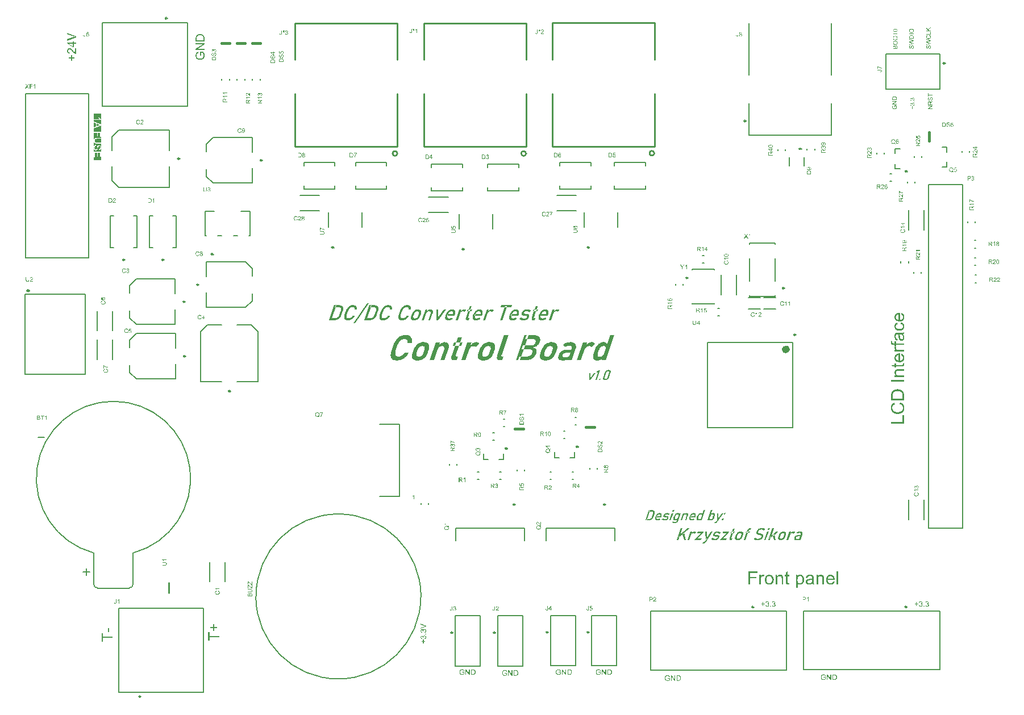
<source format=gto>
%FSLAX23Y23*%
%MOIN*%
%SFA1B1*%

%IPPOS*%
%ADD10C,0.005910*%
%ADD11C,0.009840*%
%ADD12C,0.005000*%
%ADD13C,0.010000*%
%ADD14C,0.011810*%
%ADD15C,0.023620*%
%ADD16C,0.007870*%
%ADD17C,0.015750*%
%LNpcb-1*%
%LPD*%
G36*
X2570Y2285D02*
X2573Y2285D01*
X2577Y2284*
X2580Y2283*
X2584Y2281*
X2587Y2280*
X2588Y2279*
X2589Y2278*
X2590Y2277*
X2592Y2275*
X2594Y2273*
X2596Y2270*
X2598Y2267*
X2600Y2263*
X2600Y2263*
X2600Y2261*
X2601Y2259*
X2601Y2256*
X2602Y2253*
Y2248*
Y2243*
X2601Y2238*
X2576*
Y2238*
Y2239*
Y2240*
Y2242*
Y2244*
X2576Y2246*
X2575Y2248*
X2574Y2250*
Y2251*
X2574Y2251*
X2574Y2252*
X2573Y2253*
X2571Y2256*
X2569Y2257*
X2568Y2259*
X2568Y2259*
X2567Y2259*
X2566Y2259*
X2565Y2260*
X2563Y2260*
X2562Y2261*
X2559Y2261*
X2556*
X2555Y2261*
X2552Y2261*
X2549Y2260*
X2546Y2259*
X2542Y2258*
X2538Y2256*
X2534Y2253*
X2534Y2253*
X2533Y2251*
X2531Y2250*
X2528Y2247*
X2526Y2244*
X2524Y2240*
X2521Y2235*
X2519Y2230*
X2505Y2190*
Y2189*
X2505Y2189*
X2505Y2188*
X2505Y2187*
X2504Y2185*
X2503Y2181*
X2503Y2178*
Y2174*
X2504Y2170*
X2505Y2167*
X2505Y2166*
X2506Y2166*
X2507Y2164*
X2509Y2163*
X2511Y2161*
X2514Y2160*
X2518Y2159*
X2522Y2159*
X2524*
X2526Y2159*
X2528Y2159*
X2531Y2160*
X2534Y2161*
X2538Y2163*
X2541Y2165*
X2542Y2165*
X2543Y2166*
X2544Y2167*
X2547Y2169*
X2549Y2172*
X2552Y2175*
X2555Y2178*
X2557Y2182*
X2582*
Y2182*
X2582Y2181*
X2581Y2181*
X2581Y2179*
X2580Y2178*
X2579Y2177*
X2577Y2173*
X2574Y2169*
X2571Y2165*
X2568Y2161*
X2564Y2157*
X2563*
X2563Y2156*
X2562Y2155*
X2559Y2153*
X2557Y2151*
X2553Y2148*
X2549Y2145*
X2545Y2143*
X2540Y2140*
X2540*
X2540Y2140*
X2539Y2140*
X2538Y2139*
X2535Y2138*
X2532Y2138*
X2528Y2137*
X2524Y2136*
X2519Y2135*
X2514Y2135*
X2511*
X2510Y2135*
X2509Y2135*
X2505Y2136*
X2501Y2136*
X2496Y2138*
X2492Y2139*
X2488Y2141*
X2488Y2141*
X2487Y2142*
X2485Y2144*
X2483Y2146*
X2481Y2149*
X2479Y2152*
X2478Y2156*
X2477Y2160*
Y2160*
Y2161*
X2476Y2161*
Y2163*
Y2164*
Y2165*
Y2169*
X2477Y2173*
X2477Y2178*
X2478Y2184*
X2480Y2190*
X2494Y2230*
Y2230*
X2494Y2231*
X2495Y2232*
X2495Y2233*
X2496Y2234*
X2496Y2236*
X2498Y2240*
X2501Y2245*
X2503Y2250*
X2507Y2255*
X2510Y2260*
X2511Y2260*
X2511Y2260*
X2512Y2261*
X2512Y2262*
X2515Y2264*
X2518Y2267*
X2521Y2270*
X2525Y2273*
X2530Y2276*
X2535Y2279*
X2535*
X2536Y2279*
X2536Y2279*
X2537Y2280*
X2539Y2280*
X2540Y2281*
X2544Y2282*
X2549Y2283*
X2554Y2284*
X2559Y2285*
X2565Y2285*
X2568*
X2570Y2285*
G37*
G36*
X2892Y2220D02*
X2877D01*
X2885Y2242*
X2899*
X2892Y2220*
G37*
G36*
X3739Y2136D02*
X3714D01*
X3719Y2149*
X3719Y2150*
X3721Y2151*
X3721Y2152*
X3722Y2153*
X3728Y2176*
X3727Y2174*
X3719Y2149*
X3718Y2148*
X3716Y2146*
X3713Y2144*
X3710Y2142*
X3707Y2140*
X3707Y2139*
X3706Y2139*
X3704Y2138*
X3702Y2137*
X3699Y2136*
X3696Y2135*
X3692Y2135*
X3688Y2135*
X3687*
X3685Y2135*
X3684Y2135*
X3682Y2135*
X3679Y2136*
X3675Y2137*
X3671Y2139*
X3670Y2141*
X3668Y2142*
X3667Y2144*
X3666Y2146*
Y2146*
X3665Y2146*
X3665Y2147*
X3665Y2148*
X3665Y2149*
X3664Y2151*
X3664Y2152*
X3664Y2154*
Y2156*
Y2159*
Y2162*
X3664Y2165*
X3665Y2168*
X3665Y2171*
X3666Y2175*
X3667Y2179*
X3674Y2199*
Y2199*
X3675Y2200*
X3675Y2201*
X3675Y2202*
X3676Y2204*
X3677Y2206*
X3679Y2211*
X3682Y2216*
X3686Y2222*
X3690Y2227*
X3695Y2231*
X3695Y2232*
X3695Y2232*
X3696Y2233*
X3697Y2233*
X3698Y2234*
X3700Y2235*
X3703Y2237*
X3708Y2240*
X3713Y2241*
X3719Y2243*
X3722Y2243*
X3725Y2243*
X3726*
X3728Y2243*
X3730Y2243*
X3732Y2242*
X3735Y2241*
X3737Y2240*
X3739Y2238*
X3740Y2238*
X3740Y2237*
X3741Y2236*
X3742Y2235*
X3744Y2233*
X3745Y2230*
X3746Y2228*
X3738Y2204*
X3738Y2205*
X3738Y2209*
X3738Y2210*
X3738Y2212*
Y2212*
X3738Y2213*
X3738Y2214*
X3737Y2215*
X3736Y2217*
X3735Y2218*
X3734Y2219*
X3734*
X3734Y2219*
X3733Y2219*
X3732Y2220*
X3731Y2220*
X3729Y2220*
X3727Y2221*
X3723*
X3722Y2221*
X3720Y2220*
X3717Y2219*
X3714Y2218*
X3712Y2217*
X3709Y2215*
X3709Y2215*
X3708Y2214*
X3707Y2212*
X3705Y2211*
X3703Y2208*
X3702Y2206*
X3700Y2202*
X3698Y2199*
X3692Y2179*
X3691Y2178*
X3691Y2177*
X3691Y2175*
X3690Y2173*
X3690Y2170*
Y2167*
X3690Y2165*
X3691Y2162*
X3691Y2162*
X3692Y2161*
X3692Y2160*
X3694Y2159*
X3695Y2159*
X3697Y2158*
X3700Y2157*
X3703Y2157*
X3704*
X3705Y2157*
X3707*
X3710Y2158*
X3714Y2159*
X3714*
X3715Y2159*
X3716Y2160*
X3717Y2160*
X3719Y2163*
X3722Y2165*
X3722Y2166*
X3723Y2166*
X3724Y2167*
X3724Y2168*
X3725Y2170*
X3726Y2172*
X3727Y2174*
X3738Y2204*
X3737Y2204*
X3737Y2203*
X3737Y2202*
Y2202*
X3747Y2224*
X3746Y2228*
X3746Y2228*
X3765Y2284*
X3789*
X3739Y2136*
G37*
G36*
X2796Y2243D02*
X2799Y2242D01*
X2802Y2242*
X2806Y2240*
X2810Y2238*
X2811Y2237*
X2813Y2235*
X2814Y2234*
X2815Y2232*
Y2231*
X2816Y2231*
X2816Y2231*
X2816Y2230*
X2817Y2228*
X2817Y2227*
X2817Y2225*
X2817Y2224*
X2817Y2222*
Y2219*
Y2216*
X2817Y2214*
X2817Y2211*
X2816Y2207*
X2815Y2204*
X2814Y2200*
X2792Y2136*
X2768*
X2790Y2200*
X2790Y2200*
X2790Y2202*
X2791Y2203*
X2791Y2205*
X2791Y2208*
Y2210*
X2790Y2212*
X2789Y2215*
X2789Y2215*
X2789Y2215*
X2788Y2216*
X2787Y2217*
X2785Y2218*
X2783Y2219*
X2780Y2220*
X2777Y2220*
X2775*
X2773Y2220*
X2771Y2219*
X2769Y2219*
X2766Y2218*
X2764Y2217*
X2761Y2215*
X2761Y2215*
X2760Y2214*
X2759Y2213*
X2758Y2212*
X2756Y2209*
X2754Y2207*
X2753Y2204*
X2752Y2201*
X2752Y2202*
X2730Y2136*
X2705*
X2741Y2242*
X2765*
X2760Y2227*
X2760Y2226*
X2758Y2225*
X2758Y2224*
X2757Y2223*
X2752Y2202*
X2760Y2227*
X2762Y2228*
X2765Y2231*
X2768Y2233*
X2771Y2236*
X2774Y2238*
X2775Y2238*
X2776Y2239*
X2778Y2239*
X2780Y2240*
X2783Y2241*
X2786Y2242*
X2789Y2243*
X2793Y2243*
X2795*
X2796Y2243*
G37*
G36*
X3324Y2284D02*
X3325D01*
X3327Y2283*
X3332Y2282*
X3337Y2281*
X3342Y2279*
X3346Y2277*
X3348Y2275*
X3349Y2273*
Y2273*
X3349Y2273*
X3350Y2272*
X3350Y2271*
X3351Y2270*
X3351Y2269*
X3352Y2265*
X3353Y2261*
Y2256*
Y2253*
X3352Y2250*
X3352Y2247*
X3351Y2244*
Y2243*
X3350Y2243*
X3350Y2243*
X3350Y2242*
X3349Y2240*
X3347Y2237*
X3345Y2233*
X3343Y2230*
X3340Y2226*
X3336Y2223*
X3336Y2222*
X3335Y2222*
X3333Y2220*
X3330Y2218*
X3326Y2216*
X3322Y2215*
X3317Y2213*
X3312Y2212*
X3312*
X3313Y2212*
X3314Y2211*
X3316Y2211*
X3319Y2209*
X3322Y2208*
X3325Y2206*
X3328Y2203*
X3330Y2200*
X3330Y2200*
X3330Y2198*
X3331Y2196*
X3332Y2194*
X3332Y2190*
X3332Y2186*
X3331Y2182*
X3330Y2177*
X3330Y2176*
Y2176*
X3329Y2175*
X3329Y2175*
X3328Y2173*
X3328Y2172*
X3327Y2170*
X3324Y2166*
X3321Y2161*
X3318Y2156*
X3313Y2151*
X3308Y2147*
X3308*
X3307Y2146*
X3306Y2146*
X3305Y2145*
X3304Y2144*
X3302Y2143*
X3300Y2142*
X3297Y2141*
X3295Y2141*
X3292Y2140*
X3286Y2138*
X3279Y2137*
X3275Y2136*
X3271Y2136*
X3235*
X3242Y2159*
X3230*
X3223Y2136*
X3210*
X3261Y2284*
X3273*
X3265Y2261*
X3277*
X3264Y2223*
X3252*
X3245Y2200*
X3257*
X3264Y2223*
X3300*
X3302Y2224*
X3304Y2224*
X3307Y2225*
X3310Y2225*
X3313Y2227*
X3315Y2228*
X3316Y2228*
X3317Y2229*
X3318Y2230*
X3319Y2232*
X3321Y2234*
X3323Y2236*
X3324Y2239*
X3326Y2242*
X3326Y2243*
X3326Y2244*
X3326Y2245*
X3327Y2247*
X3327Y2250*
X3327Y2252*
X3326Y2254*
X3325Y2256*
X3324Y2256*
X3324Y2257*
X3323Y2258*
X3321Y2259*
X3319Y2259*
X3317Y2260*
X3314Y2261*
X3310Y2261*
X3277*
X3285Y2284*
X3322*
X3324Y2284*
G37*
G36*
X3659Y2243D02*
X3663Y2242D01*
X3666Y2241*
X3667*
X3667Y2240*
X3668Y2240*
X3669Y2239*
X3672Y2237*
X3674Y2235*
X3653Y2214*
Y2215*
X3652Y2215*
X3651Y2216*
X3650Y2217*
X3648Y2219*
X3647*
X3647Y2219*
X3647Y2219*
X3646Y2219*
X3643Y2220*
X3640Y2220*
X3638*
X3637Y2220*
X3635Y2219*
X3632Y2219*
X3629Y2218*
X3627Y2216*
X3624Y2214*
X3624Y2214*
X3623Y2213*
X3622Y2212*
X3620Y2210*
X3619Y2208*
X3617Y2206*
X3615Y2203*
X3614Y2199*
X3614Y2200*
X3592Y2136*
X3567*
X3603Y2242*
X3628*
X3623Y2227*
X3623Y2226*
X3621Y2225*
X3620Y2224*
X3620Y2223*
X3614Y2200*
X3623Y2227*
X3625Y2228*
X3627Y2231*
X3630Y2233*
X3633Y2236*
X3637Y2238*
X3637Y2238*
X3638Y2239*
X3640Y2239*
X3642Y2240*
X3645Y2241*
X3648Y2242*
X3651Y2243*
X3655Y2243*
X3657*
X3659Y2243*
G37*
G36*
X2982D02*
X2985Y2242D01*
X2989Y2241*
X2989*
X2990Y2240*
X2991Y2240*
X2992Y2239*
X2994Y2237*
X2997Y2235*
X2975Y2214*
Y2215*
X2975Y2215*
X2974Y2216*
X2972Y2217*
X2970Y2219*
X2970*
X2970Y2219*
X2969Y2219*
X2968Y2219*
X2966Y2220*
X2963Y2220*
X2961*
X2960Y2220*
X2957Y2219*
X2955Y2219*
X2952Y2218*
X2949Y2216*
X2947Y2214*
X2946Y2214*
X2945Y2213*
X2944Y2212*
X2943Y2210*
X2941Y2208*
X2940Y2206*
X2938Y2203*
X2937Y2199*
X2937Y2200*
X2915Y2136*
X2890*
X2926Y2242*
X2951*
X2946Y2227*
X2946Y2226*
X2944Y2225*
X2943Y2224*
X2943Y2223*
X2937Y2200*
X2946Y2227*
X2947Y2228*
X2950Y2231*
X2953Y2233*
X2956Y2236*
X2959Y2238*
X2960Y2238*
X2961Y2239*
X2963Y2239*
X2965Y2240*
X2968Y2241*
X2971Y2242*
X2974Y2243*
X2978Y2243*
X2980*
X2982Y2243*
G37*
G36*
X3535D02*
X3536D01*
X3538Y2243*
X3542Y2242*
X3547Y2240*
X3552Y2239*
X3556Y2236*
X3558Y2234*
X3559Y2233*
X3560Y2232*
X3560Y2231*
X3560Y2231*
X3561Y2228*
X3562Y2225*
X3563Y2221*
Y2216*
Y2213*
X3563Y2210*
X3562Y2207*
X3561Y2204*
X3538Y2136*
X3515*
X3518Y2145*
X3520Y2147*
X3520Y2148*
X3521Y2149*
X3522Y2149*
X3522Y2150*
X3525Y2165*
X3525Y2164*
X3530Y2180*
X3532*
X3537Y2198*
X3536*
X3530Y2180*
X3501*
X3500Y2179*
X3498Y2179*
X3495Y2178*
X3493Y2178*
X3491Y2176*
X3491Y2176*
X3490Y2176*
X3489Y2175*
X3488Y2174*
X3487Y2173*
X3486Y2171*
X3485Y2169*
X3484Y2167*
Y2167*
X3484Y2166*
X3484Y2165*
X3483Y2163*
Y2162*
X3484Y2160*
X3484Y2159*
X3485Y2157*
X3485Y2157*
X3486Y2157*
X3487Y2156*
X3488Y2156*
X3490Y2155*
X3492Y2155*
X3495Y2154*
X3498Y2154*
X3500*
X3502Y2154*
X3505*
X3508Y2155*
X3511Y2155*
X3514Y2156*
X3516Y2157*
X3516Y2157*
X3517Y2157*
X3519Y2158*
X3520Y2159*
X3521Y2160*
X3523Y2161*
X3524Y2163*
X3525Y2164*
X3518Y2145*
X3518Y2145*
X3516Y2144*
X3513Y2141*
X3513Y2141*
X3512Y2141*
X3511Y2140*
X3509Y2139*
X3507Y2138*
X3505Y2138*
X3501Y2136*
X3500*
X3499Y2136*
X3498Y2136*
X3496Y2135*
X3494Y2135*
X3492Y2135*
X3487Y2135*
X3485*
X3484Y2135*
X3482*
X3481Y2135*
X3477Y2136*
X3473Y2137*
X3469Y2138*
X3465Y2140*
X3464Y2141*
X3462Y2143*
X3462Y2143*
X3461Y2144*
X3461Y2146*
X3460Y2149*
X3459Y2152*
Y2156*
X3460Y2161*
X3461Y2164*
X3462Y2167*
Y2167*
X3462Y2168*
X3462Y2169*
X3463Y2170*
X3464Y2172*
X3466Y2176*
X3468Y2180*
X3471Y2184*
X3475Y2187*
X3479Y2191*
X3479*
X3479Y2191*
X3480Y2191*
X3481Y2192*
X3482Y2192*
X3483Y2193*
X3487Y2194*
X3491Y2196*
X3496Y2197*
X3502Y2198*
X3509Y2198*
X3536*
X3538Y2203*
X3538Y2203*
X3538Y2204*
X3538Y2206*
X3539Y2208*
Y2210*
Y2212*
X3538Y2215*
X3537Y2217*
X3537Y2217*
X3537Y2217*
X3536Y2218*
X3534Y2219*
X3533Y2220*
X3530Y2221*
X3528Y2221*
X3524Y2222*
X3522*
X3520Y2221*
X3518Y2221*
X3516Y2221*
X3511Y2220*
X3511*
X3510Y2219*
X3509Y2219*
X3507Y2218*
X3506Y2218*
X3504Y2217*
X3499Y2214*
X3488Y2228*
X3488Y2228*
X3489Y2229*
X3491Y2230*
X3493Y2232*
X3496Y2234*
X3500Y2236*
X3503Y2237*
X3507Y2239*
X3508*
X3508Y2239*
X3509Y2240*
X3510Y2240*
X3512Y2240*
X3515Y2241*
X3518Y2242*
X3523Y2242*
X3527Y2243*
X3531Y2243*
X3533*
X3535Y2243*
G37*
G36*
X3127Y2167D02*
Y2167D01*
X3127Y2166*
X3126Y2166*
Y2165*
X3126Y2163*
X3126Y2162*
X3127Y2161*
X3127Y2161*
X3128Y2160*
X3129Y2159*
X3131Y2159*
X3139*
X3131Y2136*
X3117*
X3116Y2136*
X3114Y2137*
X3111Y2137*
X3108Y2138*
X3106Y2139*
X3103Y2141*
X3101Y2143*
X3101Y2143*
X3100Y2144*
X3100Y2146*
X3100Y2148*
X3099Y2151*
Y2155*
X3100Y2159*
X3101Y2164*
X3142Y2284*
X3167*
X3127Y2167*
G37*
G36*
X2885Y2242D02*
X2860D01*
X2853Y2220*
X2877*
X2859Y2167*
Y2167*
X2859Y2166*
X2859Y2166*
X2859Y2165*
X2858Y2163*
X2859Y2161*
X2859Y2161*
X2860Y2160*
X2861Y2159*
X2863Y2159*
X2871*
X2863Y2136*
X2849*
X2848Y2136*
X2846Y2136*
X2843Y2137*
X2840Y2138*
X2837Y2139*
X2835Y2141*
X2834Y2142*
X2833Y2143*
X2832Y2143*
X2832Y2144*
X2832Y2146*
X2832Y2148*
Y2151*
X2832Y2155*
X2832Y2159*
X2834Y2163*
X2853Y2220*
X2842*
X2849Y2242*
X2860*
X2871Y2272*
X2895*
X2885Y2242*
G37*
G36*
X3424Y2243D02*
X3426Y2243D01*
X3428Y2242*
X3432Y2242*
X3437Y2240*
X3442Y2238*
X3444Y2237*
X3446Y2235*
X3448Y2233*
X3449Y2231*
Y2231*
X3450Y2231*
X3450Y2230*
X3451Y2229*
X3451Y2228*
X3451Y2226*
X3452Y2224*
X3452Y2222*
X3453Y2220*
Y2218*
X3453Y2215*
X3453Y2212*
X3453Y2209*
X3452Y2205*
X3451Y2202*
X3450Y2198*
X3444Y2180*
Y2180*
X3444Y2179*
X3443Y2178*
X3442Y2177*
X3442Y2175*
X3441Y2173*
X3438Y2168*
X3435Y2162*
X3431Y2157*
X3426Y2151*
X3423Y2149*
X3421Y2147*
X3420Y2146*
X3420Y2146*
X3419Y2145*
X3418Y2145*
X3416Y2144*
X3415Y2143*
X3413Y2142*
X3410Y2141*
X3408Y2140*
X3405Y2138*
X3398Y2137*
X3391Y2135*
X3388Y2135*
X3384Y2135*
X3382*
X3380Y2135*
X3379Y2135*
X3377Y2135*
X3372Y2136*
X3367Y2138*
X3363Y2140*
X3361Y2141*
X3358Y2143*
X3357Y2144*
X3355Y2147*
Y2147*
X3355Y2147*
X3354Y2148*
X3354Y2149*
X3353Y2150*
X3353Y2151*
X3352Y2153*
X3352Y2155*
X3352Y2158*
Y2160*
X3352Y2163*
X3352Y2166*
X3352Y2169*
X3353Y2173*
X3354Y2177*
X3355Y2181*
X3361Y2198*
Y2198*
X3361Y2199*
X3361Y2200*
X3362Y2201*
X3363Y2203*
X3364Y2205*
X3367Y2210*
X3370Y2215*
X3374Y2221*
X3378Y2226*
X3384Y2231*
X3384Y2231*
X3385Y2231*
X3386Y2232*
X3387Y2233*
X3388Y2234*
X3390Y2235*
X3392Y2236*
X3394Y2237*
X3397Y2238*
X3400Y2239*
X3406Y2241*
X3413Y2243*
X3417Y2243*
X3421Y2243*
X3423*
X3424Y2243*
G37*
G36*
X3060D02*
X3062Y2243D01*
X3064Y2242*
X3068Y2242*
X3073Y2240*
X3078Y2238*
X3080Y2237*
X3082Y2235*
X3084Y2233*
X3085Y2231*
Y2231*
X3085Y2231*
X3086Y2230*
X3086Y2229*
X3087Y2228*
X3087Y2226*
X3088Y2224*
X3088Y2222*
X3089Y2220*
Y2218*
X3089Y2215*
X3089Y2212*
X3088Y2209*
X3088Y2205*
X3087Y2202*
X3086Y2198*
X3080Y2180*
Y2180*
X3079Y2179*
X3079Y2178*
X3078Y2177*
X3078Y2175*
X3076Y2173*
X3074Y2168*
X3071Y2162*
X3067Y2157*
X3062Y2151*
X3059Y2149*
X3056Y2147*
X3056Y2146*
X3056Y2146*
X3055Y2145*
X3054Y2145*
X3052Y2144*
X3050Y2143*
X3048Y2142*
X3046Y2141*
X3043Y2140*
X3041Y2138*
X3034Y2137*
X3027Y2135*
X3023Y2135*
X3019Y2135*
X3017*
X3016Y2135*
X3014Y2135*
X3012Y2135*
X3008Y2136*
X3003Y2138*
X2998Y2140*
X2996Y2141*
X2994Y2143*
X2992Y2144*
X2991Y2147*
Y2147*
X2991Y2147*
X2990Y2148*
X2990Y2149*
X2989Y2150*
X2989Y2151*
X2988Y2153*
X2988Y2155*
X2988Y2158*
Y2160*
X2987Y2163*
X2988Y2166*
X2988Y2169*
X2989Y2173*
X2990Y2177*
X2991Y2181*
X2997Y2198*
Y2198*
X2997Y2199*
X2997Y2200*
X2998Y2201*
X2999Y2203*
X3000Y2205*
X3002Y2210*
X3006Y2215*
X3010Y2221*
X3014Y2226*
X3020Y2231*
X3020Y2231*
X3020Y2231*
X3021Y2232*
X3022Y2233*
X3024Y2234*
X3026Y2235*
X3028Y2236*
X3030Y2237*
X3033Y2238*
X3036Y2239*
X3042Y2241*
X3049Y2243*
X3053Y2243*
X3056Y2243*
X3059*
X3060Y2243*
G37*
G36*
X2673D02*
X2675Y2243D01*
X2677Y2242*
X2681Y2242*
X2686Y2240*
X2691Y2238*
X2693Y2237*
X2695Y2235*
X2697Y2233*
X2699Y2231*
Y2231*
X2699Y2231*
X2699Y2230*
X2700Y2229*
X2700Y2228*
X2701Y2226*
X2701Y2224*
X2702Y2222*
X2702Y2220*
Y2218*
X2702Y2215*
X2702Y2212*
X2702Y2209*
X2701Y2205*
X2700Y2202*
X2699Y2198*
X2693Y2180*
Y2180*
X2693Y2179*
X2692Y2178*
X2692Y2177*
X2691Y2175*
X2690Y2173*
X2687Y2168*
X2684Y2162*
X2680Y2157*
X2675Y2151*
X2673Y2149*
X2670Y2147*
X2670Y2146*
X2669Y2146*
X2668Y2145*
X2667Y2145*
X2665Y2144*
X2664Y2143*
X2662Y2142*
X2659Y2141*
X2657Y2140*
X2654Y2138*
X2648Y2137*
X2640Y2135*
X2637Y2135*
X2633Y2135*
X2631*
X2629Y2135*
X2628Y2135*
X2626Y2135*
X2621Y2136*
X2617Y2138*
X2612Y2140*
X2610Y2141*
X2608Y2143*
X2606Y2144*
X2604Y2147*
Y2147*
X2604Y2147*
X2603Y2148*
X2603Y2149*
X2602Y2150*
X2602Y2151*
X2602Y2153*
X2601Y2155*
X2601Y2158*
Y2160*
X2601Y2163*
X2601Y2166*
X2601Y2169*
X2602Y2173*
X2603Y2177*
X2604Y2181*
X2610Y2198*
Y2198*
X2610Y2199*
X2611Y2200*
X2611Y2201*
X2612Y2203*
X2613Y2205*
X2616Y2210*
X2619Y2215*
X2623Y2221*
X2627Y2226*
X2633Y2231*
X2633Y2231*
X2634Y2231*
X2635Y2232*
X2636Y2233*
X2637Y2234*
X2639Y2235*
X2641Y2236*
X2643Y2237*
X2646Y2238*
X2649Y2239*
X2655Y2241*
X2662Y2243*
X2666Y2243*
X2670Y2243*
X2672*
X2673Y2243*
G37*
G36*
X778Y3401D02*
X749D01*
X778*
Y3385*
X777Y3386*
X777Y3388*
X777Y3389*
X777Y3390*
X777Y3391*
X777Y3391*
X776Y3392*
X776Y3392*
X776Y3392*
X776Y3392*
X776Y3393*
Y3393*
X775Y3394*
X775Y3395*
X774Y3396*
X773Y3396*
X773Y3397*
X772Y3397*
X772Y3398*
X772Y3398*
X772*
X771Y3398*
X770Y3399*
X769Y3399*
X768Y3399*
X767Y3399*
X767Y3399*
X766Y3400*
X766*
X766*
X766*
X765Y3399*
X764Y3399*
X763Y3399*
X762Y3399*
X762Y3399*
X761Y3398*
X761Y3398*
X761Y3398*
X761*
X760Y3398*
X759Y3397*
X759Y3396*
X758Y3395*
X758Y3395*
X757Y3394*
X757Y3394*
X757Y3394*
X757Y3394*
Y3394*
X757Y3393*
X756Y3393*
X756Y3391*
X756Y3390*
X755Y3389*
X755Y3388*
X755Y3387*
X755Y3387*
X754Y3386*
X754Y3386*
X754Y3386*
Y3386*
X754Y3385*
X754Y3384*
X754Y3383*
X753Y3382*
X753Y3381*
X753Y3381*
X753Y3380*
X753Y3380*
X753Y3379*
X753Y3379*
X753Y3379*
X752Y3379*
X752Y3378*
X752Y3378*
X752Y3377*
X751Y3377*
X751Y3376*
X751Y3375*
X750Y3375*
X750Y3375*
X750Y3375*
X750Y3375*
X749Y3374*
X749Y3374*
X748Y3374*
X748Y3374*
X747Y3373*
X747Y3373*
X747*
X746*
X746Y3373*
X745Y3374*
X745Y3374*
X744Y3374*
X744Y3374*
X743Y3374*
X743Y3374*
X743Y3375*
X742Y3375*
X742Y3376*
X741Y3376*
X741Y3377*
X741Y3377*
X741Y3378*
X740Y3378*
X740Y3378*
Y3378*
X740Y3379*
X740Y3380*
X740Y3381*
X740Y3382*
X739Y3383*
X739Y3383*
Y3384*
X739Y3385*
X740Y3386*
X740Y3387*
X740Y3388*
X740Y3389*
X740Y3389*
X740Y3390*
X741Y3390*
X741Y3390*
X741Y3390*
Y3390*
X741Y3391*
X742Y3392*
X742Y3393*
X743Y3393*
X743Y3394*
X744Y3394*
X744Y3394*
X744Y3394*
X745Y3395*
X746Y3395*
X746Y3395*
X747Y3396*
X748Y3396*
X749Y3396*
X749*
X749Y3396*
X749*
X749*
X749Y3401*
X747*
X749*
X747Y3401*
X746Y3401*
X744Y3400*
X743Y3400*
X743Y3400*
X742Y3400*
X742Y3399*
X742Y3399*
X741Y3399*
X741Y3399*
X741Y3399*
X741*
X740Y3398*
X739Y3397*
X738Y3396*
X737Y3395*
X737Y3394*
X737Y3394*
X736Y3394*
X736Y3393*
X736Y3393*
X736Y3393*
Y3393*
X736Y3391*
X735Y3390*
X735Y3388*
X735Y3387*
X735Y3386*
X735Y3385*
X735Y3385*
Y3384*
X735Y3384*
Y3401*
X747*
X735*
Y3368*
Y3383*
X735Y3382*
X735Y3380*
X735Y3379*
X735Y3378*
X735Y3377*
X736Y3377*
X736Y3376*
X736Y3376*
X736Y3376*
X736Y3376*
X736Y3376*
Y3375*
X737Y3374*
X738Y3373*
X738Y3372*
X739Y3371*
X740Y3371*
X740Y3370*
X740Y3370*
X741Y3370*
X741Y3370*
X741*
X742Y3369*
X743Y3369*
X744Y3369*
X745Y3368*
X746Y3368*
X746Y3368*
X746*
X747Y3368*
X747*
X748Y3368*
X749Y3368*
X750Y3369*
X751Y3369*
X752Y3369*
X752Y3370*
X753Y3370*
X753Y3370*
X753Y3370*
X753*
X754Y3371*
X755Y3371*
X755Y3372*
X756Y3373*
X756Y3374*
X757Y3375*
X757Y3375*
X757Y3375*
X757Y3375*
Y3375*
X757Y3376*
X757Y3376*
X758Y3377*
X758Y3378*
X758Y3379*
X759Y3381*
X759Y3381*
X759Y3382*
X759Y3383*
X759Y3383*
X760Y3384*
X760Y3384*
X760Y3384*
Y3384*
X760Y3386*
X760Y3387*
X761Y3388*
X761Y3389*
X761Y3389*
X761Y3390*
X762Y3391*
X762Y3391*
X762Y3391*
X762Y3392*
X762Y3392*
X762Y3392*
X762Y3392*
X763Y3393*
X763Y3393*
X763Y3393*
X764Y3394*
X764Y3394*
X765Y3394*
X766Y3394*
X766Y3394*
X766*
X766*
X767Y3394*
X768Y3394*
X769Y3394*
X770Y3393*
X770Y3393*
X770Y3392*
X771Y3392*
X771Y3392*
X771Y3392*
X771Y3391*
X772Y3390*
X772Y3389*
X772Y3387*
X772Y3386*
X773Y3386*
X773Y3386*
Y3384*
X772Y3383*
X772Y3382*
X772Y3382*
X772Y3381*
X772Y3380*
X772Y3380*
X772Y3379*
X771Y3379*
X771Y3379*
X771Y3378*
X771Y3378*
X771Y3378*
X771Y3378*
X771Y3378*
X770Y3377*
X769Y3376*
X768Y3376*
X767Y3375*
X766Y3375*
X766Y3375*
X765Y3375*
X765Y3375*
X765Y3375*
X765*
X765*
X765Y3369*
X766Y3369*
X768Y3370*
X769Y3370*
X770Y3370*
X770Y3371*
X771Y3371*
X771Y3371*
X771Y3371*
X771Y3371*
X772Y3371*
X772*
X773Y3372*
X774Y3373*
X774Y3374*
X775Y3375*
X775Y3376*
X776Y3376*
X776Y3376*
X776Y3377*
X776Y3377*
Y3377*
X776Y3378*
X777Y3380*
X777Y3381*
X777Y3382*
X777Y3383*
X777Y3383*
Y3384*
X778Y3384*
Y3368*
Y3310*
X735*
Y3585*
X778*
Y3401*
G37*
G36*
X3647Y2020D02*
X3641D01*
X3640Y2062*
X3648*
X3648Y2032*
X3669Y2062*
X3677*
X3647Y2020*
G37*
G36*
X3706D02*
X3698D01*
X3700Y2029*
X3709*
X3706Y2020*
G37*
G36*
X3685D02*
X3677D01*
X3694Y2070*
X3684Y2065*
X3687Y2074*
X3697Y2079*
X3705*
X3685Y2020*
G37*
G36*
X3756Y2080D02*
X3757Y2080D01*
X3757Y2080*
X3759Y2079*
X3761Y2079*
X3763Y2078*
X3764Y2077*
X3765Y2077*
X3765Y2076*
X3766Y2075*
Y2075*
X3766Y2075*
X3766Y2075*
X3766Y2075*
X3766Y2074*
X3767Y2074*
X3767Y2073*
X3767Y2072*
X3767Y2071*
X3767Y2070*
Y2069*
X3767Y2068*
X3767Y2067*
X3767Y2066*
X3766Y2065*
X3766Y2063*
X3757Y2036*
Y2036*
X3757Y2036*
X3756Y2035*
X3756Y2035*
X3756Y2034*
X3756Y2033*
X3755Y2033*
X3755Y2032*
X3753Y2030*
X3752Y2028*
X3750Y2026*
X3748Y2024*
X3748Y2024*
X3748Y2024*
X3748Y2024*
X3747Y2023*
X3747Y2023*
X3746Y2023*
X3745Y2022*
X3744Y2022*
X3743Y2021*
X3742Y2021*
X3741Y2021*
X3740Y2020*
X3737Y2020*
X3736Y2020*
X3734Y2020*
X3733*
X3733Y2020*
X3732Y2020*
X3731Y2020*
X3730Y2020*
X3728Y2021*
X3726Y2021*
X3725Y2022*
X3724Y2023*
X3724Y2023*
X3723Y2024*
Y2024*
X3723Y2024*
X3723Y2025*
X3723Y2025*
X3722Y2025*
X3722Y2026*
X3722Y2027*
X3722Y2027*
X3722Y2028*
X3722Y2029*
Y2030*
X3722Y2031*
X3722Y2032*
X3722Y2033*
X3723Y2035*
X3723Y2036*
X3732Y2063*
Y2063*
X3732Y2063*
X3732Y2064*
X3733Y2064*
X3733Y2065*
X3733Y2066*
X3734Y2067*
X3734Y2068*
X3735Y2070*
X3737Y2072*
X3739Y2074*
X3741Y2075*
X3741Y2075*
X3741Y2076*
X3741Y2076*
X3742Y2076*
X3742Y2076*
X3743Y2077*
X3744Y2077*
X3745Y2078*
X3745Y2078*
X3747Y2078*
X3748Y2079*
X3749Y2079*
X3752Y2080*
X3753Y2080*
X3755Y2080*
X3755*
X3756Y2080*
G37*
G36*
X5463Y2415D02*
Y2373D01*
X5463*
X5463*
X5464Y2374*
X5464*
X5465Y2374*
X5466Y2374*
X5468Y2374*
X5470Y2375*
X5473Y2376*
X5475Y2377*
X5477Y2379*
Y2379*
X5477Y2379*
X5478Y2379*
X5478Y2380*
X5479Y2382*
X5480Y2384*
X5481Y2386*
X5481Y2388*
X5482Y2389*
X5482Y2390*
Y2391*
X5482Y2392*
X5481Y2393*
X5481Y2395*
X5481Y2396*
X5480Y2398*
X5479Y2399*
X5479Y2399*
X5478Y2400*
X5478Y2401*
X5477Y2401*
X5476Y2402*
X5474Y2403*
X5472Y2404*
X5470Y2405*
X5471Y2415*
X5472*
X5472Y2415*
X5472Y2415*
X5473Y2414*
X5474Y2414*
X5474Y2414*
X5476Y2413*
X5478Y2412*
X5481Y2410*
X5483Y2408*
X5485Y2406*
Y2406*
X5485Y2406*
X5485Y2406*
X5486Y2405*
X5486Y2404*
X5486Y2404*
X5487Y2403*
X5487Y2402*
X5488Y2401*
X5488Y2400*
X5489Y2397*
X5489Y2394*
X5489Y2390*
Y2389*
X5489Y2388*
X5489Y2387*
X5489Y2386*
X5489Y2385*
X5489Y2383*
X5488Y2380*
X5487Y2379*
X5486Y2377*
X5485Y2375*
X5484Y2374*
X5483Y2372*
X5482Y2371*
X5482Y2371*
X5482Y2371*
X5481Y2370*
X5481Y2370*
X5480Y2369*
X5479Y2369*
X5478Y2368*
X5477Y2367*
X5475Y2367*
X5474Y2366*
X5472Y2365*
X5470Y2365*
X5468Y2364*
X5466Y2364*
X5463Y2364*
X5461Y2364*
X5461*
X5460*
X5460*
X5459Y2364*
X5457Y2364*
X5456Y2364*
X5454Y2364*
X5453Y2365*
X5449Y2366*
X5448Y2366*
X5446Y2367*
X5444Y2368*
X5442Y2369*
X5441Y2370*
X5439Y2371*
X5439Y2371*
X5439Y2371*
X5438Y2372*
X5438Y2372*
X5437Y2373*
X5437Y2374*
X5436Y2375*
X5435Y2376*
X5434Y2377*
X5434Y2379*
X5433Y2380*
X5432Y2382*
X5432Y2384*
X5432Y2386*
X5431Y2388*
X5431Y2390*
Y2391*
X5431Y2392*
X5431Y2393*
X5432Y2394*
X5432Y2395*
X5432Y2396*
X5433Y2398*
X5433Y2399*
X5434Y2401*
X5434Y2402*
X5435Y2404*
X5436Y2405*
X5438Y2407*
X5439Y2408*
X5439Y2408*
X5439Y2408*
X5440Y2409*
X5440Y2409*
X5441Y2410*
X5442Y2410*
X5443Y2411*
X5444Y2412*
X5446Y2412*
X5447Y2413*
X5449Y2414*
X5451Y2414*
X5453Y2415*
X5455Y2415*
X5458Y2415*
X5460Y2415*
X5460*
X5461*
X5462*
X5463Y2415*
G37*
G36*
X5469Y2359D02*
X5470Y2359D01*
X5471Y2359*
X5471Y2358*
X5472Y2358*
X5475Y2357*
X5477Y2356*
X5479Y2355*
X5482Y2353*
X5483Y2352*
X5484Y2351*
X5484Y2351*
X5484Y2351*
X5485Y2350*
X5485Y2350*
X5485Y2349*
X5486Y2349*
X5486Y2348*
X5487Y2347*
X5488Y2345*
X5489Y2342*
X5489Y2339*
X5489Y2337*
X5489Y2336*
Y2335*
X5489Y2334*
X5489Y2333*
X5489Y2332*
X5489Y2330*
X5489Y2329*
X5488Y2326*
X5487Y2325*
X5486Y2323*
X5485Y2322*
X5484Y2320*
X5483Y2319*
X5482Y2317*
X5482Y2317*
X5482Y2317*
X5481Y2317*
X5481Y2316*
X5480Y2316*
X5479Y2315*
X5478Y2315*
X5477Y2314*
X5475Y2313*
X5473Y2313*
X5472Y2312*
X5470Y2312*
X5468Y2311*
X5465Y2311*
X5463Y2311*
X5461Y2310*
X5460*
X5460*
X5460*
X5459*
X5458Y2311*
X5457*
X5456Y2311*
X5455Y2311*
X5453Y2311*
X5450Y2312*
X5447Y2312*
X5445Y2313*
X5445*
X5444Y2313*
X5444Y2314*
X5444Y2314*
X5442Y2315*
X5441Y2316*
X5439Y2317*
X5438Y2318*
X5436Y2320*
X5435Y2322*
Y2323*
X5435Y2323*
X5434Y2323*
X5434Y2324*
X5434Y2324*
X5434Y2325*
X5433Y2326*
X5432Y2328*
X5432Y2331*
X5431Y2333*
X5431Y2336*
Y2337*
X5431Y2337*
Y2338*
X5431Y2339*
X5432Y2341*
X5432Y2343*
X5433Y2346*
X5434Y2348*
X5436Y2351*
Y2351*
X5436Y2351*
X5437Y2351*
X5438Y2352*
X5439Y2354*
X5441Y2355*
X5443Y2356*
X5446Y2357*
X5449Y2358*
X5450Y2349*
X5450*
X5450Y2349*
X5449Y2349*
X5448Y2348*
X5447Y2348*
X5446Y2347*
X5444Y2346*
X5443Y2345*
X5442Y2344*
X5442Y2344*
X5441Y2344*
X5441Y2343*
X5440Y2342*
X5440Y2341*
X5439Y2339*
X5439Y2338*
X5439Y2336*
Y2335*
X5439Y2335*
X5439Y2334*
X5440Y2332*
X5440Y2330*
X5441Y2328*
X5442Y2326*
X5443Y2325*
X5444Y2325*
X5444*
X5444Y2324*
X5445Y2324*
X5445Y2324*
X5446Y2324*
X5446Y2323*
X5447Y2323*
X5448Y2322*
X5449Y2322*
X5450Y2322*
X5452Y2321*
X5453Y2321*
X5455Y2321*
X5456Y2320*
X5458Y2320*
X5460*
X5460*
X5461*
X5461*
X5462Y2320*
X5463*
X5464Y2320*
X5467Y2321*
X5469Y2321*
X5472Y2322*
X5474Y2323*
X5476Y2324*
X5477Y2324*
X5477Y2325*
X5477Y2325*
X5478Y2326*
X5479Y2327*
X5480Y2329*
X5481Y2331*
X5481Y2333*
X5482Y2334*
X5482Y2336*
Y2336*
X5482Y2336*
X5481Y2338*
X5481Y2339*
X5481Y2340*
X5480Y2342*
X5479Y2343*
X5478Y2345*
X5478Y2345*
X5478Y2345*
X5477Y2346*
X5476Y2347*
X5474Y2348*
X5472Y2348*
X5470Y2349*
X5468Y2350*
X5469Y2359*
X5469*
X5469Y2359*
G37*
G36*
X5488Y2292D02*
X5488Y2292D01*
X5488Y2291*
X5487Y2291*
X5486Y2291*
X5485Y2291*
X5484Y2290*
X5483Y2290*
X5481Y2290*
Y2290*
X5481Y2290*
X5482Y2289*
X5483Y2288*
X5484Y2287*
X5485Y2285*
X5486Y2283*
X5487Y2282*
X5488Y2280*
X5488Y2279*
X5488Y2279*
X5488Y2278*
X5489Y2277*
X5489Y2275*
X5489Y2273*
X5489Y2271*
X5489Y2269*
Y2268*
X5489Y2268*
Y2267*
X5489Y2266*
X5489Y2264*
X5488Y2262*
X5488Y2259*
X5486Y2257*
X5485Y2255*
X5485Y2255*
X5484Y2254*
X5483Y2254*
X5482Y2253*
X5480Y2252*
X5478Y2251*
X5476Y2250*
X5475Y2250*
X5474Y2250*
X5473*
X5473*
X5472Y2250*
X5471Y2250*
X5470Y2251*
X5469Y2251*
X5467Y2251*
X5466Y2252*
X5466Y2252*
X5466Y2252*
X5465Y2253*
X5464Y2253*
X5463Y2254*
X5462Y2255*
X5461Y2256*
X5461Y2257*
X5461Y2257*
X5460Y2257*
X5460Y2258*
X5459Y2259*
X5459Y2260*
X5458Y2261*
X5458Y2262*
X5458Y2264*
Y2264*
X5457Y2264*
X5457Y2265*
X5457Y2266*
X5457Y2267*
X5457Y2268*
X5456Y2270*
X5456Y2272*
Y2272*
X5456Y2273*
Y2273*
X5456Y2274*
X5456Y2275*
X5456Y2276*
X5455Y2277*
X5455Y2279*
X5455Y2281*
X5454Y2284*
X5453Y2287*
X5453Y2288*
X5453Y2289*
X5453*
X5452*
X5452Y2289*
X5451*
X5451*
X5450*
X5450*
X5450*
X5449*
X5448Y2289*
X5447Y2289*
X5446Y2288*
X5444Y2288*
X5443Y2287*
X5442Y2286*
X5442Y2286*
X5442Y2286*
X5441Y2285*
X5441Y2284*
X5440Y2282*
X5439Y2280*
X5439Y2278*
X5439Y2276*
Y2274*
X5439Y2273*
X5439Y2272*
X5440Y2270*
X5440Y2269*
X5441Y2267*
X5441Y2266*
X5441Y2266*
X5442Y2265*
X5442Y2265*
X5443Y2264*
X5444Y2263*
X5446Y2262*
X5448Y2262*
X5450Y2261*
X5448Y2252*
X5448*
X5448Y2252*
X5448*
X5447Y2252*
X5446Y2252*
X5445Y2253*
X5443Y2253*
X5442Y2254*
X5440Y2255*
X5439Y2256*
X5439Y2256*
X5438Y2257*
X5438Y2257*
X5437Y2258*
X5436Y2259*
X5435Y2261*
X5434Y2262*
X5433Y2264*
Y2264*
X5433Y2265*
X5433Y2265*
X5433Y2265*
X5433Y2266*
X5432Y2268*
X5432Y2270*
X5432Y2272*
X5431Y2274*
X5431Y2277*
Y2278*
X5431Y2279*
X5431Y2281*
X5432Y2283*
X5432Y2285*
X5432Y2287*
X5433Y2289*
X5433Y2289*
X5433Y2289*
X5434Y2290*
X5434Y2291*
X5435Y2292*
X5435Y2293*
X5436Y2294*
X5437Y2295*
X5437Y2295*
X5438Y2296*
X5438Y2296*
X5439Y2296*
X5440Y2297*
X5441Y2297*
X5442Y2298*
X5444Y2298*
X5444*
X5444Y2298*
X5445Y2298*
X5446Y2298*
X5447*
X5448Y2299*
X5450Y2299*
X5452*
X5465*
X5465*
X5465*
X5466*
X5467*
X5468*
X5469*
X5472Y2299*
X5475*
X5477Y2299*
X5479Y2299*
X5480*
X5481Y2299*
X5482Y2299*
X5482*
X5482Y2299*
X5483Y2299*
X5484Y2300*
X5485Y2300*
X5486Y2300*
X5487Y2301*
X5488Y2302*
Y2292*
G37*
G36*
X5419Y2249D02*
Y2248D01*
X5419Y2248*
X5419Y2248*
X5419Y2247*
Y2246*
X5419Y2245*
X5419Y2243*
Y2242*
X5419Y2242*
X5419Y2241*
X5419Y2240*
X5419Y2239*
X5420Y2238*
X5421Y2237*
X5421Y2237*
X5421Y2237*
X5421Y2236*
X5422Y2236*
X5423Y2236*
X5424Y2236*
X5426Y2235*
X5427Y2235*
X5432*
Y2246*
X5440*
Y2235*
X5488*
Y2226*
X5440*
Y2217*
X5435*
X5443Y2214*
X5443Y2214*
X5443Y2214*
X5442Y2213*
X5442Y2212*
X5442Y2211*
X5441Y2210*
X5441Y2209*
X5441Y2208*
Y2207*
X5441Y2207*
X5441Y2206*
X5441Y2205*
X5442Y2204*
X5442Y2203*
X5443Y2202*
X5443Y2202*
X5443Y2202*
X5444Y2201*
X5444Y2201*
X5445Y2200*
X5446Y2200*
X5447Y2199*
X5448Y2199*
X5448Y2199*
X5449Y2198*
X5450Y2198*
X5451Y2198*
X5453Y2198*
X5455Y2197*
X5457Y2197*
X5459Y2197*
X5488*
Y2188*
X5432*
Y2196*
X5441*
X5441Y2196*
X5440Y2197*
X5439Y2197*
X5438Y2198*
X5437Y2199*
X5435Y2200*
X5434Y2201*
X5433Y2202*
X5433Y2202*
X5433Y2203*
X5433Y2203*
X5432Y2204*
X5432Y2205*
X5432Y2206*
X5431Y2207*
X5431Y2208*
Y2209*
X5431Y2210*
X5432Y2211*
X5432Y2213*
X5433Y2214*
X5433Y2216*
X5434Y2217*
X5432*
Y2226*
X5427*
X5426*
X5426*
X5426*
X5425Y2226*
X5423*
X5422Y2226*
X5421Y2226*
X5419Y2226*
X5418Y2227*
X5418Y2227*
X5418Y2227*
X5417Y2227*
X5416Y2228*
X5415Y2229*
X5414Y2229*
X5413Y2230*
X5412Y2232*
X5412Y2232*
X5412Y2232*
X5412Y2233*
X5411Y2234*
X5411Y2235*
X5410Y2237*
X5410Y2239*
X5410Y2241*
Y2243*
X5410Y2244*
X5410Y2245*
X5410Y2247*
X5411Y2248*
X5411Y2250*
X5419Y2249*
G37*
G36*
X5463Y2176D02*
Y2134D01*
X5463*
X5463*
X5464Y2135*
X5464*
X5465Y2135*
X5466Y2135*
X5468Y2135*
X5470Y2136*
X5473Y2137*
X5475Y2138*
X5477Y2140*
Y2140*
X5477Y2140*
X5478Y2140*
X5478Y2141*
X5479Y2143*
X5480Y2145*
X5481Y2147*
X5481Y2149*
X5482Y2150*
X5482Y2151*
Y2152*
X5482Y2153*
X5481Y2154*
X5481Y2156*
X5481Y2157*
X5480Y2159*
X5479Y2160*
X5479Y2160*
X5478Y2161*
X5478Y2162*
X5477Y2162*
X5476Y2163*
X5474Y2164*
X5472Y2165*
X5470Y2166*
X5471Y2176*
X5472*
X5472Y2176*
X5472Y2176*
X5473Y2175*
X5474Y2175*
X5474Y2175*
X5476Y2174*
X5478Y2173*
X5481Y2171*
X5483Y2169*
X5485Y2167*
Y2167*
X5485Y2167*
X5485Y2167*
X5486Y2166*
X5486Y2165*
X5486Y2165*
X5487Y2164*
X5487Y2163*
X5488Y2162*
X5488Y2161*
X5489Y2158*
X5489Y2155*
X5489Y2151*
Y2150*
X5489Y2149*
X5489Y2148*
X5489Y2147*
X5489Y2146*
X5489Y2144*
X5488Y2141*
X5487Y2140*
X5486Y2138*
X5485Y2136*
X5484Y2135*
X5483Y2133*
X5482Y2132*
X5482Y2132*
X5482Y2132*
X5481Y2131*
X5481Y2131*
X5480Y2130*
X5479Y2130*
X5478Y2129*
X5477Y2128*
X5475Y2128*
X5474Y2127*
X5472Y2126*
X5470Y2126*
X5468Y2125*
X5466Y2125*
X5463Y2125*
X5461Y2125*
X5461*
X5460*
X5460*
X5459Y2125*
X5457Y2125*
X5456Y2125*
X5454Y2125*
X5453Y2126*
X5449Y2127*
X5448Y2127*
X5446Y2128*
X5444Y2129*
X5442Y2130*
X5441Y2131*
X5439Y2132*
X5439Y2132*
X5439Y2132*
X5438Y2133*
X5438Y2133*
X5437Y2134*
X5437Y2135*
X5436Y2136*
X5435Y2137*
X5434Y2138*
X5434Y2140*
X5433Y2141*
X5432Y2143*
X5432Y2145*
X5432Y2147*
X5431Y2149*
X5431Y2151*
Y2152*
X5431Y2153*
X5431Y2154*
X5432Y2155*
X5432Y2156*
X5432Y2157*
X5433Y2159*
X5433Y2160*
X5434Y2162*
X5434Y2163*
X5435Y2165*
X5436Y2166*
X5438Y2168*
X5439Y2169*
X5439Y2169*
X5439Y2169*
X5440Y2170*
X5440Y2170*
X5441Y2171*
X5442Y2171*
X5443Y2172*
X5444Y2173*
X5446Y2173*
X5447Y2174*
X5449Y2175*
X5451Y2175*
X5453Y2176*
X5455Y2176*
X5458Y2176*
X5460Y2176*
X5460*
X5461*
X5462*
X5463Y2176*
G37*
G36*
X5488Y2120D02*
X5488Y2119D01*
X5488Y2118*
X5489Y2117*
X5489Y2116*
X5489Y2115*
X5489Y2113*
Y2112*
X5489Y2111*
X5489Y2110*
X5489Y2108*
X5488Y2107*
X5488Y2106*
X5487Y2105*
X5487Y2105*
X5487Y2104*
X5487Y2104*
X5486Y2103*
X5486Y2103*
X5485Y2102*
X5484Y2101*
X5483Y2101*
X5483*
X5483Y2101*
X5482Y2100*
X5481Y2100*
X5479Y2100*
X5478Y2100*
X5477*
X5476Y2100*
X5475Y2100*
X5474*
X5472*
X5440*
Y2093*
X5432*
Y2100*
X5419*
X5413Y2109*
X5432*
Y2119*
X5440*
Y2109*
X5473*
X5473*
X5473*
X5474*
X5475Y2109*
X5476Y2109*
X5477Y2109*
X5478Y2110*
X5478Y2110*
X5478Y2110*
X5479Y2110*
X5480Y2111*
X5480Y2111*
X5480Y2112*
X5480Y2113*
X5480Y2114*
Y2116*
X5480Y2116*
Y2117*
X5480Y2118*
X5480Y2119*
X5488Y2120*
Y2120*
G37*
G36*
Y2074D02*
X5454D01*
X5454*
X5454*
X5453*
X5452*
X5451Y2074*
X5450Y2074*
X5448Y2074*
X5447Y2073*
X5446Y2073*
X5446*
X5445Y2073*
X5445Y2072*
X5444Y2072*
X5443Y2072*
X5443Y2071*
X5442Y2070*
X5441Y2069*
X5441Y2069*
X5441Y2069*
X5441Y2068*
X5440Y2067*
X5440Y2066*
X5440Y2065*
X5440Y2064*
X5439Y2062*
Y2062*
X5440Y2061*
X5440Y2060*
X5440Y2059*
X5440Y2057*
X5441Y2056*
X5442Y2054*
X5443Y2052*
X5444Y2052*
X5444Y2051*
X5445Y2051*
X5445Y2051*
X5446Y2050*
X5447Y2050*
X5447Y2050*
X5449Y2049*
X5450Y2049*
X5451Y2048*
X5453Y2048*
X5454Y2048*
X5456Y2048*
X5458*
X5488*
Y2038*
X5432*
Y2047*
X5440*
X5440Y2047*
X5440Y2047*
X5440Y2047*
X5439Y2048*
X5438Y2049*
X5438Y2049*
X5437Y2050*
X5436Y2051*
X5435Y2052*
X5434Y2054*
X5433Y2055*
X5433Y2057*
X5432Y2059*
X5432Y2060*
X5431Y2062*
X5431Y2064*
Y2065*
X5431Y2066*
X5431Y2067*
X5432Y2069*
X5432Y2070*
X5432Y2072*
X5433Y2074*
X5433Y2074*
X5433Y2074*
X5434Y2075*
X5434Y2076*
X5435Y2077*
X5436Y2078*
X5437Y2079*
X5438Y2080*
X5438Y2080*
X5438Y2080*
X5439Y2081*
X5440Y2081*
X5441Y2082*
X5442Y2082*
X5443Y2083*
X5445Y2083*
X5445*
X5445Y2083*
X5446Y2083*
X5447Y2083*
X5448*
X5450Y2083*
X5452Y2084*
X5454*
X5488*
Y2074*
G37*
G36*
Y2011D02*
X5411D01*
Y2022*
X5488*
Y2011*
G37*
G36*
X5452Y1966D02*
X5453D01*
X5455Y1966*
X5457Y1965*
X5460Y1965*
X5462Y1964*
X5465Y1964*
X5465*
X5465Y1964*
X5466Y1963*
X5466Y1963*
X5467Y1963*
X5469Y1962*
X5471Y1962*
X5472Y1961*
X5474Y1960*
X5476Y1958*
X5476Y1958*
X5477Y1958*
X5478Y1957*
X5479Y1956*
X5480Y1955*
X5481Y1954*
X5482Y1953*
X5483Y1951*
X5483Y1951*
X5484Y1951*
X5484Y1950*
X5485Y1949*
X5485Y1948*
X5486Y1946*
X5486Y1944*
X5487Y1942*
Y1942*
X5487Y1942*
X5487Y1941*
X5487Y1940*
X5488Y1939*
X5488Y1937*
X5488Y1935*
X5488Y1932*
X5488Y1930*
Y1902*
X5411*
Y1932*
X5411Y1934*
X5412Y1936*
X5412Y1938*
X5412Y1940*
X5412Y1942*
Y1942*
X5413Y1943*
Y1943*
X5413Y1943*
X5413Y1945*
X5414Y1946*
X5414Y1948*
X5415Y1950*
X5417Y1952*
X5418Y1954*
X5418Y1954*
X5418Y1954*
X5419Y1954*
X5419Y1955*
X5420Y1956*
X5422Y1957*
X5423Y1958*
X5426Y1960*
X5428Y1961*
X5431Y1963*
X5431*
X5431Y1963*
X5432Y1963*
X5433Y1963*
X5433Y1963*
X5434Y1964*
X5435Y1964*
X5436Y1964*
X5438Y1965*
X5439Y1965*
X5442Y1965*
X5446Y1966*
X5449Y1966*
X5450*
X5450*
X5450*
X5451*
X5452Y1966*
G37*
G36*
X5464Y1890D02*
X5465Y1889D01*
X5466Y1889*
X5467Y1889*
X5468Y1888*
X5470Y1888*
X5471Y1887*
X5474Y1885*
X5477Y1883*
X5479Y1882*
X5480Y1881*
X5482Y1880*
X5483Y1878*
X5483Y1878*
X5483Y1878*
X5484Y1877*
X5484Y1877*
X5485Y1876*
X5485Y1875*
X5486Y1874*
X5486Y1872*
X5487Y1871*
X5487Y1869*
X5488Y1868*
X5489Y1866*
X5489Y1864*
X5489Y1862*
X5489Y1860*
X5490Y1858*
Y1857*
X5489Y1856*
Y1855*
X5489Y1853*
X5489Y1852*
X5489Y1851*
X5488Y1847*
X5487Y1844*
X5486Y1841*
X5485Y1839*
X5485Y1838*
X5484Y1837*
X5484Y1837*
X5484Y1837*
X5484Y1836*
X5483Y1836*
X5482Y1835*
X5482Y1834*
X5481Y1833*
X5480Y1832*
X5479Y1831*
X5476Y1829*
X5473Y1827*
X5470Y1826*
X5470*
X5469Y1825*
X5469Y1825*
X5468Y1825*
X5467Y1825*
X5466Y1824*
X5465Y1824*
X5464Y1824*
X5462Y1823*
X5461Y1823*
X5457Y1822*
X5453Y1822*
X5449Y1822*
X5449*
X5449*
X5448*
X5447Y1822*
X5446*
X5445Y1822*
X5444Y1822*
X5442Y1822*
X5439Y1823*
X5435Y1824*
X5432Y1825*
X5428Y1826*
X5428Y1826*
X5428Y1826*
X5427Y1827*
X5427Y1827*
X5426Y1828*
X5425Y1828*
X5423Y1830*
X5421Y1831*
X5419Y1834*
X5417Y1836*
X5415Y1839*
X5415Y1839*
X5414Y1840*
X5414Y1840*
X5414Y1841*
X5414Y1842*
X5413Y1842*
X5413Y1844*
X5412Y1845*
X5412Y1846*
X5411Y1848*
X5411Y1851*
X5410Y1854*
X5410Y1858*
Y1859*
X5410Y1860*
X5410Y1861*
X5410Y1862*
X5410Y1863*
X5411Y1865*
X5411Y1868*
X5412Y1871*
X5413Y1873*
X5414Y1874*
X5415Y1876*
X5416Y1877*
X5416Y1877*
X5416Y1878*
X5416Y1878*
X5417Y1879*
X5418Y1879*
X5418Y1880*
X5419Y1881*
X5420Y1882*
X5421Y1883*
X5423Y1883*
X5424Y1884*
X5425Y1885*
X5427Y1886*
X5429Y1887*
X5430Y1888*
X5432Y1888*
X5435Y1878*
X5435*
X5434Y1878*
X5434Y1878*
X5433Y1878*
X5433Y1878*
X5432Y1877*
X5430Y1876*
X5428Y1875*
X5426Y1874*
X5424Y1872*
X5423Y1870*
X5422Y1870*
X5422Y1870*
X5421Y1868*
X5421Y1867*
X5420Y1865*
X5419Y1863*
X5419Y1860*
X5419Y1858*
Y1857*
X5419Y1856*
Y1855*
X5419Y1855*
X5419Y1852*
X5420Y1850*
X5420Y1848*
X5422Y1845*
X5423Y1843*
Y1843*
X5423Y1843*
X5424Y1842*
X5425Y1841*
X5426Y1840*
X5428Y1838*
X5430Y1837*
X5432Y1836*
X5434Y1834*
X5435*
X5435Y1834*
X5435Y1834*
X5436Y1834*
X5436Y1834*
X5437Y1834*
X5439Y1833*
X5441Y1833*
X5444Y1832*
X5446Y1832*
X5449Y1832*
X5449*
X5450*
X5450*
X5451*
X5452Y1832*
X5453*
X5454Y1832*
X5455Y1832*
X5458Y1833*
X5461Y1833*
X5463Y1834*
X5466Y1835*
X5466*
X5467Y1835*
X5467Y1835*
X5468Y1835*
X5469Y1836*
X5470Y1837*
X5472Y1838*
X5474Y1840*
X5476Y1842*
X5477Y1844*
Y1844*
X5477Y1844*
X5478Y1844*
X5478Y1845*
X5478Y1845*
X5478Y1846*
X5479Y1848*
X5480Y1850*
X5480Y1852*
X5481Y1854*
X5481Y1857*
Y1858*
X5481Y1858*
Y1859*
X5481Y1860*
X5480Y1862*
X5480Y1864*
X5479Y1867*
X5478Y1869*
X5477Y1870*
X5476Y1871*
X5476Y1871*
X5476Y1872*
X5475Y1872*
X5475Y1872*
X5475Y1873*
X5474Y1873*
X5473Y1874*
X5472Y1875*
X5471Y1875*
X5470Y1876*
X5469Y1877*
X5468Y1877*
X5466Y1878*
X5465Y1878*
X5463Y1879*
X5461Y1879*
X5464Y1890*
X5464*
X5464Y1890*
G37*
G36*
X5488Y1765D02*
X5411D01*
Y1775*
X5479*
Y1813*
X5488*
Y1765*
G37*
G36*
X4880Y878D02*
X4881Y878D01*
X4882Y877*
X4884Y877*
X4887Y876*
X4889Y875*
X4891Y874*
X4891*
X4891Y874*
X4892Y873*
X4893Y872*
X4894Y871*
X4895Y870*
X4897Y868*
X4898Y866*
X4899Y864*
Y864*
X4899Y863*
X4899Y863*
X4899Y863*
X4900Y862*
X4900Y861*
X4900Y859*
X4901Y857*
X4901Y855*
X4902Y852*
X4902Y849*
Y849*
Y849*
Y848*
Y848*
X4902Y847*
Y846*
X4902Y844*
X4901Y842*
X4901Y839*
X4900Y836*
X4899Y834*
Y834*
X4899Y833*
X4898Y833*
X4898Y833*
X4897Y831*
X4896Y830*
X4895Y828*
X4894Y826*
X4892Y825*
X4890Y823*
X4890*
X4890Y823*
X4889Y823*
X4889Y823*
X4888Y822*
X4886Y821*
X4884Y821*
X4882Y820*
X4880Y820*
X4878Y820*
X4877*
X4876Y820*
X4875Y820*
X4873Y820*
X4872Y820*
X4871Y821*
X4869Y822*
X4869Y822*
X4868Y822*
X4868Y822*
X4867Y823*
X4866Y824*
X4865Y825*
X4864Y826*
X4863Y827*
Y800*
X4854*
Y877*
X4862*
Y869*
X4862Y869*
X4863Y870*
X4863Y871*
X4864Y872*
X4865Y873*
X4866Y874*
X4868Y875*
X4869Y876*
X4869Y876*
X4870Y876*
X4870Y876*
X4872Y877*
X4873Y877*
X4874Y877*
X4876Y878*
X4878Y878*
X4879*
X4880Y878*
G37*
G36*
X5001D02*
X5002Y878D01*
X5004Y877*
X5005Y877*
X5007Y877*
X5008Y876*
X5009Y876*
X5009Y876*
X5010Y875*
X5011Y875*
X5012Y874*
X5013Y873*
X5014Y872*
X5015Y871*
X5015Y871*
X5015Y871*
X5015Y870*
X5016Y869*
X5016Y868*
X5017Y867*
X5017Y866*
X5018Y864*
Y864*
X5018Y864*
X5018Y863*
X5018Y862*
Y861*
X5018Y859*
X5018Y857*
Y855*
Y821*
X5009*
Y855*
Y855*
Y855*
Y856*
Y857*
X5009Y858*
X5009Y859*
X5008Y861*
X5008Y862*
X5008Y863*
Y863*
X5008Y864*
X5007Y864*
X5007Y865*
X5006Y866*
X5006Y866*
X5005Y867*
X5004Y868*
X5004Y868*
X5003Y868*
X5003Y868*
X5002Y869*
X5001Y869*
X5000Y869*
X4999Y869*
X4997Y870*
X4997*
X4996Y869*
X4995Y869*
X4994Y869*
X4992Y869*
X4990Y868*
X4989Y867*
X4987Y866*
X4987Y865*
X4986Y865*
X4986Y864*
X4986Y864*
X4985Y863*
X4985Y862*
X4984Y862*
X4984Y860*
X4984Y859*
X4983Y858*
X4983Y856*
X4983Y855*
X4983Y853*
Y851*
Y821*
X4973*
Y877*
X4982*
Y869*
X4982Y869*
X4982Y869*
X4982Y869*
X4983Y870*
X4983Y871*
X4984Y871*
X4985Y872*
X4986Y873*
X4987Y874*
X4989Y875*
X4990Y876*
X4992Y876*
X4993Y877*
X4995Y877*
X4997Y878*
X4999Y878*
X5000*
X5001Y878*
G37*
G36*
X4762Y878D02*
X4763Y878D01*
X4765Y877*
X4766Y877*
X4768Y877*
X4769Y876*
X4770Y876*
X4770Y876*
X4771Y875*
X4772Y875*
X4773Y874*
X4774Y873*
X4775Y872*
X4776Y871*
X4776Y871*
X4776Y871*
X4776Y870*
X4777Y869*
X4777Y868*
X4778Y867*
X4778Y866*
X4779Y864*
Y864*
X4779Y864*
X4779Y863*
X4779Y862*
Y861*
X4779Y859*
X4779Y857*
Y855*
Y821*
X4770*
Y855*
Y855*
Y855*
Y856*
Y857*
X4770Y858*
X4770Y859*
X4769Y861*
X4769Y862*
X4769Y863*
Y863*
X4768Y864*
X4768Y864*
X4768Y865*
X4767Y866*
X4767Y866*
X4766Y867*
X4765Y868*
X4765Y868*
X4764Y868*
X4764Y868*
X4763Y869*
X4762Y869*
X4761Y869*
X4759Y869*
X4758Y870*
X4758*
X4757Y869*
X4756Y869*
X4755Y869*
X4753Y869*
X4751Y868*
X4749Y867*
X4748Y866*
X4748Y865*
X4747Y865*
X4747Y864*
X4746Y864*
X4746Y863*
X4746Y862*
X4745Y862*
X4745Y860*
X4744Y859*
X4744Y858*
X4744Y856*
X4744Y855*
X4743Y853*
Y851*
Y821*
X4734*
Y877*
X4742*
Y869*
X4743Y869*
X4743Y869*
X4743Y869*
X4744Y870*
X4744Y871*
X4745Y871*
X4746Y872*
X4747Y873*
X4748Y874*
X4749Y875*
X4751Y876*
X4752Y876*
X4754Y877*
X4756Y877*
X4758Y878*
X4760Y878*
X4761*
X4762Y878*
G37*
G36*
X4661D02*
X4662Y877D01*
X4663Y877*
X4665Y876*
X4667Y876*
X4669Y875*
X4665Y866*
X4665Y866*
X4665Y866*
X4664Y867*
X4663Y867*
X4662Y867*
X4661Y868*
X4660Y868*
X4658Y868*
X4658*
X4657Y868*
X4656Y868*
X4656Y868*
X4655Y867*
X4654Y867*
X4653Y866*
X4653Y866*
X4652Y866*
X4652Y865*
X4651Y865*
X4651Y864*
X4650Y863*
X4650Y862*
X4649Y861*
X4649Y861*
X4649Y860*
X4649Y859*
X4649Y858*
X4648Y856*
X4648Y854*
X4648Y852*
X4648Y850*
Y821*
X4638*
Y877*
X4647*
Y868*
X4647Y868*
X4647Y869*
X4648Y870*
X4649Y871*
X4650Y872*
X4651Y874*
X4652Y875*
X4653Y876*
X4653Y876*
X4653Y876*
X4654Y876*
X4655Y877*
X4655Y877*
X4657Y877*
X4658Y878*
X4659Y878*
X4660*
X4661Y878*
G37*
G36*
X5102Y821D02*
X5092D01*
Y898*
X5102*
Y821*
G37*
G36*
X4939Y878D02*
X4941Y878D01*
X4943Y877*
X4945Y877*
X4947Y877*
X4948Y876*
X4949Y876*
X4949Y876*
X4950Y875*
X4951Y875*
X4952Y874*
X4953Y874*
X4954Y873*
X4955Y872*
X4955Y872*
X4955Y871*
X4956Y871*
X4956Y870*
X4957Y869*
X4957Y868*
X4958Y867*
X4958Y865*
Y865*
X4958Y865*
X4958Y864*
X4958Y863*
Y862*
X4958Y861*
X4959Y859*
Y857*
Y844*
Y844*
Y844*
Y843*
Y842*
Y841*
Y840*
X4959Y837*
Y834*
X4959Y832*
X4959Y830*
Y829*
X4959Y828*
X4959Y828*
Y827*
X4959Y827*
X4959Y826*
X4960Y825*
X4960Y824*
X4960Y823*
X4961Y822*
X4961Y821*
X4952*
X4951Y821*
X4951Y821*
X4951Y822*
X4951Y823*
X4950Y824*
X4950Y825*
X4950Y826*
X4950Y828*
X4950*
X4950Y828*
X4949Y827*
X4948Y826*
X4947Y825*
X4945Y824*
X4943Y823*
X4941Y822*
X4940Y821*
X4939Y821*
X4939Y821*
X4938Y821*
X4936Y821*
X4935Y820*
X4933Y820*
X4931Y820*
X4929Y820*
X4928*
X4928Y820*
X4927*
X4926Y820*
X4924Y820*
X4922Y821*
X4919Y822*
X4917Y823*
X4915Y824*
X4915Y824*
X4914Y825*
X4913Y826*
X4913Y827*
X4912Y829*
X4911Y831*
X4910Y833*
X4910Y834*
X4910Y836*
Y836*
Y836*
X4910Y837*
X4910Y838*
X4911Y839*
X4911Y840*
X4911Y842*
X4912Y843*
X4912Y843*
X4912Y844*
X4913Y844*
X4913Y845*
X4914Y846*
X4915Y847*
X4916Y848*
X4917Y848*
X4917Y848*
X4917Y849*
X4918Y849*
X4919Y850*
X4920Y850*
X4921Y851*
X4922Y851*
X4924Y851*
X4924*
X4924Y852*
X4925Y852*
X4926Y852*
X4927Y852*
X4928Y852*
X4930Y853*
X4932Y853*
X4932*
X4933Y853*
X4933*
X4934Y853*
X4935Y853*
X4936Y854*
X4937Y854*
X4938Y854*
X4941Y854*
X4944Y855*
X4947Y856*
X4948Y856*
X4949Y856*
Y856*
Y857*
X4949Y857*
Y858*
Y858*
Y859*
Y859*
Y859*
Y860*
X4949Y861*
X4949Y862*
X4948Y863*
X4948Y865*
X4947Y866*
X4946Y867*
X4946Y867*
X4946Y867*
X4945Y868*
X4944Y868*
X4942Y869*
X4940Y870*
X4938Y870*
X4935Y870*
X4934*
X4933Y870*
X4932Y870*
X4930Y869*
X4928Y869*
X4927Y868*
X4926Y868*
X4925Y868*
X4925Y867*
X4924Y867*
X4924Y866*
X4923Y865*
X4922Y863*
X4922Y861*
X4921Y859*
X4912Y861*
Y861*
X4912Y861*
Y861*
X4912Y862*
X4912Y863*
X4913Y864*
X4913Y866*
X4914Y867*
X4915Y869*
X4916Y870*
X4916Y870*
X4916Y871*
X4917Y871*
X4918Y872*
X4919Y873*
X4921Y874*
X4922Y875*
X4924Y876*
X4924*
X4924Y876*
X4925Y876*
X4925Y876*
X4926Y876*
X4928Y877*
X4930Y877*
X4932Y877*
X4934Y878*
X4937Y878*
X4938*
X4939Y878*
G37*
G36*
X4627Y889D02*
X4585D01*
Y865*
X4621*
Y856*
X4585*
Y821*
X4575*
Y898*
X4627*
Y889*
G37*
G36*
X4805Y877D02*
X4814D01*
Y869*
X4805*
Y837*
Y836*
Y836*
Y835*
X4805Y834*
X4805Y833*
X4805Y832*
X4805Y831*
X4805Y831*
X4806Y831*
X4806Y830*
X4807Y830*
X4807Y829*
X4808Y829*
X4809Y829*
X4810Y829*
X4811*
X4812Y829*
X4813*
X4813Y829*
X4814Y829*
X4816Y821*
X4815*
X4815Y821*
X4814Y821*
X4813Y821*
X4812Y820*
X4811Y820*
X4808Y820*
X4807*
X4807Y820*
X4805Y820*
X4804Y820*
X4803Y821*
X4802Y821*
X4800Y822*
X4800Y822*
X4800Y822*
X4799Y822*
X4799Y823*
X4798Y823*
X4798Y824*
X4797Y825*
X4796Y826*
Y826*
X4796Y827*
X4796Y827*
X4796Y828*
X4796Y830*
X4796Y831*
Y832*
X4795Y833*
X4795Y834*
Y836*
Y837*
Y869*
X4788*
Y877*
X4795*
Y890*
X4805Y896*
Y877*
G37*
G36*
X5058Y878D02*
X5058Y878D01*
X5060Y877*
X5061Y877*
X5062Y877*
X5064Y876*
X5065Y876*
X5067Y875*
X5068Y875*
X5070Y874*
X5071Y873*
X5073Y871*
X5074Y870*
X5074Y870*
X5074Y870*
X5075Y869*
X5075Y869*
X5076Y868*
X5076Y867*
X5077Y866*
X5078Y865*
X5078Y863*
X5079Y862*
X5079Y860*
X5080Y858*
X5080Y856*
X5081Y854*
X5081Y851*
X5081Y849*
Y849*
Y848*
Y847*
X5081Y846*
X5039*
Y846*
Y846*
X5039Y845*
Y845*
X5040Y844*
X5040Y843*
X5040Y841*
X5041Y839*
X5042Y836*
X5043Y834*
X5044Y832*
X5045*
X5045Y832*
X5045Y831*
X5046Y831*
X5048Y830*
X5049Y829*
X5051Y828*
X5054Y828*
X5055Y828*
X5056Y827*
X5057*
X5058Y828*
X5059Y828*
X5061Y828*
X5062Y829*
X5064Y829*
X5065Y830*
X5065Y830*
X5066Y831*
X5066Y831*
X5067Y832*
X5068Y833*
X5069Y835*
X5070Y837*
X5071Y839*
X5081Y838*
Y838*
X5081Y837*
X5081Y837*
X5080Y836*
X5080Y836*
X5080Y835*
X5079Y833*
X5078Y831*
X5076Y828*
X5074Y826*
X5072Y824*
X5072*
X5072Y824*
X5071Y824*
X5071Y824*
X5070Y823*
X5070Y823*
X5069Y822*
X5068Y822*
X5067Y822*
X5066Y821*
X5063Y820*
X5060Y820*
X5056Y820*
X5055*
X5054Y820*
X5053Y820*
X5052Y820*
X5051Y820*
X5049Y821*
X5046Y821*
X5044Y822*
X5043Y823*
X5041Y824*
X5040Y825*
X5038Y826*
X5037Y827*
X5037Y827*
X5036Y827*
X5036Y828*
X5036Y829*
X5035Y829*
X5035Y830*
X5034Y831*
X5033Y833*
X5033Y834*
X5032Y836*
X5031Y837*
X5031Y839*
X5030Y841*
X5030Y843*
X5030Y846*
X5030Y848*
Y848*
Y849*
Y850*
X5030Y851*
X5030Y852*
X5030Y853*
X5030Y855*
X5031Y856*
X5031Y860*
X5032Y861*
X5033Y863*
X5034Y865*
X5035Y867*
X5036Y868*
X5037Y870*
X5037Y870*
X5037Y870*
X5038Y871*
X5038Y871*
X5039Y872*
X5040Y872*
X5041Y873*
X5042Y874*
X5043Y875*
X5045Y875*
X5046Y876*
X5048Y877*
X5050Y877*
X5052Y877*
X5054Y878*
X5056Y878*
X5057*
X5058Y878*
G37*
G36*
X4699Y878D02*
X4700Y878D01*
X4701Y877*
X4702Y877*
X4703Y877*
X4706Y876*
X4708Y875*
X4710Y875*
X4711Y874*
X4713Y873*
X4714Y872*
X4716Y870*
X4716Y870*
X4716Y870*
X4716Y869*
X4717Y869*
X4717Y868*
X4718Y867*
X4719Y866*
X4719Y865*
X4720Y863*
X4721Y862*
X4721Y860*
X4722Y858*
X4722Y856*
X4723Y854*
X4723Y852*
X4723Y850*
Y849*
Y849*
Y848*
Y848*
X4723Y847*
X4723Y846*
Y845*
X4722Y843*
X4722Y841*
X4721Y838*
X4721Y835*
X4720Y833*
Y832*
X4719Y832*
X4719Y832*
X4719Y832*
X4718Y830*
X4717Y829*
X4716Y828*
X4714Y826*
X4712Y824*
X4710Y823*
X4710*
X4710Y823*
X4710Y823*
X4709Y822*
X4708Y822*
X4708Y822*
X4706Y821*
X4704Y821*
X4702Y820*
X4699Y820*
X4697Y820*
X4696*
X4695Y820*
X4694Y820*
X4693Y820*
X4691Y820*
X4690Y821*
X4687Y821*
X4685Y822*
X4684Y823*
X4682Y824*
X4681Y825*
X4679Y826*
X4678Y827*
X4678Y827*
X4677Y827*
X4677Y828*
X4677Y829*
X4676Y829*
X4676Y830*
X4675Y831*
X4674Y833*
X4674Y834*
X4673Y836*
X4672Y838*
X4672Y839*
X4671Y842*
X4671Y844*
X4671Y846*
X4671Y849*
Y849*
Y849*
X4671Y850*
Y851*
X4671Y852*
X4671Y854*
X4671Y856*
X4672Y857*
X4672Y859*
X4673Y861*
X4673Y863*
X4674Y865*
X4675Y867*
X4676Y868*
X4678Y870*
X4679Y872*
X4679Y872*
X4680Y872*
X4680Y872*
X4681Y873*
X4681Y873*
X4682Y874*
X4683Y874*
X4684Y875*
X4685Y875*
X4687Y876*
X4690Y877*
X4693Y878*
X4695Y878*
X4697Y878*
X4698*
X4699Y878*
G37*
G36*
X4137Y1248D02*
X4128D01*
X4131Y1256*
X4140*
X4137Y1248*
G37*
G36*
X4300Y1197D02*
X4292D01*
X4294Y1202*
X4293Y1202*
X4293Y1201*
X4291Y1200*
X4290Y1199*
X4289Y1199*
X4289Y1198*
X4288Y1198*
X4288Y1198*
X4287Y1198*
X4286Y1197*
X4284Y1197*
X4283Y1197*
X4281Y1196*
X4280*
X4280Y1197*
X4279*
X4279Y1197*
X4277Y1197*
X4276Y1198*
X4274Y1198*
X4273Y1199*
X4272Y1200*
X4272Y1201*
Y1201*
X4272Y1201*
X4272Y1201*
X4272Y1202*
X4271Y1202*
X4271Y1203*
X4271Y1203*
X4271Y1204*
X4271Y1205*
Y1206*
Y1207*
X4271Y1208*
X4271Y1209*
X4272Y1211*
X4272Y1212*
X4272Y1213*
X4275Y1223*
Y1223*
X4276Y1223*
X4276Y1224*
X4276Y1224*
X4276Y1225*
X4277Y1226*
X4278Y1227*
X4279Y1229*
X4280Y1232*
X4282Y1234*
X4284Y1235*
X4284Y1236*
X4284Y1236*
X4284Y1236*
X4284Y1236*
X4285Y1236*
X4286Y1237*
X4287Y1238*
X4289Y1239*
X4291Y1239*
X4293Y1240*
X4294Y1240*
X4296Y1240*
X4296*
X4297Y1240*
X4298Y1240*
X4299Y1240*
X4300Y1239*
X4301Y1239*
X4302Y1238*
X4302Y1238*
X4302Y1238*
X4303Y1237*
X4303Y1237*
X4304Y1236*
X4304Y1235*
X4304Y1234*
X4312Y1256*
X4320*
X4300Y1197*
G37*
G36*
X4212Y1240D02*
X4213D01*
X4213Y1240*
X4215Y1239*
X4216Y1239*
X4218Y1238*
X4218Y1237*
X4219Y1237*
X4220Y1236*
X4220Y1235*
Y1235*
X4220Y1235*
X4220Y1235*
X4220Y1234*
X4220Y1234*
X4221Y1233*
X4221Y1233*
X4221Y1232*
Y1231*
X4221Y1230*
X4221Y1229*
X4221Y1228*
X4221Y1227*
X4220Y1225*
X4220Y1224*
X4219Y1223*
X4211Y1197*
X4203*
X4211Y1223*
Y1223*
X4211Y1223*
X4211Y1223*
X4212Y1224*
X4212Y1225*
X4212Y1226*
Y1227*
X4212Y1228*
X4211Y1229*
X4211Y1230*
X4211Y1230*
X4211Y1230*
X4210Y1231*
X4209Y1231*
X4208Y1232*
X4207Y1232*
X4206Y1232*
X4205*
X4204Y1232*
X4203Y1232*
X4202Y1231*
X4201Y1231*
X4200Y1230*
X4199Y1230*
X4198Y1230*
X4198Y1229*
X4198Y1229*
X4197Y1228*
X4196Y1227*
X4195Y1226*
X4195Y1225*
X4194Y1224*
X4194Y1225*
X4197Y1233*
X4197Y1233*
X4197Y1233*
X4196Y1232*
X4196Y1232*
X4194Y1225*
X4185Y1197*
X4177*
X4191Y1239*
X4199*
X4197Y1233*
X4198Y1234*
X4199Y1235*
X4200Y1236*
X4202Y1237*
X4203Y1238*
X4203Y1238*
X4204Y1238*
X4205Y1238*
X4206Y1239*
X4207Y1239*
X4208Y1239*
X4210Y1240*
X4211Y1240*
X4212*
X4212Y1240*
G37*
G36*
X4439Y1231D02*
X4431D01*
X4434Y1240*
X4442*
X4439Y1231*
G37*
G36*
X4099Y1240D02*
X4101Y1240D01*
X4102Y1239*
X4103Y1239*
X4105Y1239*
X4106Y1238*
X4107Y1238*
X4107Y1238*
X4108Y1238*
X4109Y1237*
X4110Y1237*
X4111Y1236*
X4112Y1235*
X4113Y1234*
X4106Y1228*
X4106Y1228*
X4106Y1229*
X4105Y1229*
X4104Y1229*
X4104Y1230*
X4103Y1230*
X4102Y1231*
X4101Y1231*
X4101Y1231*
X4100Y1232*
X4100Y1232*
X4099Y1232*
X4098Y1232*
X4097Y1232*
X4096Y1232*
X4094*
X4094Y1232*
X4093Y1232*
X4092Y1232*
X4090Y1232*
X4089Y1231*
X4088Y1231*
X4088Y1231*
X4088Y1231*
X4087Y1230*
X4087Y1230*
X4086Y1229*
X4086Y1229*
X4085Y1228*
X4085Y1227*
Y1226*
X4085Y1226*
Y1226*
X4084Y1226*
Y1225*
X4085Y1225*
X4085Y1224*
X4085Y1224*
X4085*
X4085Y1224*
X4086Y1224*
X4086Y1223*
X4087Y1223*
X4087Y1223*
X4088Y1223*
X4089Y1223*
X4089*
X4090Y1223*
X4090Y1223*
X4091Y1223*
X4092*
X4094Y1222*
X4094*
X4095Y1222*
X4095*
X4096Y1222*
X4097Y1222*
X4099Y1222*
X4099*
X4099Y1222*
X4100Y1222*
X4100Y1221*
X4102Y1221*
X4103Y1220*
X4103Y1220*
X4104Y1220*
X4104Y1220*
X4104Y1219*
X4105Y1219*
X4105Y1218*
X4105Y1217*
X4106Y1217*
Y1216*
X4106Y1216*
Y1215*
Y1215*
X4106Y1214*
X4106Y1213*
X4105Y1211*
X4105Y1210*
Y1210*
X4105Y1210*
X4105Y1209*
X4104Y1209*
X4104Y1208*
X4104Y1208*
X4103Y1206*
X4102Y1204*
X4101Y1203*
X4099Y1201*
X4097Y1200*
X4097*
X4097Y1200*
X4097Y1200*
X4096Y1199*
X4095Y1199*
X4095Y1199*
X4094Y1198*
X4093Y1198*
X4092Y1198*
X4091Y1198*
X4090Y1197*
X4089Y1197*
X4086Y1197*
X4083Y1197*
X4082*
X4081Y1197*
X4079Y1197*
X4078Y1197*
X4076Y1197*
X4074Y1198*
X4073Y1198*
X4073Y1198*
X4072Y1198*
X4072Y1199*
X4071Y1199*
X4070Y1200*
X4068Y1201*
X4067Y1202*
X4066Y1203*
X4073Y1209*
X4074Y1209*
X4074Y1209*
X4074Y1208*
X4075Y1208*
X4076Y1207*
X4077Y1206*
X4078Y1206*
X4079Y1205*
X4079Y1205*
X4079Y1205*
X4080Y1205*
X4081Y1204*
X4082Y1204*
X4083Y1204*
X4084Y1204*
X4085Y1204*
X4086*
X4087Y1204*
X4088Y1204*
X4089Y1204*
X4090Y1204*
X4092Y1205*
X4093Y1205*
X4093Y1205*
X4093Y1206*
X4094Y1206*
X4095Y1207*
X4095Y1207*
X4096Y1208*
X4097Y1209*
X4097Y1210*
Y1210*
X4097Y1210*
X4097Y1211*
X4097Y1211*
Y1212*
X4097Y1212*
X4097Y1213*
X4097Y1213*
X4096Y1213*
X4096Y1213*
X4096Y1214*
X4096Y1214*
X4095Y1214*
X4094Y1214*
X4094Y1214*
X4093Y1215*
X4093*
X4092Y1215*
X4092*
X4091Y1215*
X4090Y1215*
X4089Y1215*
X4087Y1215*
X4087*
X4086Y1215*
X4086Y1215*
X4085*
X4084Y1215*
X4082Y1216*
X4082*
X4082Y1216*
X4081Y1216*
X4081Y1216*
X4080Y1217*
X4078Y1217*
X4078Y1217*
X4078Y1217*
X4078Y1218*
X4077Y1218*
X4077Y1219*
X4077Y1219*
X4076Y1220*
X4076Y1221*
Y1221*
X4076Y1221*
Y1221*
Y1222*
X4076Y1223*
X4076Y1224*
X4076Y1225*
X4077Y1226*
Y1227*
X4077Y1227*
X4077Y1227*
X4077Y1228*
X4077Y1228*
X4078Y1229*
X4079Y1230*
X4080Y1232*
X4081Y1234*
X4082Y1235*
X4084Y1236*
X4084*
X4085Y1237*
X4085Y1237*
X4085Y1237*
X4086Y1237*
X4086Y1238*
X4087Y1238*
X4088Y1238*
X4089Y1238*
X4090Y1239*
X4092Y1239*
X4095Y1240*
X4098Y1240*
X4098*
X4099Y1240*
G37*
G36*
X4392Y1187D02*
Y1187D01*
X4392Y1187*
X4391Y1187*
X4391Y1186*
X4390Y1185*
X4389Y1184*
X4388Y1183*
X4387Y1182*
X4386Y1181*
X4385Y1181*
X4385Y1181*
X4384Y1181*
X4383Y1180*
X4382Y1180*
X4381Y1180*
X4379Y1180*
X4377Y1180*
X4376*
X4378Y1187*
X4380*
X4381Y1188*
X4381*
X4383Y1188*
X4383Y1188*
X4384Y1188*
X4384Y1189*
X4384Y1189*
X4385Y1189*
X4385Y1189*
X4386Y1190*
X4386Y1190*
X4387Y1191*
X4387Y1192*
X4392Y1198*
X4392Y1194*
X4399Y1203*
X4399Y1209*
X4392Y1198*
X4390Y1239*
X4399*
X4399Y1209*
X4419Y1239*
X4428*
X4392Y1187*
G37*
G36*
X4428Y1197D02*
X4419D01*
X4422Y1206*
X4431*
X4428Y1197*
G37*
G36*
X4119D02*
X4111D01*
X4125Y1239*
X4134*
X4119Y1197*
G37*
G36*
X4010Y1256D02*
X4011Y1256D01*
X4012Y1256*
X4013Y1256*
X4014Y1255*
X4017Y1255*
X4018Y1254*
X4019Y1254*
X4020Y1253*
X4021Y1252*
X4022Y1252*
X4023Y1251*
X4023Y1250*
X4023Y1250*
X4023Y1250*
X4024Y1250*
X4024Y1249*
X4024Y1248*
X4024Y1247*
X4025Y1247*
X4025Y1246*
X4025Y1244*
X4025Y1243*
Y1242*
X4025Y1240*
X4025Y1239*
X4024Y1237*
X4024Y1235*
X4018Y1218*
Y1218*
X4018Y1218*
X4018Y1218*
X4017Y1217*
X4017Y1217*
X4017Y1216*
X4016Y1214*
X4015Y1212*
X4014Y1211*
X4013Y1209*
X4011Y1207*
X4011Y1207*
X4011Y1207*
X4011Y1206*
X4010Y1205*
X4008Y1204*
X4007Y1203*
X4005Y1202*
X4003Y1201*
X4001Y1200*
X4001*
X4001Y1199*
X4001Y1199*
X4000Y1199*
X4000Y1199*
X3999Y1199*
X3998Y1199*
X3997Y1198*
X3995Y1198*
X3993Y1197*
X3991Y1197*
X3988Y1197*
X3978*
X3980Y1205*
X3992*
X3992Y1205*
X3993*
X3993Y1205*
X3995Y1205*
X3997Y1206*
X3999Y1206*
X4001Y1207*
X4002Y1208*
X4003*
X4003Y1208*
X4003Y1209*
X4004Y1210*
X4005Y1211*
X4006Y1212*
X4007Y1214*
X4008Y1216*
X4009Y1218*
X4015Y1235*
Y1235*
X4015Y1236*
X4015Y1236*
X4015Y1236*
X4016Y1237*
X4016Y1239*
X4016Y1240*
X4016Y1242*
X4016Y1243*
X4015Y1244*
X4015Y1245*
X4015Y1245*
X4014Y1245*
X4014Y1246*
X4013Y1247*
X4012Y1247*
X4010Y1248*
X4008Y1248*
X4007Y1248*
X3995*
X3998Y1256*
X4009*
X4010Y1256*
G37*
G36*
X3992Y1248D02*
X3995D01*
X3980Y1205*
X3978*
X3975Y1197*
X3970*
X3990Y1256*
X3995*
X3992Y1248*
G37*
G36*
X4356Y1234D02*
X4357Y1234D01*
X4358Y1235*
X4359Y1236*
X4360Y1237*
X4362Y1238*
X4362Y1238*
X4362Y1238*
X4363Y1238*
X4364Y1239*
X4365Y1239*
X4366Y1240*
X4368Y1240*
X4369Y1240*
X4370*
X4370Y1240*
X4371Y1240*
X4373Y1239*
X4374Y1239*
X4376Y1238*
X4376Y1237*
X4377Y1237*
X4378Y1236*
X4378Y1235*
Y1235*
X4378Y1235*
X4378Y1235*
X4378Y1234*
X4378Y1234*
X4379Y1233*
X4379Y1233*
X4379Y1232*
X4379Y1231*
Y1230*
Y1229*
X4379Y1228*
X4379Y1227*
X4378Y1225*
X4378Y1224*
X4377Y1223*
X4374Y1213*
Y1213*
X4374Y1213*
X4374Y1213*
X4374Y1212*
X4374Y1211*
X4373Y1211*
X4372Y1209*
X4371Y1207*
X4370Y1205*
X4368Y1203*
X4366Y1201*
X4366Y1201*
X4366Y1201*
X4366Y1201*
X4365Y1200*
X4365Y1200*
X4364Y1200*
X4363Y1199*
X4361Y1198*
X4359Y1197*
X4356Y1197*
X4355Y1197*
X4354Y1197*
X4353*
X4353Y1197*
X4352Y1197*
X4351Y1197*
X4350Y1197*
X4349Y1198*
X4348Y1198*
X4348Y1198*
X4347Y1199*
X4347Y1199*
X4347Y1200*
X4346Y1201*
X4346Y1201*
X4345Y1202*
X4345Y1203*
X4343Y1197*
X4335*
X4355Y1256*
X4364*
X4356Y1234*
G37*
G36*
X4256Y1240D02*
X4256Y1240D01*
X4257Y1240*
X4259Y1239*
X4261Y1238*
X4261Y1238*
X4262Y1237*
X4263Y1237*
X4264Y1236*
X4264Y1235*
X4265Y1234*
Y1234*
X4265Y1234*
X4265Y1233*
X4265Y1233*
X4265Y1232*
X4265Y1232*
X4266Y1231*
X4266Y1230*
X4266Y1229*
X4266Y1227*
X4266Y1226*
X4265Y1225*
X4265Y1223*
X4265Y1221*
X4264Y1219*
X4264Y1218*
X4263Y1215*
X4236*
X4236Y1215*
X4236Y1214*
X4236Y1213*
X4236Y1212*
X4235Y1211*
X4236Y1210*
X4236Y1208*
X4236Y1207*
X4236Y1207*
X4237Y1207*
X4237Y1206*
X4238Y1206*
X4239Y1205*
X4240Y1205*
X4241Y1204*
X4243Y1204*
X4244*
X4244Y1204*
X4245*
X4246Y1205*
X4246Y1205*
X4247Y1205*
X4248Y1205*
X4249Y1205*
X4249Y1205*
X4250Y1206*
X4250Y1206*
X4251Y1206*
X4252Y1207*
X4254Y1208*
X4257Y1203*
X4257Y1203*
X4257Y1202*
X4256Y1202*
X4255Y1201*
X4254Y1200*
X4252Y1199*
X4251Y1199*
X4249Y1198*
X4249*
X4249Y1198*
X4248Y1198*
X4247Y1198*
X4246Y1197*
X4245Y1197*
X4243Y1197*
X4242Y1197*
X4240Y1197*
X4240*
X4239Y1197*
X4238Y1197*
X4237Y1197*
X4236Y1197*
X4234Y1198*
X4232Y1199*
X4231Y1199*
X4230Y1200*
X4229Y1201*
X4229Y1201*
Y1201*
X4228Y1202*
X4228Y1202*
X4228Y1202*
X4228Y1203*
X4228Y1203*
X4227Y1204*
X4227Y1205*
X4227Y1206*
X4227Y1207*
Y1208*
Y1209*
X4227Y1211*
X4228Y1212*
X4228Y1214*
X4228Y1215*
X4230Y1220*
Y1220*
X4230Y1221*
X4230Y1221*
X4231Y1222*
X4231Y1222*
X4231Y1223*
X4232Y1224*
X4232Y1225*
X4234Y1228*
X4235Y1230*
X4237Y1233*
X4238Y1234*
X4240Y1235*
X4240Y1235*
X4240Y1235*
X4240Y1235*
X4241Y1235*
X4241Y1236*
X4242Y1236*
X4243Y1237*
X4244Y1237*
X4245Y1238*
X4246Y1238*
X4249Y1239*
X4251Y1240*
X4253Y1240*
X4254Y1240*
X4255*
X4256Y1240*
G37*
G36*
X4056D02*
X4056Y1240D01*
X4057Y1240*
X4059Y1239*
X4060Y1238*
X4061Y1238*
X4062Y1237*
X4063Y1237*
X4064Y1236*
X4064Y1235*
X4065Y1234*
Y1234*
X4065Y1234*
X4065Y1233*
X4065Y1233*
X4065Y1232*
X4065Y1232*
X4065Y1231*
X4066Y1230*
X4066Y1229*
X4066Y1227*
X4065Y1226*
X4065Y1225*
X4065Y1223*
X4065Y1221*
X4064Y1219*
X4064Y1218*
X4063Y1215*
X4036*
X4036Y1215*
X4036Y1214*
X4036Y1213*
X4036Y1212*
X4035Y1211*
X4035Y1210*
X4036Y1208*
X4036Y1207*
X4036Y1207*
X4037Y1207*
X4037Y1206*
X4038Y1206*
X4039Y1205*
X4040Y1205*
X4041Y1204*
X4043Y1204*
X4044*
X4044Y1204*
X4045*
X4045Y1205*
X4046Y1205*
X4047Y1205*
X4048Y1205*
X4049Y1205*
X4049Y1205*
X4049Y1206*
X4050Y1206*
X4051Y1206*
X4052Y1207*
X4054Y1208*
X4057Y1203*
X4057Y1203*
X4057Y1202*
X4056Y1202*
X4055Y1201*
X4053Y1200*
X4052Y1199*
X4050Y1199*
X4049Y1198*
X4049*
X4049Y1198*
X4048Y1198*
X4047Y1198*
X4046Y1197*
X4045Y1197*
X4043Y1197*
X4042Y1197*
X4040Y1197*
X4040*
X4039Y1197*
X4038Y1197*
X4037Y1197*
X4036Y1197*
X4034Y1198*
X4032Y1199*
X4031Y1199*
X4030Y1200*
X4029Y1201*
X4028Y1201*
Y1201*
X4028Y1202*
X4028Y1202*
X4028Y1202*
X4028Y1203*
X4028Y1203*
X4027Y1204*
X4027Y1205*
X4027Y1206*
X4027Y1207*
Y1208*
Y1209*
X4027Y1211*
X4028Y1212*
X4028Y1214*
X4028Y1215*
X4030Y1220*
Y1220*
X4030Y1221*
X4030Y1221*
X4031Y1222*
X4031Y1222*
X4031Y1223*
X4032Y1224*
X4032Y1225*
X4034Y1228*
X4035Y1230*
X4037Y1233*
X4038Y1234*
X4040Y1235*
X4040Y1235*
X4040Y1235*
X4040Y1235*
X4041Y1235*
X4041Y1236*
X4042Y1236*
X4043Y1237*
X4044Y1237*
X4045Y1238*
X4046Y1238*
X4049Y1239*
X4051Y1240*
X4053Y1240*
X4054Y1240*
X4055*
X4056Y1240*
G37*
G36*
X4161Y1240D02*
X4162Y1240D01*
X4163Y1240*
X4164Y1239*
X4165Y1239*
X4166Y1238*
X4166Y1238*
X4166Y1238*
X4167Y1237*
X4167Y1237*
X4168Y1236*
X4168Y1235*
X4168Y1234*
X4170Y1239*
X4179*
X4165Y1198*
Y1198*
X4165Y1198*
X4164Y1197*
X4164Y1197*
X4164Y1196*
X4163Y1195*
X4163Y1194*
X4162Y1193*
X4161Y1191*
X4160Y1189*
X4158Y1187*
X4155Y1185*
X4155Y1185*
X4155Y1185*
X4155Y1184*
X4154Y1184*
X4154Y1184*
X4153Y1183*
X4152Y1183*
X4151Y1182*
X4150Y1182*
X4149Y1181*
X4146Y1181*
X4143Y1180*
X4142Y1180*
X4140Y1180*
X4140*
X4139Y1180*
X4138Y1180*
X4136Y1180*
X4135Y1181*
X4134Y1181*
X4132Y1182*
X4132Y1182*
X4132Y1182*
X4131Y1182*
X4131Y1183*
X4130Y1184*
X4129Y1185*
X4129Y1186*
X4128Y1187*
X4136Y1192*
Y1192*
X4136Y1191*
X4136Y1191*
X4136Y1191*
X4137Y1189*
X4138Y1189*
X4138Y1188*
X4138Y1188*
X4139Y1188*
X4139Y1188*
X4140Y1188*
X4140Y1187*
X4141Y1187*
X4142Y1187*
X4143Y1187*
X4143*
X4144Y1187*
X4145Y1187*
X4147Y1188*
X4148Y1188*
X4150Y1189*
X4151Y1190*
X4151Y1190*
X4151Y1190*
X4152Y1191*
X4153Y1192*
X4154Y1193*
X4155Y1194*
X4155Y1195*
X4156Y1197*
X4158Y1202*
X4158Y1203*
X4158Y1203*
X4159Y1204*
X4159Y1204*
X4161Y1213*
X4161Y1212*
X4165Y1225*
X4166Y1225*
X4166Y1227*
Y1228*
X4166Y1228*
Y1229*
X4166Y1229*
X4166Y1229*
X4165Y1230*
X4165Y1230*
X4165Y1230*
X4164Y1231*
X4164Y1231*
X4164Y1231*
X4164Y1232*
X4163Y1232*
X4163Y1232*
X4162Y1232*
X4161Y1232*
X4161Y1232*
X4159*
X4158Y1232*
X4157Y1232*
X4156Y1232*
X4155Y1231*
X4154Y1231*
X4152Y1230*
X4152Y1230*
X4152Y1229*
X4151Y1229*
X4151Y1228*
X4150Y1227*
X4149Y1226*
X4148Y1224*
X4148Y1223*
X4145Y1213*
Y1213*
X4145Y1213*
X4145Y1213*
X4144Y1212*
X4144Y1211*
X4144Y1210*
Y1208*
X4144Y1207*
X4145Y1206*
X4145Y1206*
X4145Y1206*
X4145Y1205*
X4146Y1205*
X4146Y1205*
X4147Y1204*
X4149Y1204*
X4150Y1204*
X4151*
X4151Y1204*
X4152*
X4152Y1204*
X4153Y1204*
X4154Y1204*
X4155Y1205*
X4155Y1205*
X4155Y1205*
X4156Y1205*
X4156Y1206*
X4157Y1207*
X4159Y1208*
X4159Y1208*
X4159Y1208*
X4159Y1209*
X4160Y1209*
X4160Y1210*
X4160Y1211*
X4161Y1212*
X4161Y1212*
X4158Y1202*
X4157Y1202*
X4157Y1201*
X4156Y1200*
X4154Y1199*
X4153Y1199*
X4153Y1198*
X4152Y1198*
X4152Y1198*
X4151Y1198*
X4150Y1197*
X4148Y1197*
X4147Y1197*
X4145Y1196*
X4145*
X4144Y1197*
X4143*
X4143Y1197*
X4141Y1197*
X4140Y1198*
X4138Y1198*
X4137Y1199*
X4136Y1200*
X4136Y1201*
Y1201*
X4136Y1201*
X4136Y1201*
X4136Y1202*
X4135Y1202*
X4135Y1203*
X4135Y1203*
X4135Y1204*
X4135Y1205*
Y1206*
Y1207*
X4135Y1208*
X4135Y1209*
X4136Y1211*
X4136Y1212*
X4136Y1213*
X4140Y1223*
Y1223*
X4140Y1223*
X4140Y1224*
X4140Y1224*
X4140Y1225*
X4141Y1226*
X4142Y1227*
X4143Y1229*
X4144Y1232*
X4146Y1234*
X4148Y1235*
X4148Y1236*
X4148Y1236*
X4148Y1236*
X4148Y1236*
X4149Y1236*
X4150Y1237*
X4151Y1238*
X4153Y1239*
X4155Y1239*
X4157Y1240*
X4158Y1240*
X4160Y1240*
X4160*
X4161Y1240*
G37*
G36*
X4697Y1142D02*
X4687D01*
X4691Y1151*
X4701*
X4697Y1142*
G37*
G36*
X4657Y1152D02*
X4658Y1152D01*
X4660Y1152*
X4661Y1151*
X4663Y1151*
X4665Y1150*
X4665*
X4665Y1150*
X4666Y1150*
X4667Y1150*
X4668Y1149*
X4669Y1148*
X4671Y1147*
X4672Y1146*
X4674Y1145*
X4665Y1137*
X4665Y1137*
X4665Y1137*
X4664Y1138*
X4664Y1139*
X4663Y1139*
X4661Y1140*
X4660Y1141*
X4659Y1141*
X4659Y1141*
X4658Y1142*
X4658Y1142*
X4657Y1142*
X4655Y1142*
X4654Y1143*
X4653Y1143*
X4651Y1143*
X4650*
X4649Y1143*
X4649*
X4647Y1143*
X4645Y1142*
X4643Y1142*
X4641Y1141*
X4639Y1140*
X4639Y1140*
X4638Y1139*
X4637Y1139*
X4636Y1138*
X4635Y1137*
X4634Y1135*
X4633Y1134*
X4632Y1132*
Y1131*
X4632Y1131*
X4632Y1130*
X4632Y1129*
Y1128*
Y1127*
X4632Y1126*
X4632Y1126*
X4633Y1125*
X4633Y1125*
X4633Y1125*
X4634Y1124*
X4634Y1124*
X4635Y1123*
X4636Y1123*
X4638Y1122*
X4638*
X4638Y1122*
X4639Y1122*
X4640Y1122*
X4641Y1122*
X4642Y1121*
X4644Y1121*
X4645Y1121*
X4645*
X4646Y1120*
X4646Y1120*
X4647Y1120*
X4648Y1120*
X4650Y1119*
X4652Y1119*
X4652*
X4653Y1118*
X4653Y1118*
X4654Y1118*
X4655Y1117*
X4656Y1117*
X4658Y1115*
X4658Y1115*
X4659Y1115*
X4659Y1115*
X4660Y1114*
X4660Y1113*
X4661Y1112*
X4661Y1111*
X4661Y1110*
Y1110*
X4661Y1109*
Y1108*
Y1107*
X4661Y1106*
X4661Y1104*
X4661Y1103*
X4660Y1101*
Y1100*
Y1100*
X4660Y1100*
X4660Y1100*
X4659Y1099*
X4659Y1098*
X4659Y1097*
X4657Y1095*
X4656Y1092*
X4655Y1091*
X4654Y1090*
X4652Y1089*
X4651Y1088*
X4650Y1086*
X4648Y1085*
X4648Y1085*
X4648Y1085*
X4647Y1085*
X4647Y1085*
X4646Y1084*
X4645Y1084*
X4644Y1083*
X4642Y1083*
X4641Y1082*
X4639Y1082*
X4637Y1081*
X4636Y1081*
X4634Y1080*
X4631Y1080*
X4629Y1080*
X4627Y1080*
X4625*
X4624Y1080*
X4622Y1080*
X4621Y1080*
X4618Y1081*
X4617*
X4617Y1081*
X4616Y1081*
X4615Y1082*
X4614Y1082*
X4613Y1082*
X4610Y1084*
X4610Y1084*
X4610Y1084*
X4609Y1085*
X4608Y1085*
X4607Y1086*
X4606Y1087*
X4604Y1089*
X4613Y1096*
X4613Y1096*
X4614Y1096*
X4614Y1095*
X4615Y1094*
X4616Y1093*
X4617Y1093*
X4619Y1092*
X4620Y1091*
X4620Y1091*
X4621Y1091*
X4622Y1090*
X4623Y1090*
X4625Y1090*
X4626Y1090*
X4628Y1089*
X4630Y1089*
X4632*
X4632Y1089*
X4633*
X4635Y1090*
X4637Y1090*
X4639Y1090*
X4641Y1091*
X4643Y1092*
X4643*
X4643Y1092*
X4644Y1093*
X4645Y1093*
X4646Y1094*
X4647Y1095*
X4648Y1097*
X4649Y1098*
X4650Y1100*
X4650*
X4650Y1100*
X4650Y1101*
X4651Y1102*
X4651Y1103*
X4651Y1104*
Y1105*
X4651Y1106*
X4650Y1106*
X4650Y1106*
X4650Y1107*
X4649Y1107*
X4649Y1108*
X4648Y1108*
X4648Y1109*
X4647Y1109*
X4646Y1110*
X4645*
X4645Y1110*
X4644Y1110*
X4644Y1110*
X4642Y1110*
X4641Y1111*
X4640Y1111*
X4639Y1111*
X4638*
X4638Y1111*
X4637Y1112*
X4636Y1112*
X4635Y1112*
X4634Y1112*
X4631Y1113*
X4631*
X4630Y1113*
X4630Y1113*
X4629Y1114*
X4628Y1114*
X4627Y1115*
X4624Y1116*
X4624Y1116*
X4624Y1116*
X4624Y1117*
X4623Y1117*
X4622Y1118*
X4622Y1119*
X4621Y1120*
X4621Y1121*
Y1122*
X4621Y1122*
Y1123*
Y1124*
X4621Y1126*
X4621Y1127*
X4622Y1129*
X4622Y1131*
Y1131*
Y1132*
X4622Y1132*
X4623Y1132*
X4623Y1133*
X4623Y1134*
X4624Y1135*
X4625Y1137*
X4627Y1140*
X4629Y1142*
X4630Y1143*
X4631Y1145*
X4632Y1146*
X4634Y1147*
X4634Y1147*
X4634Y1147*
X4635Y1147*
X4636Y1148*
X4636Y1148*
X4637Y1149*
X4638Y1149*
X4640Y1150*
X4641Y1150*
X4643Y1151*
X4644Y1151*
X4646Y1151*
X4648Y1152*
X4650Y1152*
X4652Y1152*
X4655Y1152*
X4656*
X4657Y1152*
G37*
G36*
X4842Y1132D02*
X4843Y1132D01*
X4844Y1131*
X4846Y1131*
X4846*
X4846Y1131*
X4846Y1130*
X4847Y1130*
X4848Y1129*
X4849Y1128*
X4840Y1119*
Y1119*
X4840Y1119*
X4839Y1120*
X4839Y1121*
X4837Y1122*
X4837*
X4837Y1122*
X4837Y1122*
X4836Y1122*
X4836Y1122*
X4835Y1122*
X4833Y1122*
X4832*
X4831Y1122*
X4830Y1122*
X4829Y1122*
X4828Y1121*
X4826Y1121*
X4825Y1120*
X4825Y1120*
X4824Y1119*
X4824Y1119*
X4823Y1118*
X4822Y1117*
X4821Y1116*
X4821Y1114*
X4820Y1113*
X4820Y1114*
X4809Y1081*
X4799*
X4816Y1131*
X4826*
X4824Y1124*
X4825Y1125*
X4826Y1126*
X4827Y1127*
X4829Y1128*
X4831Y1129*
X4831Y1129*
X4831Y1130*
X4832Y1130*
X4833Y1131*
X4835Y1131*
X4836Y1131*
X4838Y1132*
X4840Y1132*
X4841*
X4842Y1132*
G37*
G36*
X4260D02*
X4261Y1132D01*
X4262Y1131*
X4264Y1131*
X4264*
X4265Y1131*
X4265Y1130*
X4266Y1130*
X4267Y1129*
X4268Y1128*
X4259Y1119*
Y1119*
X4258Y1119*
X4258Y1120*
X4257Y1121*
X4256Y1122*
X4256*
X4256Y1122*
X4255Y1122*
X4255Y1122*
X4254Y1122*
X4253Y1122*
X4252Y1122*
X4251*
X4250Y1122*
X4249Y1122*
X4248Y1122*
X4246Y1121*
X4245Y1121*
X4243Y1120*
X4243Y1120*
X4243Y1119*
X4242Y1119*
X4242Y1118*
X4241Y1117*
X4240Y1116*
X4239Y1114*
X4238Y1113*
X4239Y1114*
X4227Y1081*
X4218*
X4235Y1131*
X4245*
X4242Y1124*
X4243Y1125*
X4244Y1126*
X4246Y1127*
X4247Y1128*
X4249Y1129*
X4249Y1129*
X4250Y1130*
X4251Y1130*
X4252Y1131*
X4253Y1131*
X4255Y1131*
X4257Y1132*
X4258Y1132*
X4259*
X4260Y1132*
G37*
G36*
X4589Y1142D02*
X4581D01*
X4581Y1142*
X4580Y1142*
X4579Y1141*
X4579Y1141*
X4578Y1140*
X4578Y1139*
X4577Y1138*
X4575Y1131*
X4585*
X4582Y1123*
X4572*
X4575Y1131*
X4565*
X4567Y1138*
Y1138*
X4568Y1138*
X4568Y1139*
X4568Y1139*
X4568Y1140*
X4569Y1142*
X4570Y1143*
X4571Y1145*
X4573Y1147*
X4574Y1148*
X4574Y1148*
X4575Y1149*
X4576Y1149*
X4577Y1150*
X4578Y1150*
X4580Y1151*
X4582Y1151*
X4585Y1151*
X4592*
X4589Y1142*
G37*
G36*
X4396Y1132D02*
X4397Y1132D01*
X4399Y1131*
X4401Y1131*
X4402Y1131*
X4404Y1130*
X4404Y1130*
X4405Y1130*
X4406Y1130*
X4407Y1129*
X4408Y1128*
X4410Y1128*
X4411Y1127*
X4412Y1125*
X4404Y1118*
X4404Y1118*
X4403Y1119*
X4403Y1119*
X4402Y1119*
X4401Y1120*
X4400Y1121*
X4399Y1121*
X4397Y1122*
X4397Y1122*
X4397Y1122*
X4396Y1122*
X4395Y1122*
X4394Y1123*
X4393Y1123*
X4392Y1123*
X4390*
X4389Y1123*
X4388Y1123*
X4386Y1123*
X4385Y1122*
X4384Y1122*
X4382Y1121*
X4382Y1121*
X4382Y1121*
X4381Y1121*
X4381Y1120*
X4380Y1119*
X4379Y1118*
X4379Y1117*
X4378Y1116*
Y1116*
X4378Y1116*
Y1115*
X4378Y1115*
Y1114*
X4378Y1114*
X4378Y1113*
X4379Y1113*
X4379*
X4379Y1113*
X4379Y1113*
X4380Y1112*
X4380Y1112*
X4381Y1112*
X4382Y1112*
X4383Y1111*
X4383*
X4384Y1111*
X4385Y1111*
X4386Y1111*
X4387*
X4389Y1111*
X4390*
X4390Y1111*
X4391*
X4392Y1111*
X4393Y1111*
X4395Y1110*
X4395*
X4396Y1110*
X4396Y1110*
X4397Y1110*
X4399Y1109*
X4400Y1108*
X4401Y1108*
X4401Y1108*
X4401Y1108*
X4402Y1107*
X4402Y1107*
X4403Y1106*
X4403Y1105*
X4403Y1104*
Y1104*
X4404Y1103*
Y1103*
Y1102*
X4403Y1101*
X4403Y1099*
X4403Y1098*
X4402Y1096*
Y1096*
X4402Y1096*
X4402Y1095*
X4402Y1095*
X4402Y1094*
X4401Y1093*
X4400Y1092*
X4399Y1090*
X4397Y1088*
X4395Y1086*
X4393Y1084*
X4393*
X4393Y1084*
X4392Y1084*
X4392Y1083*
X4391Y1083*
X4390Y1083*
X4389Y1082*
X4388Y1082*
X4387Y1082*
X4386Y1081*
X4384Y1081*
X4383Y1081*
X4379Y1080*
X4376Y1080*
X4375*
X4373Y1080*
X4372Y1080*
X4370Y1080*
X4368Y1081*
X4366Y1081*
X4364Y1082*
X4364Y1082*
X4363Y1082*
X4362Y1083*
X4361Y1083*
X4360Y1084*
X4359Y1085*
X4357Y1086*
X4356Y1088*
X4365Y1095*
X4365Y1095*
X4365Y1095*
X4366Y1094*
X4367Y1093*
X4368Y1093*
X4369Y1092*
X4370Y1091*
X4371Y1090*
X4371Y1090*
X4372Y1090*
X4373Y1090*
X4373Y1090*
X4375Y1089*
X4376Y1089*
X4377Y1089*
X4379Y1089*
X4380*
X4381Y1089*
X4382Y1089*
X4384Y1089*
X4385Y1090*
X4387Y1090*
X4388Y1091*
X4388Y1091*
X4389Y1091*
X4389Y1091*
X4390Y1092*
X4391Y1093*
X4392Y1094*
X4392Y1095*
X4393Y1096*
Y1096*
X4393Y1097*
X4393Y1097*
X4393Y1098*
Y1098*
X4393Y1099*
X4393Y1100*
X4392Y1100*
X4392Y1100*
X4392Y1100*
X4392Y1101*
X4391Y1101*
X4391Y1101*
X4390Y1101*
X4389Y1102*
X4388Y1102*
X4388*
X4387Y1102*
X4387*
X4386Y1102*
X4385Y1102*
X4384Y1102*
X4381Y1102*
X4381*
X4380Y1102*
X4379Y1103*
X4378*
X4377Y1103*
X4375Y1103*
X4375*
X4375Y1103*
X4374Y1103*
X4374Y1103*
X4372Y1104*
X4370Y1105*
X4370Y1105*
X4370Y1105*
X4370Y1105*
X4369Y1106*
X4369Y1106*
X4368Y1107*
X4368Y1108*
X4368Y1109*
Y1109*
X4368Y1109*
Y1110*
Y1111*
X4368Y1112*
X4368Y1113*
X4368Y1114*
X4369Y1116*
Y1116*
X4369Y1116*
X4369Y1117*
X4369Y1117*
X4369Y1118*
X4370Y1119*
X4371Y1120*
X4372Y1122*
X4374Y1124*
X4375Y1126*
X4378Y1128*
X4378*
X4378Y1128*
X4378Y1128*
X4379Y1129*
X4379Y1129*
X4380Y1129*
X4381Y1130*
X4382Y1130*
X4383Y1130*
X4384Y1131*
X4387Y1131*
X4390Y1132*
X4394Y1132*
X4395*
X4396Y1132*
G37*
G36*
X4198Y1124D02*
X4209Y1081D01*
X4197*
X4188Y1115*
X4171Y1101*
X4164Y1081*
X4155*
X4179Y1151*
X4189*
X4176Y1114*
X4218Y1151*
X4230*
X4198Y1124*
G37*
G36*
X4710Y1107D02*
X4739Y1131D01*
X4751*
X4728Y1112*
X4726Y1116*
X4718Y1110*
X4719Y1105*
X4706Y1095*
X4710Y1107*
X4702Y1100*
X4698Y1088*
X4706Y1095*
X4702Y1081*
X4692*
X4716Y1151*
X4726*
X4710Y1107*
G37*
G36*
X4324Y1069D02*
Y1069D01*
X4323Y1069*
X4323Y1068*
X4322Y1067*
X4321Y1066*
X4320Y1065*
X4319Y1064*
X4317Y1063*
X4316Y1062*
X4316Y1062*
X4315Y1061*
X4314Y1061*
X4313Y1061*
X4312Y1060*
X4310Y1060*
X4308Y1060*
X4306Y1060*
X4304*
X4307Y1069*
X4309*
X4310Y1069*
X4311*
X4312Y1070*
X4313Y1070*
X4314Y1070*
X4314Y1070*
X4314Y1071*
X4315Y1071*
X4315Y1071*
X4316Y1072*
X4316Y1072*
X4317Y1073*
X4318Y1074*
X4323Y1081*
X4321Y1131*
X4332*
X4332Y1095*
X4356Y1131*
X4366*
X4324Y1069*
G37*
G36*
X4879Y1132D02*
X4880D01*
X4880Y1132*
X4882Y1131*
X4885Y1131*
X4887Y1130*
X4889Y1129*
X4890Y1128*
X4890Y1127*
X4890Y1127*
X4891Y1126*
X4891Y1126*
X4891Y1125*
X4892Y1123*
X4892Y1121*
Y1119*
X4892Y1118*
X4892Y1116*
X4891Y1115*
X4891Y1113*
X4880Y1081*
X4870*
X4872Y1085*
X4871Y1084*
X4870Y1084*
X4869Y1083*
X4869*
X4868Y1082*
X4868Y1082*
X4867Y1082*
X4866Y1082*
X4865Y1081*
X4863Y1081*
X4863*
X4863Y1081*
X4862Y1080*
X4862Y1080*
X4861Y1080*
X4860Y1080*
X4858Y1080*
X4857*
X4856Y1080*
X4855*
X4854Y1080*
X4853Y1080*
X4850Y1081*
X4848Y1082*
X4846Y1083*
X4846Y1083*
X4845Y1084*
X4845Y1084*
X4844Y1084*
X4844Y1085*
X4844Y1087*
X4843Y1088*
X4843Y1090*
X4843Y1092*
X4844Y1093*
X4844Y1094*
X4844Y1096*
Y1096*
X4844Y1096*
X4845Y1096*
X4845Y1097*
X4845Y1098*
X4846Y1100*
X4847Y1102*
X4849Y1103*
X4850Y1105*
X4852Y1107*
X4852*
X4853Y1107*
X4853Y1107*
X4853Y1107*
X4854Y1108*
X4855Y1108*
X4856Y1109*
X4858Y1109*
X4861Y1110*
X4863Y1110*
X4866Y1111*
X4880*
X4878Y1103*
X4863*
X4862Y1102*
X4862Y1102*
X4861Y1102*
X4860Y1102*
X4858Y1101*
X4857Y1101*
X4857Y1101*
X4857Y1100*
X4857Y1100*
X4856Y1100*
X4855Y1099*
X4855Y1098*
X4854Y1097*
X4854Y1096*
Y1095*
X4853Y1095*
X4853Y1094*
X4853Y1093*
Y1092*
X4853Y1091*
X4854Y1091*
X4854Y1090*
X4854Y1090*
X4855Y1090*
X4855Y1089*
X4856Y1089*
X4857Y1089*
X4858Y1088*
X4860Y1088*
X4861Y1088*
X4862*
X4863Y1088*
X4865*
X4866Y1088*
X4868Y1089*
X4869Y1089*
X4870Y1089*
X4870Y1089*
X4871Y1089*
X4871Y1090*
X4872Y1090*
X4873Y1091*
X4873Y1091*
X4874Y1092*
X4874Y1093*
Y1093*
X4872Y1085*
X4872Y1085*
X4872Y1085*
X4873Y1086*
X4873Y1086*
X4873Y1086*
X4874Y1093*
X4878Y1103*
X4879*
X4881Y1111*
X4880*
X4881Y1113*
Y1113*
X4881Y1113*
X4881Y1113*
X4882Y1114*
X4882Y1115*
Y1117*
Y1118*
X4882Y1119*
X4881Y1120*
X4881Y1120*
X4881Y1121*
X4880Y1121*
X4880Y1122*
X4879Y1122*
X4878Y1123*
X4876Y1123*
X4875Y1123*
X4873*
X4873Y1123*
X4872Y1123*
X4871Y1123*
X4868Y1122*
X4868*
X4868Y1122*
X4867Y1122*
X4866Y1122*
X4865Y1121*
X4864Y1121*
X4862Y1120*
X4857Y1125*
X4857Y1125*
X4857Y1125*
X4858Y1126*
X4859Y1127*
X4861Y1127*
X4862Y1128*
X4864Y1129*
X4866Y1130*
X4866*
X4866Y1130*
X4867Y1130*
X4868Y1131*
X4870Y1131*
X4871Y1131*
X4873Y1132*
X4875Y1132*
X4877Y1132*
X4878*
X4879Y1132*
G37*
G36*
X4736Y1081D02*
X4725D01*
X4719Y1105*
X4728Y1112*
X4736Y1081*
G37*
G36*
X4676D02*
X4667D01*
X4684Y1131*
X4694*
X4676Y1081*
G37*
G36*
X4562Y1123D02*
X4572D01*
X4558Y1081*
X4548*
X4562Y1123*
X4557*
X4560Y1131*
X4565*
X4562Y1123*
G37*
G36*
X4459Y1123D02*
X4424Y1090D01*
X4449*
X4446Y1081*
X4408*
X4411Y1089*
X4447Y1122*
X4423*
X4426Y1131*
X4462*
X4459Y1123*
G37*
G36*
X4310D02*
X4274Y1090D01*
X4300*
X4296Y1081*
X4259*
X4262Y1089*
X4298Y1122*
X4274*
X4277Y1131*
X4312*
X4310Y1123*
G37*
G36*
X4488Y1131D02*
X4495D01*
X4492Y1122*
X4485*
X4475Y1094*
Y1094*
X4475Y1093*
X4475Y1093*
X4475Y1092*
X4475Y1091*
X4475Y1091*
X4475Y1090*
X4476Y1090*
X4477Y1090*
X4481*
X4478Y1080*
X4472*
X4471Y1081*
X4470Y1081*
X4469Y1081*
X4468Y1081*
X4466Y1082*
X4465Y1083*
X4464Y1084*
X4464Y1084*
X4464Y1085*
X4464Y1085*
X4464Y1086*
X4464Y1088*
X4464Y1090*
X4464Y1092*
X4465Y1094*
X4475Y1122*
X4470*
X4473Y1131*
X4478*
X4483Y1146*
X4493*
X4488Y1131*
G37*
G36*
X4783Y1132D02*
X4784Y1132D01*
X4785Y1132*
X4787Y1131*
X4789Y1130*
X4791Y1129*
X4792Y1129*
X4793Y1128*
X4794Y1127*
X4795Y1126*
Y1126*
X4795Y1126*
X4795Y1126*
X4795Y1125*
X4796Y1124*
X4796Y1124*
X4796Y1123*
X4796Y1122*
X4796Y1121*
X4796Y1120*
Y1118*
Y1117*
X4796Y1115*
X4796Y1114*
X4795Y1112*
X4795Y1110*
X4792Y1102*
Y1102*
X4792Y1101*
X4792Y1101*
X4791Y1100*
X4791Y1099*
X4791Y1098*
X4789Y1096*
X4788Y1093*
X4786Y1091*
X4784Y1088*
X4782Y1087*
X4781Y1086*
X4781Y1086*
X4781Y1085*
X4780Y1085*
X4780Y1085*
X4779Y1084*
X4778Y1084*
X4777Y1083*
X4776Y1083*
X4775Y1082*
X4774Y1082*
X4771Y1081*
X4767Y1080*
X4766Y1080*
X4764Y1080*
X4763*
X4762Y1080*
X4761Y1080*
X4760Y1080*
X4758Y1081*
X4756Y1081*
X4754Y1082*
X4753Y1083*
X4752Y1084*
X4751Y1085*
X4750Y1086*
Y1086*
X4750Y1086*
X4750Y1086*
X4750Y1087*
X4750Y1087*
X4749Y1088*
X4749Y1089*
X4749Y1090*
X4749Y1091*
Y1092*
Y1094*
Y1095*
X4749Y1097*
X4749Y1098*
X4750Y1100*
X4750Y1102*
X4753Y1110*
Y1110*
X4753Y1111*
X4753Y1111*
X4754Y1112*
X4754Y1113*
X4755Y1114*
X4756Y1116*
X4757Y1119*
X4759Y1121*
X4761Y1124*
X4764Y1126*
X4764Y1126*
X4764Y1126*
X4765Y1127*
X4765Y1127*
X4766Y1127*
X4767Y1128*
X4768Y1128*
X4769Y1129*
X4770Y1130*
X4772Y1130*
X4775Y1131*
X4778Y1132*
X4780Y1132*
X4781Y1132*
X4782*
X4783Y1132*
G37*
G36*
X4531D02*
X4531Y1132D01*
X4532Y1132*
X4534Y1131*
X4537Y1130*
X4539Y1129*
X4540Y1129*
X4541Y1128*
X4542Y1127*
X4542Y1126*
Y1126*
X4542Y1126*
X4543Y1126*
X4543Y1125*
X4543Y1124*
X4543Y1124*
X4543Y1123*
X4544Y1122*
X4544Y1121*
X4544Y1120*
Y1118*
Y1117*
X4544Y1115*
X4543Y1114*
X4543Y1112*
X4542Y1110*
X4540Y1102*
Y1102*
X4539Y1101*
X4539Y1101*
X4539Y1100*
X4539Y1099*
X4538Y1098*
X4537Y1096*
X4535Y1093*
X4533Y1091*
X4531Y1088*
X4530Y1087*
X4529Y1086*
X4528Y1086*
X4528Y1085*
X4528Y1085*
X4527Y1085*
X4527Y1084*
X4526Y1084*
X4525Y1083*
X4524Y1083*
X4522Y1082*
X4521Y1082*
X4518Y1081*
X4515Y1080*
X4513Y1080*
X4511Y1080*
X4510*
X4510Y1080*
X4509Y1080*
X4508Y1080*
X4506Y1081*
X4503Y1081*
X4501Y1082*
X4500Y1083*
X4499Y1084*
X4498Y1085*
X4498Y1086*
Y1086*
X4498Y1086*
X4497Y1086*
X4497Y1087*
X4497Y1087*
X4497Y1088*
X4497Y1089*
X4496Y1090*
X4496Y1091*
Y1092*
Y1094*
Y1095*
X4496Y1097*
X4497Y1098*
X4497Y1100*
X4498Y1102*
X4501Y1110*
Y1110*
X4501Y1111*
X4501Y1111*
X4501Y1112*
X4502Y1113*
X4502Y1114*
X4503Y1116*
X4505Y1119*
X4507Y1121*
X4509Y1124*
X4511Y1126*
X4512Y1126*
X4512Y1126*
X4512Y1127*
X4513Y1127*
X4513Y1127*
X4514Y1128*
X4515Y1128*
X4516Y1129*
X4518Y1130*
X4519Y1130*
X4522Y1131*
X4525Y1132*
X4527Y1132*
X4529Y1132*
X4530*
X4531Y1132*
G37*
G36*
X3183Y2448D02*
X3158D01*
X3159Y2453*
X3147*
X3145Y2448*
X3120*
X3124Y2460*
X3187*
X3183Y2448*
G37*
G36*
X2382Y2460D02*
X2383Y2460D01*
X2385Y2459*
X2386Y2459*
X2388Y2459*
X2392Y2458*
X2394Y2457*
X2395Y2456*
X2397Y2455*
X2399Y2454*
X2400Y2453*
X2401Y2452*
X2402Y2451*
X2402Y2451*
X2402Y2451*
X2402Y2450*
X2403Y2449*
X2403Y2448*
X2403Y2447*
X2404Y2446*
X2404Y2444*
X2404Y2442*
X2404Y2440*
Y2438*
X2404Y2436*
X2404Y2434*
X2403Y2431*
X2402Y2428*
X2394Y2403*
Y2403*
X2394Y2403*
X2393Y2402*
X2393Y2401*
X2393Y2400*
X2392Y2399*
X2391Y2397*
X2390Y2394*
X2388Y2392*
X2386Y2389*
X2384Y2386*
X2384Y2386*
X2384Y2386*
X2383Y2385*
X2381Y2383*
X2380Y2382*
X2377Y2380*
X2375Y2378*
X2372Y2377*
X2369Y2375*
X2369*
X2368Y2375*
X2368Y2375*
X2367Y2374*
X2366Y2374*
X2365Y2374*
X2364Y2374*
X2363Y2373*
X2360Y2373*
X2357Y2372*
X2353Y2371*
X2349Y2371*
X2334*
X2338Y2383*
X2334*
X2330Y2371*
X2321*
X2351Y2460*
X2360*
X2356Y2448*
X2360*
X2364Y2460*
X2381*
X2382Y2460*
G37*
G36*
X2175D02*
X2177Y2460D01*
X2178Y2459*
X2180Y2459*
X2181Y2459*
X2185Y2458*
X2187Y2457*
X2189Y2456*
X2190Y2455*
X2192Y2454*
X2193Y2453*
X2195Y2452*
X2195Y2451*
X2195Y2451*
X2195Y2451*
X2196Y2450*
X2196Y2449*
X2196Y2448*
X2197Y2447*
X2197Y2446*
X2198Y2444*
X2198Y2442*
X2198Y2440*
Y2438*
X2198Y2436*
X2197Y2434*
X2197Y2431*
X2196Y2428*
X2187Y2403*
Y2403*
X2187Y2403*
X2187Y2402*
X2186Y2401*
X2186Y2400*
X2186Y2399*
X2185Y2397*
X2183Y2394*
X2182Y2392*
X2179Y2389*
X2177Y2386*
X2177Y2386*
X2177Y2386*
X2176Y2385*
X2175Y2383*
X2173Y2382*
X2171Y2380*
X2168Y2378*
X2165Y2377*
X2162Y2375*
X2162*
X2162Y2375*
X2161Y2375*
X2160Y2374*
X2160Y2374*
X2159Y2374*
X2158Y2374*
X2156Y2373*
X2153Y2373*
X2150Y2372*
X2146Y2371*
X2143Y2371*
X2127*
X2131Y2383*
X2127*
X2123Y2371*
X2115*
X2145Y2460*
X2153*
X2149Y2448*
X2153*
X2157Y2460*
X2174*
X2175Y2460*
G37*
G36*
X2576Y2461D02*
X2578Y2460D01*
X2580Y2460*
X2582Y2459*
X2584Y2459*
X2586Y2457*
X2587Y2457*
X2587Y2457*
X2588Y2456*
X2589Y2455*
X2591Y2454*
X2592Y2452*
X2593Y2450*
X2594Y2448*
X2594Y2448*
X2594Y2447*
X2595Y2446*
X2595Y2444*
X2595Y2442*
X2595Y2440*
Y2437*
X2595Y2434*
X2582*
Y2435*
Y2435*
Y2436*
Y2437*
X2582Y2438*
X2582Y2439*
X2582Y2441*
X2581Y2442*
Y2442*
X2581Y2443*
X2580Y2443*
X2580Y2444*
X2579Y2445*
X2578Y2445*
X2578Y2446*
X2576Y2447*
X2576Y2447*
X2576Y2447*
X2575Y2448*
X2574Y2448*
X2573Y2448*
X2572Y2448*
X2571Y2449*
X2569Y2449*
X2569*
X2568Y2449*
X2566Y2448*
X2564Y2448*
X2562Y2447*
X2560Y2446*
X2557Y2445*
X2554Y2443*
X2554*
X2554Y2443*
X2553Y2442*
X2552Y2441*
X2550Y2439*
X2549Y2437*
X2547Y2434*
X2546Y2431*
X2544Y2428*
X2536Y2403*
Y2403*
X2536Y2403*
X2536Y2402*
X2535Y2402*
X2535Y2401*
X2535Y2400*
X2535Y2398*
X2534Y2395*
Y2393*
X2535Y2390*
X2535Y2389*
X2536Y2388*
X2536Y2388*
X2536Y2387*
X2537Y2386*
X2538Y2385*
X2540Y2384*
X2542Y2383*
X2544Y2383*
X2547Y2382*
X2548*
X2549Y2383*
X2551Y2383*
X2552Y2383*
X2555Y2384*
X2557Y2385*
X2559Y2386*
X2559*
X2559Y2386*
X2560Y2387*
X2561Y2388*
X2563Y2389*
X2564Y2390*
X2566Y2392*
X2568Y2394*
X2569Y2397*
X2582*
Y2397*
X2582Y2396*
X2582Y2396*
X2582Y2395*
X2581Y2394*
X2579Y2392*
X2578Y2390*
X2576Y2388*
X2574Y2385*
X2572Y2383*
X2571Y2383*
X2571Y2382*
X2569Y2381*
X2568Y2379*
X2565Y2378*
X2563Y2376*
X2561Y2375*
X2558Y2374*
X2558*
X2558Y2374*
X2557Y2373*
X2557Y2373*
X2555Y2373*
X2553Y2372*
X2551Y2371*
X2548Y2371*
X2546Y2371*
X2543Y2370*
X2541*
X2540Y2371*
X2540Y2371*
X2538Y2371*
X2535Y2371*
X2533Y2372*
X2530Y2373*
X2528Y2374*
X2528Y2375*
X2527Y2375*
X2526Y2376*
X2525Y2377*
X2524Y2379*
X2523Y2381*
X2522Y2383*
X2521Y2386*
Y2386*
Y2386*
X2521Y2387*
Y2387*
Y2388*
X2521Y2389*
X2521Y2391*
X2521Y2394*
X2521Y2396*
X2522Y2400*
X2523Y2403*
X2531Y2428*
Y2428*
X2532Y2428*
X2532Y2429*
X2532Y2429*
X2532Y2430*
X2533Y2431*
X2534Y2434*
X2535Y2436*
X2537Y2439*
X2539Y2442*
X2541Y2445*
X2541Y2445*
X2541Y2445*
X2542Y2446*
X2542Y2446*
X2544Y2448*
X2545Y2449*
X2548Y2451*
X2550Y2453*
X2553Y2455*
X2556Y2457*
X2556*
X2556Y2457*
X2557Y2457*
X2557Y2457*
X2558Y2458*
X2559Y2458*
X2561Y2459*
X2564Y2460*
X2567Y2460*
X2570Y2461*
X2574Y2461*
X2575*
X2576Y2461*
G37*
G36*
X2465D02*
X2467Y2460D01*
X2469Y2460*
X2471Y2459*
X2473Y2459*
X2476Y2457*
X2476Y2457*
X2476Y2457*
X2477Y2456*
X2478Y2455*
X2480Y2454*
X2481Y2452*
X2482Y2450*
X2483Y2448*
X2483Y2448*
X2483Y2447*
X2484Y2446*
X2484Y2444*
X2484Y2442*
X2485Y2440*
Y2437*
X2484Y2434*
X2471*
Y2435*
Y2435*
Y2436*
Y2437*
X2471Y2438*
X2471Y2439*
X2471Y2441*
X2470Y2442*
Y2442*
X2470Y2443*
X2469Y2443*
X2469Y2444*
X2468Y2445*
X2467Y2445*
X2467Y2446*
X2466Y2447*
X2465Y2447*
X2465Y2447*
X2464Y2448*
X2463Y2448*
X2462Y2448*
X2461Y2448*
X2460Y2449*
X2458Y2449*
X2458*
X2457Y2449*
X2456Y2448*
X2454Y2448*
X2451Y2447*
X2449Y2446*
X2446Y2445*
X2443Y2443*
X2443*
X2443Y2443*
X2442Y2442*
X2441Y2441*
X2440Y2439*
X2438Y2437*
X2436Y2434*
X2435Y2431*
X2433Y2428*
X2425Y2403*
Y2403*
X2425Y2403*
X2425Y2402*
X2425Y2402*
X2424Y2401*
X2424Y2400*
X2424Y2398*
X2423Y2395*
Y2393*
X2424Y2390*
X2424Y2389*
X2425Y2388*
X2425Y2388*
X2425Y2387*
X2426Y2386*
X2427Y2385*
X2429Y2384*
X2431Y2383*
X2433Y2383*
X2436Y2382*
X2437*
X2438Y2383*
X2440Y2383*
X2442Y2383*
X2444Y2384*
X2446Y2385*
X2448Y2386*
X2448*
X2448Y2386*
X2449Y2387*
X2450Y2388*
X2452Y2389*
X2454Y2390*
X2455Y2392*
X2457Y2394*
X2459Y2397*
X2471*
Y2397*
X2471Y2396*
X2471Y2396*
X2471Y2395*
X2470Y2394*
X2468Y2392*
X2467Y2390*
X2465Y2388*
X2463Y2385*
X2461Y2383*
X2461Y2383*
X2460Y2382*
X2458Y2381*
X2457Y2379*
X2455Y2378*
X2452Y2376*
X2450Y2375*
X2447Y2374*
X2447*
X2447Y2374*
X2446Y2373*
X2446Y2373*
X2444Y2373*
X2442Y2372*
X2440Y2371*
X2437Y2371*
X2435Y2371*
X2432Y2370*
X2430*
X2430Y2371*
X2429Y2371*
X2427Y2371*
X2424Y2371*
X2422Y2372*
X2419Y2373*
X2417Y2374*
X2417Y2375*
X2416Y2375*
X2415Y2376*
X2414Y2377*
X2413Y2379*
X2412Y2381*
X2411Y2383*
X2410Y2386*
Y2386*
Y2386*
X2410Y2387*
Y2387*
Y2388*
X2410Y2389*
X2410Y2391*
X2410Y2394*
X2411Y2396*
X2411Y2400*
X2412Y2403*
X2421Y2428*
Y2428*
X2421Y2428*
X2421Y2429*
X2421Y2429*
X2422Y2430*
X2422Y2431*
X2423Y2434*
X2424Y2436*
X2426Y2439*
X2428Y2442*
X2430Y2445*
X2430Y2445*
X2431Y2445*
X2431Y2446*
X2431Y2446*
X2433Y2448*
X2435Y2449*
X2437Y2451*
X2439Y2453*
X2442Y2455*
X2445Y2457*
X2445*
X2445Y2457*
X2446Y2457*
X2446Y2457*
X2447Y2458*
X2448Y2458*
X2450Y2459*
X2453Y2460*
X2456Y2460*
X2459Y2461*
X2463Y2461*
X2464*
X2465Y2461*
G37*
G36*
X2259D02*
X2261Y2460D01*
X2262Y2460*
X2265Y2459*
X2267Y2459*
X2269Y2457*
X2269Y2457*
X2270Y2457*
X2271Y2456*
X2272Y2455*
X2273Y2454*
X2274Y2452*
X2275Y2450*
X2276Y2448*
X2276Y2448*
X2277Y2447*
X2277Y2446*
X2277Y2444*
X2278Y2442*
X2278Y2440*
Y2437*
X2278Y2434*
X2265*
Y2435*
Y2435*
Y2436*
Y2437*
X2265Y2438*
X2264Y2439*
X2264Y2441*
X2263Y2442*
Y2442*
X2263Y2443*
X2263Y2443*
X2262Y2444*
X2262Y2445*
X2261Y2445*
X2260Y2446*
X2259Y2447*
X2259Y2447*
X2258Y2447*
X2258Y2448*
X2257Y2448*
X2256Y2448*
X2255Y2448*
X2253Y2449*
X2252Y2449*
X2251*
X2250Y2449*
X2249Y2448*
X2247Y2448*
X2245Y2447*
X2242Y2446*
X2239Y2445*
X2237Y2443*
X2237*
X2237Y2443*
X2236Y2442*
X2234Y2441*
X2233Y2439*
X2231Y2437*
X2230Y2434*
X2228Y2431*
X2227Y2428*
X2218Y2403*
Y2403*
X2218Y2403*
X2218Y2402*
X2218Y2402*
X2218Y2401*
X2217Y2400*
X2217Y2398*
X2217Y2395*
Y2393*
X2217Y2390*
X2218Y2389*
X2218Y2388*
X2218Y2388*
X2219Y2387*
X2219Y2386*
X2221Y2385*
X2222Y2384*
X2224Y2383*
X2227Y2383*
X2229Y2382*
X2230*
X2232Y2383*
X2233Y2383*
X2235Y2383*
X2237Y2384*
X2239Y2385*
X2242Y2386*
X2242*
X2242Y2386*
X2243Y2387*
X2244Y2388*
X2245Y2389*
X2247Y2390*
X2249Y2392*
X2250Y2394*
X2252Y2397*
X2265*
Y2397*
X2265Y2396*
X2264Y2396*
X2264Y2395*
X2263Y2394*
X2262Y2392*
X2260Y2390*
X2258Y2388*
X2256Y2385*
X2254Y2383*
X2254Y2383*
X2253Y2382*
X2252Y2381*
X2250Y2379*
X2248Y2378*
X2246Y2376*
X2243Y2375*
X2240Y2374*
X2240*
X2240Y2374*
X2240Y2373*
X2239Y2373*
X2237Y2373*
X2236Y2372*
X2233Y2371*
X2231Y2371*
X2228Y2371*
X2225Y2370*
X2224*
X2223Y2371*
X2222Y2371*
X2220Y2371*
X2217Y2371*
X2215Y2372*
X2213Y2373*
X2210Y2374*
X2210Y2375*
X2210Y2375*
X2209Y2376*
X2208Y2377*
X2206Y2379*
X2205Y2381*
X2204Y2383*
X2203Y2386*
Y2386*
Y2386*
X2203Y2387*
Y2387*
Y2388*
X2203Y2389*
X2203Y2391*
X2203Y2394*
X2204Y2396*
X2204Y2400*
X2206Y2403*
X2214Y2428*
Y2428*
X2214Y2428*
X2214Y2429*
X2215Y2429*
X2215Y2430*
X2215Y2431*
X2216Y2434*
X2218Y2436*
X2219Y2439*
X2221Y2442*
X2224Y2445*
X2224Y2445*
X2224Y2445*
X2224Y2446*
X2225Y2446*
X2226Y2448*
X2228Y2449*
X2230Y2451*
X2232Y2453*
X2235Y2455*
X2238Y2457*
X2238*
X2239Y2457*
X2239Y2457*
X2240Y2457*
X2241Y2458*
X2242Y2458*
X2244Y2459*
X2246Y2460*
X2249Y2460*
X2252Y2461*
X2256Y2461*
X2257*
X2259Y2461*
G37*
G36*
X3458Y2435D02*
X3459Y2435D01*
X3460Y2435*
X3463Y2434*
X3463*
X3464Y2434*
X3464Y2434*
X3465Y2433*
X3466Y2432*
X3468Y2431*
X3456Y2420*
Y2420*
X3456Y2420*
X3455Y2421*
X3454Y2422*
X3453Y2423*
X3453*
X3452Y2423*
X3452Y2423*
X3451Y2423*
X3451Y2423*
X3450Y2423*
X3447Y2424*
X3446*
X3445Y2423*
X3444Y2423*
X3442Y2423*
X3441Y2422*
X3439Y2421*
X3437Y2420*
X3437Y2420*
X3436Y2420*
X3436Y2419*
X3435Y2418*
X3434Y2417*
X3433Y2415*
X3432Y2413*
X3431Y2411*
X3431Y2413*
X3417Y2371*
X3405*
X3426Y2435*
X3439*
X3436Y2426*
X3437Y2427*
X3438Y2428*
X3440Y2430*
X3442Y2431*
X3444Y2432*
X3444Y2432*
X3445Y2433*
X3446Y2433*
X3448Y2434*
X3449Y2434*
X3451Y2435*
X3454Y2435*
X3456Y2435*
X3457*
X3458Y2435*
G37*
G36*
X3072D02*
X3073Y2435D01*
X3074Y2435*
X3077Y2434*
X3077*
X3077Y2434*
X3078Y2434*
X3078Y2433*
X3080Y2432*
X3081Y2431*
X3070Y2420*
Y2420*
X3069Y2420*
X3069Y2421*
X3068Y2422*
X3066Y2423*
X3066*
X3066Y2423*
X3066Y2423*
X3065Y2423*
X3064Y2423*
X3063Y2423*
X3061Y2424*
X3060*
X3059Y2423*
X3058Y2423*
X3056Y2423*
X3054Y2422*
X3052Y2421*
X3051Y2420*
X3051Y2420*
X3050Y2420*
X3049Y2419*
X3048Y2418*
X3047Y2417*
X3046Y2415*
X3045Y2413*
X3044Y2411*
X3045Y2413*
X3049Y2426*
X3049Y2425*
X3048Y2424*
X3048Y2424*
X3047Y2423*
X3045Y2413*
X3031Y2371*
X3018*
X3040Y2435*
X3052*
X3049Y2426*
X3050Y2427*
X3052Y2428*
X3054Y2430*
X3056Y2431*
X3058Y2432*
X3058Y2432*
X3059Y2433*
X3060Y2433*
X3061Y2434*
X3063Y2434*
X3065Y2435*
X3067Y2435*
X3069Y2435*
X3071*
X3072Y2435*
G37*
G36*
X2911D02*
X2912Y2435D01*
X2913Y2435*
X2916Y2434*
X2916*
X2916Y2434*
X2917Y2434*
X2917Y2433*
X2919Y2432*
X2920Y2431*
X2909Y2420*
Y2420*
X2908Y2420*
X2908Y2421*
X2907Y2422*
X2905Y2423*
X2905*
X2905Y2423*
X2905Y2423*
X2904Y2423*
X2903Y2423*
X2902Y2423*
X2900Y2424*
X2899*
X2898Y2423*
X2897Y2423*
X2895Y2423*
X2893Y2422*
X2891Y2421*
X2890Y2420*
X2890Y2420*
X2889Y2420*
X2888Y2419*
X2887Y2418*
X2886Y2417*
X2885Y2415*
X2884Y2413*
X2883Y2411*
X2884Y2413*
X2888Y2426*
X2888Y2425*
X2887Y2424*
X2887Y2424*
X2886Y2423*
X2884Y2413*
X2870Y2371*
X2857*
X2879Y2435*
X2891*
X2888Y2426*
X2889Y2427*
X2891Y2428*
X2893Y2430*
X2895Y2431*
X2897Y2432*
X2897Y2432*
X2898Y2433*
X2899Y2433*
X2900Y2434*
X2902Y2434*
X2904Y2435*
X2906Y2435*
X2908Y2435*
X2910*
X2911Y2435*
G37*
G36*
X2711D02*
X2712D01*
X2713Y2435*
X2715Y2435*
X2717Y2434*
X2719Y2433*
X2720Y2432*
X2721Y2431*
X2722Y2430*
X2723Y2429*
Y2428*
X2723Y2428*
X2723Y2428*
X2723Y2427*
X2724Y2427*
X2724Y2426*
X2724Y2425*
X2724Y2424*
Y2423*
X2724Y2421*
X2724Y2419*
X2724Y2418*
X2724Y2416*
X2723Y2414*
X2723Y2412*
X2722Y2410*
X2709Y2371*
X2697*
X2710Y2410*
Y2410*
X2710Y2410*
X2710Y2411*
X2710Y2412*
X2711Y2413*
X2711Y2415*
Y2417*
X2710Y2418*
X2710Y2420*
X2710Y2420*
X2709Y2420*
X2709Y2421*
X2708Y2422*
X2707Y2422*
X2705Y2423*
X2703Y2423*
X2701Y2424*
X2700*
X2699Y2423*
X2698Y2423*
X2696Y2423*
X2694Y2422*
X2692Y2421*
X2691Y2420*
X2691Y2420*
X2690Y2420*
X2689Y2419*
X2688Y2418*
X2687Y2417*
X2686Y2415*
X2685Y2413*
X2684Y2411*
X2685Y2413*
X2689Y2426*
X2689Y2425*
X2688Y2424*
X2687Y2424*
X2687Y2423*
X2685Y2413*
X2671Y2371*
X2658*
X2680Y2435*
X2692*
X2689Y2426*
X2690Y2427*
X2692Y2428*
X2694Y2430*
X2696Y2431*
X2698Y2432*
X2698Y2432*
X2699Y2433*
X2700Y2433*
X2701Y2434*
X2703Y2434*
X2705Y2435*
X2707Y2435*
X2709Y2435*
X2710*
X2711Y2435*
G37*
G36*
X3338Y2423D02*
X3329D01*
X3333Y2435*
X3342*
X3338Y2423*
G37*
G36*
X2952D02*
X2942D01*
X2946Y2435*
X2956*
X2952Y2423*
G37*
G36*
X3279Y2435D02*
X3281Y2435D01*
X3283Y2435*
X3286Y2435*
X3288Y2434*
X3290Y2433*
X3290Y2433*
X3291Y2433*
X3292Y2433*
X3293Y2432*
X3295Y2431*
X3297Y2430*
X3298Y2429*
X3300Y2427*
X3289Y2418*
X3289Y2418*
X3289Y2419*
X3288Y2419*
X3287Y2420*
X3286Y2421*
X3284Y2421*
X3283Y2422*
X3282Y2423*
X3281Y2423*
X3281Y2423*
X3280Y2423*
X3279Y2424*
X3278Y2424*
X3276Y2424*
X3275Y2424*
X3272*
X3271Y2424*
X3269Y2424*
X3268Y2424*
X3266Y2423*
X3264Y2423*
X3263Y2422*
X3263Y2422*
X3262Y2422*
X3262Y2421*
X3261Y2421*
X3260Y2420*
X3259Y2418*
X3258Y2417*
X3257Y2416*
Y2415*
X3257Y2415*
Y2415*
X3257Y2414*
Y2413*
X3257Y2413*
X3258Y2412*
X3258Y2412*
X3258*
X3258Y2411*
X3259Y2411*
X3260Y2411*
X3260Y2411*
X3261Y2410*
X3262Y2410*
X3263Y2410*
X3264*
X3265Y2410*
X3266Y2410*
X3267Y2409*
X3268*
X3271Y2409*
X3272*
X3272Y2409*
X3273*
X3275Y2409*
X3276Y2409*
X3279Y2408*
X3279*
X3279Y2408*
X3280Y2408*
X3281Y2408*
X3283Y2407*
X3285Y2406*
X3285Y2406*
X3286Y2406*
X3286Y2405*
X3287Y2404*
X3288Y2404*
X3288Y2403*
X3289Y2402*
X3289Y2400*
Y2400*
X3289Y2400*
Y2399*
Y2398*
X3289Y2396*
X3289Y2395*
X3288Y2393*
X3288Y2391*
Y2390*
X3288Y2390*
X3287Y2390*
X3287Y2389*
X3287Y2388*
X3286Y2387*
X3285Y2385*
X3283Y2382*
X3281Y2380*
X3279Y2378*
X3276Y2375*
X3276*
X3276Y2375*
X3275Y2375*
X3274Y2375*
X3274Y2374*
X3273Y2374*
X3272Y2373*
X3270Y2373*
X3269Y2373*
X3267Y2372*
X3265Y2372*
X3263Y2371*
X3259Y2371*
X3254Y2370*
X3253*
X3251Y2371*
X3249Y2371*
X3247Y2371*
X3245Y2371*
X3242Y2372*
X3240Y2373*
X3239Y2373*
X3239Y2373*
X3238Y2374*
X3236Y2375*
X3235Y2376*
X3233Y2377*
X3232Y2379*
X3230Y2380*
X3241Y2389*
X3241Y2389*
X3241Y2389*
X3242Y2388*
X3243Y2387*
X3244Y2386*
X3246Y2385*
X3247Y2384*
X3249Y2383*
X3249Y2383*
X3250Y2383*
X3250Y2383*
X3252Y2382*
X3253Y2382*
X3255Y2382*
X3256Y2382*
X3258Y2381*
X3259*
X3261Y2382*
X3262Y2382*
X3264Y2382*
X3266Y2382*
X3268Y2383*
X3270Y2384*
X3270Y2384*
X3271Y2384*
X3271Y2385*
X3272Y2385*
X3273Y2386*
X3274Y2388*
X3275Y2389*
X3276Y2391*
Y2391*
X3276Y2391*
X3276Y2392*
X3276Y2393*
Y2393*
X3276Y2394*
X3276Y2395*
X3275Y2396*
X3275Y2396*
X3275Y2396*
X3274Y2396*
X3274Y2396*
X3273Y2397*
X3272Y2397*
X3271Y2397*
X3269Y2398*
X3269*
X3269Y2398*
X3268*
X3267Y2398*
X3266Y2398*
X3264Y2398*
X3261Y2398*
X3260*
X3260Y2399*
X3259Y2399*
X3258*
X3256Y2399*
X3254Y2399*
X3254*
X3253Y2399*
X3253Y2399*
X3252Y2400*
X3250Y2400*
X3248Y2402*
X3248Y2402*
X3247Y2402*
X3247Y2402*
X3246Y2403*
X3246Y2404*
X3245Y2404*
X3245Y2405*
X3244Y2407*
Y2407*
X3244Y2407*
Y2408*
Y2409*
X3244Y2410*
X3245Y2412*
X3245Y2413*
X3246Y2415*
Y2416*
X3246Y2416*
X3246Y2416*
X3246Y2417*
X3247Y2418*
X3247Y2419*
X3248Y2421*
X3250Y2423*
X3252Y2426*
X3254Y2428*
X3257Y2430*
X3257*
X3257Y2431*
X3258Y2431*
X3258Y2431*
X3259Y2432*
X3260Y2432*
X3261Y2433*
X3262Y2433*
X3264Y2433*
X3265Y2434*
X3269Y2435*
X3273Y2435*
X3277Y2435*
X3278*
X3279Y2435*
G37*
G36*
X3386D02*
X3387Y2435D01*
X3389Y2435*
X3391Y2434*
X3394Y2433*
X3395Y2433*
X3396Y2432*
X3397Y2431*
X3398Y2430*
X3399Y2428*
X3400Y2427*
Y2427*
X3400Y2426*
X3400Y2426*
X3400Y2425*
X3401Y2424*
X3401Y2423*
X3401Y2422*
X3401Y2420*
X3401Y2419*
X3401Y2417*
X3401Y2415*
X3401Y2413*
X3400Y2410*
X3400Y2408*
X3399Y2405*
X3398Y2402*
X3397Y2398*
X3357*
X3357Y2398*
X3357Y2398*
Y2399*
X3360Y2407*
X3360Y2408*
X3357*
X3354Y2398*
X3357*
X3357Y2398*
X3357Y2397*
X3356Y2396*
X3356Y2394*
X3356Y2392*
X3356Y2390*
X3356Y2388*
X3357Y2386*
X3357Y2386*
X3358Y2386*
X3358Y2385*
X3360Y2384*
X3361Y2384*
X3363Y2383*
X3365Y2382*
X3367Y2382*
X3368*
X3369Y2382*
X3370*
X3371Y2383*
X3372Y2383*
X3374Y2383*
X3376Y2384*
X3376Y2384*
X3376Y2384*
X3377Y2384*
X3378Y2385*
X3379Y2385*
X3381Y2386*
X3384Y2388*
X3389Y2380*
X3389Y2380*
X3388Y2379*
X3387Y2378*
X3385Y2377*
X3383Y2376*
X3381Y2375*
X3379Y2374*
X3376Y2373*
X3376*
X3376Y2373*
X3375Y2372*
X3374Y2372*
X3372Y2372*
X3370Y2371*
X3368Y2371*
X3366Y2371*
X3363Y2370*
X3362*
X3361Y2371*
X3360Y2371*
X3359Y2371*
X3356Y2371*
X3353Y2372*
X3350Y2374*
X3349Y2374*
X3348Y2375*
X3346Y2376*
X3346Y2378*
Y2378*
X3345Y2378*
X3345Y2379*
X3345Y2379*
X3345Y2380*
X3344Y2381*
X3344Y2382*
X3344Y2383*
X3344Y2384*
X3343Y2386*
Y2388*
Y2390*
X3344Y2392*
X3344Y2394*
X3345Y2396*
X3345Y2399*
X3348Y2406*
Y2406*
X3348Y2407*
X3348Y2407*
X3349Y2408*
X3349Y2409*
X3350Y2411*
X3351Y2412*
X3351Y2414*
X3353Y2417*
X3356Y2421*
X3359Y2424*
X3360Y2426*
X3362Y2428*
X3362Y2428*
X3363Y2428*
X3363Y2428*
X3364Y2429*
X3365Y2429*
X3366Y2430*
X3367Y2431*
X3369Y2432*
X3370Y2432*
X3372Y2433*
X3376Y2434*
X3380Y2435*
X3382Y2435*
X3385Y2435*
X3386*
X3386Y2435*
G37*
G36*
X2755Y2371D02*
X2745D01*
X2743Y2435*
X2756*
X2756Y2389*
X2787Y2435*
X2800*
X2755Y2371*
G37*
G36*
X3132D02*
X3119D01*
X3145Y2448*
X3158*
X3132Y2371*
G37*
G36*
X3333Y2435D02*
X3320D01*
X3316Y2423*
X3329*
X3317Y2388*
Y2387*
X3317Y2387*
X3316Y2386*
X3316Y2385*
X3316Y2384*
X3317Y2384*
X3317Y2384*
X3317Y2383*
X3319Y2383*
X3325*
X3321Y2371*
X3313*
X3312Y2371*
X3311Y2371*
X3309Y2372*
X3307Y2372*
X3306Y2373*
X3304Y2374*
X3303Y2375*
X3303Y2375*
X3303Y2376*
X3303Y2377*
X3303Y2379*
X3303Y2380*
X3303Y2382*
X3303Y2385*
X3304Y2388*
X3316Y2423*
X3310*
X3314Y2435*
X3320*
X3327Y2453*
X3339*
X3333Y2435*
G37*
G36*
X2946D02*
X2934D01*
X2930Y2423*
X2942*
X2930Y2388*
Y2387*
X2930Y2387*
X2930Y2386*
X2930Y2385*
X2930Y2384*
X2930Y2384*
X2931Y2384*
X2931Y2383*
X2932Y2383*
X2938*
X2934Y2371*
X2926*
X2926Y2371*
X2924Y2371*
X2923Y2372*
X2921Y2372*
X2920Y2373*
X2918Y2374*
X2917Y2375*
X2917Y2375*
X2917Y2376*
X2917Y2377*
X2916Y2379*
X2916Y2380*
X2917Y2382*
X2917Y2385*
X2918Y2388*
X2930Y2423*
X2923*
X2927Y2435*
X2934*
X2940Y2453*
X2952*
X2946Y2435*
G37*
G36*
X3214Y2435D02*
X3215Y2435D01*
X3216Y2435*
X3218Y2434*
X3221Y2433*
X3222Y2433*
X3224Y2432*
X3225Y2431*
X3226Y2430*
X3227Y2428*
X3228Y2427*
Y2427*
X3228Y2426*
X3228Y2426*
X3228Y2425*
X3228Y2424*
X3228Y2423*
X3229Y2422*
X3229Y2420*
X3229Y2419*
X3229Y2417*
X3229Y2415*
X3228Y2413*
X3228Y2410*
X3227Y2408*
X3227Y2405*
X3226Y2402*
X3224Y2398*
X3184*
X3184Y2398*
X3184Y2397*
X3184Y2396*
X3184Y2394*
X3183Y2392*
X3184Y2390*
X3184Y2388*
X3185Y2386*
X3185Y2386*
X3185Y2386*
X3186Y2385*
X3187Y2384*
X3188Y2384*
X3190Y2383*
X3192Y2382*
X3195Y2382*
X3196*
X3196Y2382*
X3197*
X3199Y2383*
X3200Y2383*
X3201Y2383*
X3203Y2384*
X3203Y2384*
X3204Y2384*
X3205Y2384*
X3206Y2385*
X3207Y2385*
X3208Y2386*
X3211Y2388*
X3216Y2380*
X3216Y2380*
X3215Y2379*
X3214Y2378*
X3213Y2377*
X3211Y2376*
X3208Y2375*
X3206Y2374*
X3204Y2373*
X3203*
X3203Y2373*
X3202Y2372*
X3201Y2372*
X3200Y2372*
X3198Y2371*
X3195Y2371*
X3193Y2371*
X3191Y2370*
X3190*
X3189Y2371*
X3188Y2371*
X3186Y2371*
X3184Y2371*
X3181Y2372*
X3178Y2374*
X3176Y2374*
X3175Y2375*
X3174Y2376*
X3173Y2378*
Y2378*
X3173Y2378*
X3173Y2379*
X3172Y2379*
X3172Y2380*
X3172Y2381*
X3171Y2382*
X3171Y2383*
X3171Y2384*
X3171Y2386*
Y2388*
Y2390*
X3171Y2392*
X3172Y2394*
X3172Y2396*
X3173Y2399*
X3175Y2406*
Y2406*
X3175Y2407*
X3176Y2407*
X3176Y2408*
X3177Y2409*
X3177Y2411*
X3178Y2412*
X3179Y2414*
X3181Y2417*
X3183Y2421*
X3186Y2424*
X3188Y2426*
X3190Y2428*
X3190Y2428*
X3190Y2428*
X3191Y2428*
X3191Y2429*
X3192Y2429*
X3193Y2430*
X3195Y2431*
X3196Y2432*
X3198Y2432*
X3199Y2433*
X3203Y2434*
X3207Y2435*
X3210Y2435*
X3212Y2435*
X3213*
X3214Y2435*
G37*
G36*
X3000D02*
X3001Y2435D01*
X3002Y2435*
X3004Y2434*
X3007Y2433*
X3009Y2433*
X3010Y2432*
X3011Y2431*
X3012Y2430*
X3013Y2428*
X3014Y2427*
Y2427*
X3014Y2426*
X3014Y2426*
X3014Y2425*
X3014Y2424*
X3014Y2423*
X3015Y2422*
X3015Y2420*
X3015Y2419*
X3015Y2417*
X3015Y2415*
X3014Y2413*
X3014Y2410*
X3014Y2408*
X3013Y2405*
X3012Y2402*
X3010Y2398*
X2971*
X2970Y2398*
X2970Y2397*
X2970Y2396*
X2970Y2394*
X2970Y2392*
X2970Y2390*
X2970Y2388*
X2971Y2386*
X2971Y2386*
X2971Y2386*
X2972Y2385*
X2973Y2384*
X2975Y2384*
X2976Y2383*
X2978Y2382*
X2981Y2382*
X2982*
X2982Y2382*
X2984*
X2985Y2383*
X2986Y2383*
X2988Y2383*
X2989Y2384*
X2989Y2384*
X2990Y2384*
X2991Y2384*
X2992Y2385*
X2993Y2385*
X2994Y2386*
X2997Y2388*
X3003Y2380*
X3002Y2380*
X3001Y2379*
X3000Y2378*
X2999Y2377*
X2997Y2376*
X2994Y2375*
X2992Y2374*
X2990Y2373*
X2990*
X2989Y2373*
X2989Y2372*
X2987Y2372*
X2986Y2372*
X2984Y2371*
X2981Y2371*
X2979Y2371*
X2977Y2370*
X2976*
X2975Y2371*
X2974Y2371*
X2973Y2371*
X2970Y2371*
X2967Y2372*
X2964Y2374*
X2963Y2374*
X2961Y2375*
X2960Y2376*
X2959Y2378*
Y2378*
X2959Y2378*
X2959Y2379*
X2958Y2379*
X2958Y2380*
X2958Y2381*
X2958Y2382*
X2957Y2383*
X2957Y2384*
X2957Y2386*
Y2388*
Y2390*
X2957Y2392*
X2958Y2394*
X2958Y2396*
X2959Y2399*
X2961Y2406*
Y2406*
X2962Y2407*
X2962Y2407*
X2962Y2408*
X2963Y2409*
X2963Y2411*
X2964Y2412*
X2965Y2414*
X2967Y2417*
X2970Y2421*
X2972Y2424*
X2974Y2426*
X2976Y2428*
X2976Y2428*
X2976Y2428*
X2977Y2428*
X2977Y2429*
X2978Y2429*
X2980Y2430*
X2981Y2431*
X2982Y2432*
X2984Y2432*
X2985Y2433*
X2989Y2434*
X2994Y2435*
X2996Y2435*
X2998Y2435*
X2999*
X3000Y2435*
G37*
G36*
X2839D02*
X2840Y2435D01*
X2841Y2435*
X2843Y2434*
X2846Y2433*
X2848Y2433*
X2849Y2432*
X2850Y2431*
X2851Y2430*
X2852Y2428*
X2853Y2427*
Y2427*
X2853Y2426*
X2853Y2426*
X2853Y2425*
X2853Y2424*
X2853Y2423*
X2854Y2422*
X2854Y2420*
X2854Y2419*
X2854Y2417*
X2854Y2415*
X2853Y2413*
X2853Y2410*
X2853Y2408*
X2852Y2405*
X2851Y2402*
X2849Y2398*
X2810*
X2809Y2398*
X2809Y2397*
X2809Y2396*
X2809Y2394*
X2809Y2392*
X2809Y2390*
X2809Y2388*
X2810Y2386*
X2810Y2386*
X2810Y2386*
X2811Y2385*
X2812Y2384*
X2814Y2384*
X2815Y2383*
X2817Y2382*
X2820Y2382*
X2821*
X2821Y2382*
X2823*
X2824Y2383*
X2825Y2383*
X2827Y2383*
X2828Y2384*
X2828Y2384*
X2829Y2384*
X2830Y2384*
X2831Y2385*
X2832Y2385*
X2833Y2386*
X2836Y2388*
X2842Y2380*
X2841Y2380*
X2840Y2379*
X2839Y2378*
X2838Y2377*
X2836Y2376*
X2833Y2375*
X2831Y2374*
X2829Y2373*
X2828*
X2828Y2373*
X2828Y2372*
X2826Y2372*
X2825Y2372*
X2823Y2371*
X2820Y2371*
X2818Y2371*
X2816Y2370*
X2815*
X2814Y2371*
X2813Y2371*
X2812Y2371*
X2809Y2371*
X2806Y2372*
X2803Y2374*
X2802Y2374*
X2800Y2375*
X2799Y2376*
X2798Y2378*
Y2378*
X2798Y2378*
X2798Y2379*
X2797Y2379*
X2797Y2380*
X2797Y2381*
X2797Y2382*
X2796Y2383*
X2796Y2384*
X2796Y2386*
Y2388*
Y2390*
X2796Y2392*
X2797Y2394*
X2797Y2396*
X2798Y2399*
X2800Y2406*
Y2406*
X2801Y2407*
X2801Y2407*
X2801Y2408*
X2802Y2409*
X2802Y2411*
X2803Y2412*
X2804Y2414*
X2806Y2417*
X2809Y2421*
X2811Y2424*
X2813Y2426*
X2815Y2428*
X2815Y2428*
X2815Y2428*
X2816Y2428*
X2816Y2429*
X2817Y2429*
X2818Y2430*
X2820Y2431*
X2821Y2432*
X2823Y2432*
X2824Y2433*
X2828Y2434*
X2833Y2435*
X2835Y2435*
X2837Y2435*
X2838*
X2839Y2435*
G37*
G36*
X2638D02*
X2639Y2435D01*
X2640Y2435*
X2643Y2435*
X2646Y2434*
X2649Y2432*
X2650Y2432*
X2651Y2431*
X2652Y2429*
X2653Y2428*
Y2428*
X2653Y2428*
X2653Y2428*
X2654Y2427*
X2654Y2426*
X2654Y2425*
X2654Y2424*
X2655Y2423*
X2655Y2422*
X2655Y2420*
Y2419*
Y2417*
X2655Y2415*
X2654Y2413*
X2654Y2411*
X2653Y2408*
X2650Y2398*
Y2398*
X2649Y2397*
X2649Y2396*
X2649Y2396*
X2648Y2394*
X2648Y2393*
X2646Y2390*
X2644Y2387*
X2642Y2384*
X2639Y2380*
X2638Y2379*
X2636Y2378*
X2636Y2377*
X2635Y2377*
X2635Y2377*
X2634Y2376*
X2633Y2376*
X2632Y2375*
X2631Y2375*
X2630Y2374*
X2628Y2373*
X2626Y2373*
X2623Y2372*
X2619Y2371*
X2616Y2371*
X2614Y2370*
X2613*
X2612Y2371*
X2611Y2371*
X2610Y2371*
X2607Y2371*
X2604Y2372*
X2602Y2374*
X2600Y2374*
X2599Y2375*
X2598Y2376*
X2597Y2378*
Y2378*
X2597Y2378*
X2597Y2378*
X2597Y2379*
X2596Y2380*
X2596Y2380*
X2596Y2382*
X2596Y2383*
X2595Y2384*
Y2386*
Y2387*
Y2389*
X2596Y2391*
X2596Y2393*
X2597Y2396*
X2597Y2398*
X2601Y2408*
Y2408*
X2601Y2409*
X2601Y2409*
X2602Y2410*
X2602Y2411*
X2603Y2413*
X2604Y2416*
X2606Y2419*
X2608Y2422*
X2611Y2425*
X2614Y2428*
X2615Y2428*
X2615Y2428*
X2615Y2429*
X2616Y2429*
X2617Y2430*
X2618Y2430*
X2619Y2431*
X2621Y2432*
X2622Y2433*
X2624Y2433*
X2628Y2434*
X2632Y2435*
X2634Y2435*
X2636Y2435*
X2638*
X2638Y2435*
G37*
G36*
X2268Y2355D02*
X2257D01*
X2337Y2470*
X2349*
X2268Y2355*
G37*
G36*
X5623Y722D02*
X5624Y722D01*
X5625Y722*
X5625Y722*
X5626Y721*
X5627Y721*
X5627*
X5627Y721*
X5627Y721*
X5628Y721*
X5628Y720*
X5629Y720*
X5629Y719*
X5630Y719*
X5630Y718*
X5631Y718*
X5631Y718*
X5631Y717*
X5631Y717*
X5631Y716*
X5632Y715*
X5632Y715*
X5632Y714*
Y714*
Y713*
X5632Y713*
X5632Y713*
X5631Y712*
X5631Y711*
X5631Y711*
X5631Y710*
X5630Y710*
X5630Y710*
X5630Y709*
X5630Y709*
X5629Y709*
X5629Y708*
X5628Y708*
X5627Y707*
X5627*
X5627Y707*
X5628Y707*
X5628Y707*
X5628Y707*
X5629Y707*
X5630Y706*
X5630Y706*
X5631Y705*
X5632Y705*
X5632Y705*
X5632Y704*
X5632Y704*
X5632Y703*
X5633Y702*
X5633Y702*
X5633Y701*
X5633Y699*
Y699*
Y699*
Y699*
X5633Y699*
X5633Y698*
X5633Y698*
X5633Y698*
X5633Y697*
X5633Y696*
X5632Y695*
X5632Y695*
X5632Y694*
X5631Y694*
X5631Y693*
X5630Y692*
X5630Y692*
X5630Y692*
X5630Y692*
X5630Y692*
X5629Y692*
X5629Y691*
X5629Y691*
X5628Y691*
X5628Y691*
X5627Y690*
X5626Y690*
X5626Y690*
X5625Y690*
X5624Y690*
X5623Y690*
X5622Y690*
X5622*
X5622Y690*
X5621Y690*
X5621Y690*
X5621Y690*
X5620Y690*
X5619Y690*
X5618Y691*
X5617Y691*
X5617Y691*
X5616Y692*
X5615Y692*
X5615Y692*
X5615Y692*
X5615Y692*
X5615Y692*
X5615Y693*
X5615Y693*
X5614Y693*
X5614Y694*
X5614Y694*
X5613Y695*
X5613Y696*
X5613Y697*
X5612Y698*
X5612Y699*
X5616Y699*
Y699*
X5616Y699*
X5616Y699*
X5616Y698*
X5616Y698*
X5617Y698*
X5617Y697*
X5617Y696*
X5618Y696*
X5618Y695*
X5619Y694*
X5619Y694*
X5619Y694*
X5619Y694*
X5620Y693*
X5620Y693*
X5621Y693*
X5622Y693*
X5623Y693*
X5623*
X5623Y693*
X5623Y693*
X5624Y693*
X5625Y693*
X5626Y694*
X5626Y694*
X5627Y695*
X5627Y695*
X5627Y695*
X5628Y695*
X5628Y696*
X5629Y697*
X5629Y697*
X5629Y698*
X5629Y699*
Y699*
Y700*
Y700*
X5629Y700*
X5629Y700*
X5629Y701*
X5629Y702*
X5628Y702*
X5628Y703*
X5627Y704*
X5627Y704*
X5627Y704*
X5627Y704*
X5626Y705*
X5625Y705*
X5625Y705*
X5624Y706*
X5623Y706*
X5622*
X5622Y706*
X5622Y706*
X5621Y705*
X5621Y705*
X5620Y705*
X5621Y709*
X5621*
X5621Y709*
X5622*
X5622Y709*
X5623Y709*
X5623Y709*
X5624Y709*
X5625Y710*
X5626Y710*
X5626*
X5626Y710*
X5626Y710*
X5626Y710*
X5627Y711*
X5627Y711*
X5627Y712*
X5628Y713*
X5628Y713*
Y714*
Y714*
Y714*
Y714*
X5628Y715*
X5627Y715*
X5627Y716*
X5627Y716*
X5627Y717*
X5626Y718*
X5626Y718*
X5626Y718*
X5626Y718*
X5625Y718*
X5625Y718*
X5624Y719*
X5623Y719*
X5622Y719*
X5622*
X5622Y719*
X5621Y719*
X5620Y719*
X5620Y718*
X5619Y718*
X5619Y718*
X5619Y717*
X5618Y717*
X5618Y717*
X5618Y716*
X5617Y716*
X5617Y715*
X5617Y714*
X5617Y713*
X5613Y714*
Y714*
X5613Y714*
X5613Y714*
X5613Y715*
X5613Y715*
X5613Y715*
X5613Y716*
X5614Y717*
X5614Y718*
X5615Y719*
X5616Y720*
X5616Y720*
X5616Y720*
X5616Y720*
X5616Y720*
X5617Y721*
X5617Y721*
X5617Y721*
X5618Y721*
X5619Y721*
X5620Y722*
X5621Y722*
X5622Y722*
X5623*
X5623Y722*
G37*
G36*
X5586D02*
X5587Y722D01*
X5587Y722*
X5588Y722*
X5589Y721*
X5590Y721*
X5590*
X5590Y721*
X5590Y721*
X5591Y721*
X5591Y720*
X5592Y720*
X5592Y719*
X5593Y719*
X5593Y718*
X5593Y718*
X5593Y718*
X5594Y717*
X5594Y717*
X5594Y716*
X5594Y715*
X5594Y715*
X5594Y714*
Y714*
Y713*
X5594Y713*
X5594Y713*
X5594Y712*
X5594Y711*
X5594Y711*
X5593Y710*
X5593Y710*
X5593Y710*
X5593Y709*
X5592Y709*
X5592Y709*
X5591Y708*
X5591Y708*
X5590Y707*
X5590*
X5590Y707*
X5590Y707*
X5590Y707*
X5591Y707*
X5592Y707*
X5592Y706*
X5593Y706*
X5594Y705*
X5594Y705*
X5594Y705*
X5595Y704*
X5595Y704*
X5595Y703*
X5595Y702*
X5596Y702*
X5596Y701*
X5596Y699*
Y699*
Y699*
Y699*
X5596Y699*
X5596Y698*
X5596Y698*
X5596Y698*
X5596Y697*
X5595Y696*
X5595Y695*
X5595Y695*
X5594Y694*
X5594Y694*
X5593Y693*
X5593Y692*
X5593Y692*
X5593Y692*
X5593Y692*
X5592Y692*
X5592Y692*
X5592Y691*
X5591Y691*
X5591Y691*
X5590Y691*
X5590Y690*
X5589Y690*
X5588Y690*
X5588Y690*
X5587Y690*
X5586Y690*
X5585Y690*
X5585*
X5584Y690*
X5584Y690*
X5584Y690*
X5583Y690*
X5583Y690*
X5582Y690*
X5580Y691*
X5580Y691*
X5579Y691*
X5579Y692*
X5578Y692*
X5578Y692*
X5578Y692*
X5578Y692*
X5578Y692*
X5578Y693*
X5577Y693*
X5577Y693*
X5577Y694*
X5576Y694*
X5576Y695*
X5576Y696*
X5575Y697*
X5575Y698*
X5575Y699*
X5579Y699*
Y699*
X5579Y699*
X5579Y699*
X5579Y698*
X5579Y698*
X5579Y698*
X5579Y697*
X5580Y696*
X5580Y696*
X5581Y695*
X5581Y694*
X5581Y694*
X5582Y694*
X5582Y694*
X5582Y693*
X5583Y693*
X5584Y693*
X5584Y693*
X5585Y693*
X5585*
X5586Y693*
X5586Y693*
X5587Y693*
X5588Y693*
X5588Y694*
X5589Y694*
X5590Y695*
X5590Y695*
X5590Y695*
X5590Y695*
X5591Y696*
X5591Y697*
X5592Y697*
X5592Y698*
X5592Y699*
Y699*
Y700*
Y700*
X5592Y700*
X5592Y700*
X5592Y701*
X5591Y702*
X5591Y702*
X5591Y703*
X5590Y704*
X5590Y704*
X5590Y704*
X5589Y704*
X5589Y705*
X5588Y705*
X5587Y705*
X5587Y706*
X5586Y706*
X5585*
X5585Y706*
X5584Y706*
X5584Y705*
X5583Y705*
X5583Y705*
X5583Y709*
X5583*
X5584Y709*
X5584*
X5585Y709*
X5585Y709*
X5586Y709*
X5587Y709*
X5588Y710*
X5588Y710*
X5588*
X5588Y710*
X5589Y710*
X5589Y710*
X5589Y711*
X5590Y711*
X5590Y712*
X5590Y713*
X5590Y713*
Y714*
Y714*
Y714*
Y714*
X5590Y715*
X5590Y715*
X5590Y716*
X5590Y716*
X5589Y717*
X5589Y718*
X5589Y718*
X5589Y718*
X5588Y718*
X5588Y718*
X5587Y718*
X5587Y719*
X5586Y719*
X5585Y719*
X5585*
X5584Y719*
X5584Y719*
X5583Y719*
X5583Y718*
X5582Y718*
X5581Y718*
X5581Y717*
X5581Y717*
X5581Y717*
X5581Y716*
X5580Y716*
X5580Y715*
X5580Y714*
X5579Y713*
X5575Y714*
Y714*
X5576Y714*
X5576Y714*
X5576Y715*
X5576Y715*
X5576Y715*
X5576Y716*
X5577Y717*
X5577Y718*
X5578Y719*
X5579Y720*
X5579Y720*
X5579Y720*
X5579Y720*
X5579Y720*
X5579Y721*
X5580Y721*
X5580Y721*
X5580Y721*
X5581Y721*
X5582Y722*
X5584Y722*
X5584Y722*
X5585*
X5586Y722*
G37*
G36*
X5562Y708D02*
X5571D01*
Y704*
X5562*
Y695*
X5558*
Y704*
X5550*
Y708*
X5558*
Y716*
X5562*
Y708*
G37*
G36*
X5607Y690D02*
X5602D01*
Y695*
X5607*
Y690*
G37*
G36*
X4723Y722D02*
X4724Y722D01*
X4725Y722*
X4725Y722*
X4726Y721*
X4727Y721*
X4727*
X4727Y721*
X4727Y721*
X4728Y721*
X4728Y720*
X4729Y720*
X4729Y719*
X4730Y719*
X4730Y718*
X4731Y718*
X4731Y718*
X4731Y717*
X4731Y717*
X4731Y716*
X4732Y715*
X4732Y715*
X4732Y714*
Y714*
Y713*
X4732Y713*
X4732Y713*
X4731Y712*
X4731Y711*
X4731Y711*
X4731Y710*
X4730Y710*
X4730Y710*
X4730Y709*
X4730Y709*
X4729Y709*
X4729Y708*
X4728Y708*
X4727Y707*
X4727*
X4727Y707*
X4728Y707*
X4728Y707*
X4728Y707*
X4729Y707*
X4730Y706*
X4730Y706*
X4731Y705*
X4732Y705*
X4732Y705*
X4732Y704*
X4732Y704*
X4732Y703*
X4733Y702*
X4733Y702*
X4733Y701*
X4733Y699*
Y699*
Y699*
Y699*
X4733Y699*
X4733Y698*
X4733Y698*
X4733Y698*
X4733Y697*
X4733Y696*
X4732Y695*
X4732Y695*
X4732Y694*
X4731Y694*
X4731Y693*
X4730Y692*
X4730Y692*
X4730Y692*
X4730Y692*
X4730Y692*
X4729Y692*
X4729Y691*
X4729Y691*
X4728Y691*
X4728Y691*
X4727Y690*
X4726Y690*
X4726Y690*
X4725Y690*
X4724Y690*
X4723Y690*
X4722Y690*
X4722*
X4722Y690*
X4721Y690*
X4721Y690*
X4721Y690*
X4720Y690*
X4719Y690*
X4718Y691*
X4717Y691*
X4717Y691*
X4716Y692*
X4715Y692*
X4715Y692*
X4715Y692*
X4715Y692*
X4715Y692*
X4715Y693*
X4715Y693*
X4714Y693*
X4714Y694*
X4714Y694*
X4713Y695*
X4713Y696*
X4713Y697*
X4712Y698*
X4712Y699*
X4716Y699*
Y699*
X4716Y699*
X4716Y699*
X4716Y698*
X4716Y698*
X4717Y698*
X4717Y697*
X4717Y696*
X4718Y696*
X4718Y695*
X4719Y694*
X4719Y694*
X4719Y694*
X4719Y694*
X4720Y693*
X4720Y693*
X4721Y693*
X4722Y693*
X4723Y693*
X4723*
X4723Y693*
X4723Y693*
X4724Y693*
X4725Y693*
X4726Y694*
X4726Y694*
X4727Y695*
X4727Y695*
X4727Y695*
X4728Y695*
X4728Y696*
X4729Y697*
X4729Y697*
X4729Y698*
X4729Y699*
Y699*
Y700*
Y700*
X4729Y700*
X4729Y700*
X4729Y701*
X4729Y702*
X4728Y702*
X4728Y703*
X4727Y704*
X4727Y704*
X4727Y704*
X4727Y704*
X4726Y705*
X4725Y705*
X4725Y705*
X4724Y706*
X4723Y706*
X4722*
X4722Y706*
X4722Y706*
X4721Y705*
X4721Y705*
X4720Y705*
X4721Y709*
X4721*
X4721Y709*
X4722*
X4722Y709*
X4723Y709*
X4723Y709*
X4724Y709*
X4725Y710*
X4726Y710*
X4726*
X4726Y710*
X4726Y710*
X4726Y710*
X4727Y711*
X4727Y711*
X4727Y712*
X4728Y713*
X4728Y713*
Y714*
Y714*
Y714*
Y714*
X4728Y715*
X4727Y715*
X4727Y716*
X4727Y716*
X4727Y717*
X4726Y718*
X4726Y718*
X4726Y718*
X4726Y718*
X4725Y718*
X4725Y718*
X4724Y719*
X4723Y719*
X4722Y719*
X4722*
X4722Y719*
X4721Y719*
X4720Y719*
X4720Y718*
X4719Y718*
X4719Y718*
X4719Y717*
X4718Y717*
X4718Y717*
X4718Y716*
X4717Y716*
X4717Y715*
X4717Y714*
X4717Y713*
X4713Y714*
Y714*
X4713Y714*
X4713Y714*
X4713Y715*
X4713Y715*
X4713Y715*
X4713Y716*
X4714Y717*
X4714Y718*
X4715Y719*
X4716Y720*
X4716Y720*
X4716Y720*
X4716Y720*
X4716Y720*
X4717Y721*
X4717Y721*
X4717Y721*
X4718Y721*
X4719Y721*
X4720Y722*
X4721Y722*
X4722Y722*
X4723*
X4723Y722*
G37*
G36*
X4686D02*
X4687Y722D01*
X4687Y722*
X4688Y722*
X4689Y721*
X4690Y721*
X4690*
X4690Y721*
X4690Y721*
X4691Y721*
X4691Y720*
X4692Y720*
X4692Y719*
X4693Y719*
X4693Y718*
X4693Y718*
X4693Y718*
X4694Y717*
X4694Y717*
X4694Y716*
X4694Y715*
X4694Y715*
X4694Y714*
Y714*
Y713*
X4694Y713*
X4694Y713*
X4694Y712*
X4694Y711*
X4694Y711*
X4693Y710*
X4693Y710*
X4693Y710*
X4693Y709*
X4692Y709*
X4692Y709*
X4691Y708*
X4691Y708*
X4690Y707*
X4690*
X4690Y707*
X4690Y707*
X4690Y707*
X4691Y707*
X4692Y707*
X4692Y706*
X4693Y706*
X4694Y705*
X4694Y705*
X4694Y705*
X4695Y704*
X4695Y704*
X4695Y703*
X4695Y702*
X4696Y702*
X4696Y701*
X4696Y699*
Y699*
Y699*
Y699*
X4696Y699*
X4696Y698*
X4696Y698*
X4696Y698*
X4696Y697*
X4695Y696*
X4695Y695*
X4695Y695*
X4694Y694*
X4694Y694*
X4693Y693*
X4693Y692*
X4693Y692*
X4693Y692*
X4693Y692*
X4692Y692*
X4692Y692*
X4692Y691*
X4691Y691*
X4691Y691*
X4690Y691*
X4690Y690*
X4689Y690*
X4688Y690*
X4688Y690*
X4687Y690*
X4686Y690*
X4685Y690*
X4685*
X4684Y690*
X4684Y690*
X4684Y690*
X4683Y690*
X4683Y690*
X4682Y690*
X4680Y691*
X4680Y691*
X4679Y691*
X4679Y692*
X4678Y692*
X4678Y692*
X4678Y692*
X4678Y692*
X4678Y692*
X4678Y693*
X4677Y693*
X4677Y693*
X4677Y694*
X4676Y694*
X4676Y695*
X4676Y696*
X4675Y697*
X4675Y698*
X4675Y699*
X4679Y699*
Y699*
X4679Y699*
X4679Y699*
X4679Y698*
X4679Y698*
X4679Y698*
X4679Y697*
X4680Y696*
X4680Y696*
X4681Y695*
X4681Y694*
X4681Y694*
X4682Y694*
X4682Y694*
X4682Y693*
X4683Y693*
X4684Y693*
X4684Y693*
X4685Y693*
X4685*
X4686Y693*
X4686Y693*
X4687Y693*
X4688Y693*
X4688Y694*
X4689Y694*
X4690Y695*
X4690Y695*
X4690Y695*
X4690Y695*
X4691Y696*
X4691Y697*
X4692Y697*
X4692Y698*
X4692Y699*
Y699*
Y700*
Y700*
X4692Y700*
X4692Y700*
X4692Y701*
X4691Y702*
X4691Y702*
X4691Y703*
X4690Y704*
X4690Y704*
X4690Y704*
X4689Y704*
X4689Y705*
X4688Y705*
X4687Y705*
X4687Y706*
X4686Y706*
X4685*
X4685Y706*
X4684Y706*
X4684Y705*
X4683Y705*
X4683Y705*
X4683Y709*
X4683*
X4684Y709*
X4684*
X4685Y709*
X4685Y709*
X4686Y709*
X4687Y709*
X4688Y710*
X4688Y710*
X4688*
X4688Y710*
X4689Y710*
X4689Y710*
X4689Y711*
X4690Y711*
X4690Y712*
X4690Y713*
X4690Y713*
Y714*
Y714*
Y714*
Y714*
X4690Y715*
X4690Y715*
X4690Y716*
X4690Y716*
X4689Y717*
X4689Y718*
X4689Y718*
X4689Y718*
X4688Y718*
X4688Y718*
X4687Y718*
X4687Y719*
X4686Y719*
X4685Y719*
X4685*
X4684Y719*
X4684Y719*
X4683Y719*
X4683Y718*
X4682Y718*
X4681Y718*
X4681Y717*
X4681Y717*
X4681Y717*
X4681Y716*
X4680Y716*
X4680Y715*
X4680Y714*
X4679Y713*
X4675Y714*
Y714*
X4676Y714*
X4676Y714*
X4676Y715*
X4676Y715*
X4676Y715*
X4676Y716*
X4677Y717*
X4677Y718*
X4678Y719*
X4679Y720*
X4679Y720*
X4679Y720*
X4679Y720*
X4679Y720*
X4679Y721*
X4680Y721*
X4680Y721*
X4680Y721*
X4681Y721*
X4682Y722*
X4684Y722*
X4684Y722*
X4685*
X4686Y722*
G37*
G36*
X4662Y708D02*
X4671D01*
Y704*
X4662*
Y695*
X4658*
Y704*
X4650*
Y708*
X4658*
Y716*
X4662*
Y708*
G37*
G36*
X4707Y690D02*
X4702D01*
Y695*
X4707*
Y690*
G37*
G36*
X5016Y293D02*
X5017D01*
X5018Y292*
X5019Y292*
X5020Y292*
X5021Y292*
X5022Y291*
X5022*
X5022Y291*
X5022Y291*
X5022Y291*
X5023Y291*
X5023Y291*
X5024Y290*
X5025Y290*
X5026Y289*
X5026Y288*
X5026Y288*
X5026Y288*
X5027Y288*
X5027Y287*
X5027Y286*
X5028Y285*
X5028Y284*
X5029Y283*
X5025Y282*
Y282*
X5025Y282*
X5025Y282*
X5025Y282*
X5024Y283*
X5024Y283*
X5024Y284*
X5024Y285*
X5023Y285*
X5023Y286*
X5023Y286*
X5023Y286*
X5023Y286*
X5022Y287*
X5022Y287*
X5021Y287*
X5021Y288*
X5020Y288*
X5020Y288*
X5020Y288*
X5019Y288*
X5019Y289*
X5018Y289*
X5017Y289*
X5016Y289*
X5016Y289*
X5015*
X5015Y289*
X5015*
X5014Y289*
X5013Y289*
X5012Y289*
X5011Y288*
X5011Y288*
X5010Y288*
X5010Y288*
X5010Y288*
X5009Y287*
X5009Y287*
X5008Y287*
X5008Y286*
X5007Y286*
X5007Y286*
X5007Y286*
X5007Y285*
X5006Y285*
X5006Y284*
X5006Y284*
X5005Y283*
X5005Y283*
Y283*
X5005Y282*
X5005Y282*
X5005Y282*
X5005Y282*
X5005Y281*
X5005Y281*
X5004Y281*
X5004Y280*
X5004Y279*
X5004Y277*
X5004Y276*
Y276*
Y276*
Y276*
X5004Y275*
Y275*
X5004Y275*
X5004Y274*
X5004Y274*
X5004Y272*
X5004Y271*
X5005Y270*
X5005Y269*
Y269*
X5005Y269*
X5005Y269*
X5006Y268*
X5006Y268*
X5006Y267*
X5007Y267*
X5008Y266*
X5009Y265*
X5010Y265*
X5010*
X5010Y265*
X5010Y265*
X5010Y264*
X5010Y264*
X5011Y264*
X5011Y264*
X5012Y264*
X5013Y264*
X5014Y263*
X5016Y263*
X5016*
X5016Y263*
X5017*
X5017Y263*
X5018Y264*
X5019Y264*
X5020Y264*
X5021Y264*
X5021*
X5021Y264*
X5021Y264*
X5021Y264*
X5022Y265*
X5022Y265*
X5023Y265*
X5024Y266*
X5024Y266*
X5025Y267*
Y273*
X5016*
Y276*
X5029*
Y264*
X5029Y264*
X5029Y264*
X5029Y264*
X5029Y264*
X5028Y264*
X5028Y264*
X5028Y263*
X5027Y263*
X5026Y263*
X5025Y262*
X5024Y261*
X5023Y261*
X5023*
X5023Y261*
X5022Y261*
X5022Y261*
X5022Y260*
X5021Y260*
X5021Y260*
X5021Y260*
X5020Y260*
X5018Y260*
X5017Y260*
X5016Y260*
X5015*
X5015Y260*
X5015*
X5014Y260*
X5014Y260*
X5013Y260*
X5012Y260*
X5010Y260*
X5009Y261*
X5008Y261*
X5007Y261*
X5007Y262*
X5007Y262*
X5007Y262*
X5007Y262*
X5006Y262*
X5006Y262*
X5005Y263*
X5004Y264*
X5003Y265*
X5002Y266*
X5001Y267*
Y267*
X5001Y267*
X5001Y268*
X5001Y268*
X5001Y268*
X5001Y269*
X5001Y269*
X5000Y270*
X5000Y270*
X5000Y271*
X5000Y272*
X5000Y273*
X5000Y274*
X5000Y276*
Y276*
Y276*
Y276*
X5000Y277*
Y277*
X5000Y278*
X5000Y278*
X5000Y279*
X5000Y279*
X5000Y280*
X5000Y281*
X5001Y283*
X5001Y285*
X5001Y285*
X5002Y285*
X5002Y285*
X5002Y285*
X5002Y286*
X5002Y286*
X5003Y287*
X5004Y288*
X5005Y289*
X5006Y290*
X5006Y290*
X5007Y291*
X5007Y291*
X5007Y291*
X5007Y291*
X5008Y291*
X5008Y291*
X5008Y291*
X5009Y291*
X5009Y292*
X5010Y292*
X5011Y292*
X5011Y292*
X5012Y292*
X5014Y292*
X5015Y293*
X5016*
X5016Y293*
G37*
G36*
X5060Y260D02*
X5056D01*
X5039Y285*
Y260*
X5035*
Y292*
X5040*
X5056Y267*
Y292*
X5060*
Y260*
G37*
G36*
X5081Y292D02*
X5082Y292D01*
X5083Y292*
X5083Y292*
X5084Y292*
X5084*
X5084Y292*
X5085*
X5085Y291*
X5085Y291*
X5086Y291*
X5087Y291*
X5087Y290*
X5088Y290*
X5089Y289*
X5089Y289*
X5089Y289*
X5089Y289*
X5089Y289*
X5090Y288*
X5090Y288*
X5091Y287*
X5092Y286*
X5092Y285*
X5093Y284*
Y284*
X5093Y284*
X5093Y283*
X5093Y283*
X5093Y283*
X5093Y283*
X5093Y282*
X5093Y282*
X5094Y281*
X5094Y280*
X5094Y279*
X5094Y278*
X5094Y276*
Y276*
Y276*
Y276*
Y276*
X5094Y275*
Y275*
X5094Y274*
X5094Y273*
X5094Y272*
X5093Y271*
X5093Y270*
Y270*
X5093Y270*
X5093Y269*
X5093Y269*
X5093Y269*
X5093Y268*
X5092Y267*
X5092Y267*
X5091Y266*
X5091Y265*
X5091Y265*
X5091Y265*
X5090Y264*
X5090Y264*
X5090Y264*
X5089Y263*
X5089Y263*
X5088Y262*
X5088Y262*
X5088Y262*
X5087Y262*
X5087Y262*
X5086Y261*
X5086Y261*
X5085Y261*
X5084Y261*
X5084*
X5084Y261*
X5084Y260*
X5083Y260*
X5083Y260*
X5082Y260*
X5081Y260*
X5080Y260*
X5079Y260*
X5068*
Y292*
X5080*
X5081Y292*
G37*
G36*
X4101Y288D02*
X4102D01*
X4103Y287*
X4104Y287*
X4105Y287*
X4106Y287*
X4107Y286*
X4107*
X4107Y286*
X4107Y286*
X4107Y286*
X4108Y286*
X4108Y286*
X4109Y285*
X4110Y285*
X4111Y284*
X4111Y283*
X4111Y283*
X4111Y283*
X4112Y283*
X4112Y282*
X4112Y281*
X4113Y280*
X4113Y279*
X4114Y278*
X4110Y277*
Y277*
X4110Y277*
X4110Y277*
X4110Y277*
X4109Y278*
X4109Y278*
X4109Y279*
X4109Y280*
X4108Y280*
X4108Y281*
X4108Y281*
X4108Y281*
X4108Y281*
X4107Y282*
X4107Y282*
X4106Y282*
X4106Y283*
X4105Y283*
X4105Y283*
X4105Y283*
X4104Y283*
X4104Y284*
X4103Y284*
X4102Y284*
X4101Y284*
X4101Y284*
X4100*
X4100Y284*
X4100*
X4099Y284*
X4098Y284*
X4097Y284*
X4096Y283*
X4096Y283*
X4095Y283*
X4095Y283*
X4095Y283*
X4094Y282*
X4094Y282*
X4093Y282*
X4093Y281*
X4092Y281*
X4092Y281*
X4092Y281*
X4092Y280*
X4091Y280*
X4091Y279*
X4091Y279*
X4090Y278*
X4090Y278*
Y278*
X4090Y277*
X4090Y277*
X4090Y277*
X4090Y277*
X4090Y276*
X4090Y276*
X4089Y276*
X4089Y275*
X4089Y274*
X4089Y272*
X4089Y271*
Y271*
Y271*
Y271*
X4089Y270*
Y270*
X4089Y270*
X4089Y269*
X4089Y269*
X4089Y267*
X4089Y266*
X4090Y265*
X4090Y264*
Y264*
X4090Y264*
X4090Y264*
X4091Y263*
X4091Y263*
X4091Y262*
X4092Y262*
X4093Y261*
X4094Y260*
X4095Y260*
X4095*
X4095Y260*
X4095Y260*
X4095Y259*
X4095Y259*
X4096Y259*
X4096Y259*
X4097Y259*
X4098Y259*
X4099Y258*
X4101Y258*
X4101*
X4101Y258*
X4102*
X4102Y258*
X4103Y259*
X4104Y259*
X4105Y259*
X4106Y259*
X4106*
X4106Y259*
X4106Y259*
X4106Y259*
X4107Y260*
X4107Y260*
X4108Y260*
X4109Y261*
X4109Y261*
X4110Y262*
Y268*
X4101*
Y271*
X4114*
Y259*
X4114Y259*
X4114Y259*
X4114Y259*
X4114Y259*
X4113Y259*
X4113Y259*
X4113Y258*
X4112Y258*
X4111Y258*
X4110Y257*
X4109Y256*
X4108Y256*
X4108*
X4108Y256*
X4107Y256*
X4107Y256*
X4107Y255*
X4106Y255*
X4106Y255*
X4106Y255*
X4105Y255*
X4103Y255*
X4102Y255*
X4101Y255*
X4100*
X4100Y255*
X4100*
X4099Y255*
X4099Y255*
X4098Y255*
X4097Y255*
X4095Y255*
X4094Y256*
X4093Y256*
X4092Y256*
X4092Y257*
X4092Y257*
X4092Y257*
X4092Y257*
X4091Y257*
X4091Y257*
X4090Y258*
X4089Y259*
X4088Y260*
X4087Y261*
X4086Y262*
Y262*
X4086Y262*
X4086Y263*
X4086Y263*
X4086Y263*
X4086Y264*
X4086Y264*
X4085Y265*
X4085Y265*
X4085Y266*
X4085Y267*
X4085Y268*
X4085Y269*
X4085Y271*
Y271*
Y271*
Y271*
X4085Y272*
Y272*
X4085Y273*
X4085Y273*
X4085Y274*
X4085Y274*
X4085Y275*
X4085Y276*
X4086Y278*
X4086Y280*
X4086Y280*
X4087Y280*
X4087Y280*
X4087Y280*
X4087Y281*
X4087Y281*
X4088Y282*
X4089Y283*
X4090Y284*
X4091Y285*
X4091Y285*
X4092Y286*
X4092Y286*
X4092Y286*
X4092Y286*
X4093Y286*
X4093Y286*
X4093Y286*
X4094Y286*
X4094Y287*
X4095Y287*
X4096Y287*
X4096Y287*
X4097Y287*
X4099Y287*
X4100Y288*
X4101*
X4101Y288*
G37*
G36*
X4145Y255D02*
X4141D01*
X4124Y280*
Y255*
X4120*
Y287*
X4125*
X4141Y262*
Y287*
X4145*
Y255*
G37*
G36*
X4166Y287D02*
X4167Y287D01*
X4168Y287*
X4168Y287*
X4169Y287*
X4169*
X4169Y287*
X4170*
X4170Y286*
X4170Y286*
X4171Y286*
X4172Y286*
X4172Y285*
X4173Y285*
X4174Y284*
X4174Y284*
X4174Y284*
X4174Y284*
X4174Y284*
X4175Y283*
X4175Y283*
X4176Y282*
X4177Y281*
X4177Y280*
X4178Y279*
Y279*
X4178Y279*
X4178Y278*
X4178Y278*
X4178Y278*
X4178Y278*
X4178Y277*
X4178Y277*
X4179Y276*
X4179Y275*
X4179Y274*
X4179Y273*
X4179Y271*
Y271*
Y271*
Y271*
Y271*
X4179Y270*
Y270*
X4179Y269*
X4179Y268*
X4179Y267*
X4178Y266*
X4178Y265*
Y265*
X4178Y265*
X4178Y264*
X4178Y264*
X4178Y264*
X4178Y263*
X4177Y262*
X4177Y262*
X4176Y261*
X4176Y260*
X4176Y260*
X4176Y260*
X4175Y259*
X4175Y259*
X4175Y259*
X4174Y258*
X4174Y258*
X4173Y257*
X4173Y257*
X4173Y257*
X4172Y257*
X4172Y257*
X4171Y256*
X4171Y256*
X4170Y256*
X4169Y256*
X4169*
X4169Y256*
X4169Y255*
X4168Y255*
X4168Y255*
X4167Y255*
X4166Y255*
X4165Y255*
X4164Y255*
X4153*
Y287*
X4165*
X4166Y287*
G37*
G36*
X3696Y323D02*
X3697D01*
X3698Y322*
X3699Y322*
X3700Y322*
X3701Y322*
X3702Y321*
X3702*
X3702Y321*
X3702Y321*
X3702Y321*
X3703Y321*
X3703Y321*
X3704Y320*
X3705Y320*
X3706Y319*
X3706Y318*
X3706Y318*
X3706Y318*
X3707Y318*
X3707Y317*
X3707Y316*
X3708Y315*
X3708Y314*
X3709Y313*
X3705Y312*
Y312*
X3705Y312*
X3705Y312*
X3705Y312*
X3704Y313*
X3704Y313*
X3704Y314*
X3704Y315*
X3703Y315*
X3703Y316*
X3703Y316*
X3703Y316*
X3703Y316*
X3702Y317*
X3702Y317*
X3701Y317*
X3701Y318*
X3700Y318*
X3700Y318*
X3700Y318*
X3699Y318*
X3699Y319*
X3698Y319*
X3697Y319*
X3696Y319*
X3696Y319*
X3695*
X3695Y319*
X3695*
X3694Y319*
X3693Y319*
X3692Y319*
X3691Y318*
X3691Y318*
X3690Y318*
X3690Y318*
X3690Y318*
X3689Y317*
X3689Y317*
X3688Y317*
X3688Y316*
X3687Y316*
X3687Y316*
X3687Y316*
X3687Y315*
X3686Y315*
X3686Y314*
X3686Y314*
X3685Y313*
X3685Y313*
Y313*
X3685Y312*
X3685Y312*
X3685Y312*
X3685Y312*
X3685Y311*
X3685Y311*
X3684Y311*
X3684Y310*
X3684Y309*
X3684Y307*
X3684Y306*
Y306*
Y306*
Y306*
X3684Y305*
Y305*
X3684Y305*
X3684Y304*
X3684Y304*
X3684Y302*
X3684Y301*
X3685Y300*
X3685Y299*
Y299*
X3685Y299*
X3685Y299*
X3686Y298*
X3686Y298*
X3686Y297*
X3687Y297*
X3688Y296*
X3689Y295*
X3690Y295*
X3690*
X3690Y295*
X3690Y295*
X3690Y294*
X3690Y294*
X3691Y294*
X3691Y294*
X3692Y294*
X3693Y294*
X3694Y293*
X3696Y293*
X3696*
X3696Y293*
X3697*
X3697Y293*
X3698Y294*
X3699Y294*
X3700Y294*
X3701Y294*
X3701*
X3701Y294*
X3701Y294*
X3701Y294*
X3702Y295*
X3702Y295*
X3703Y295*
X3704Y296*
X3704Y296*
X3705Y297*
Y303*
X3696*
Y306*
X3709*
Y294*
X3709Y294*
X3709Y294*
X3709Y294*
X3709Y294*
X3708Y294*
X3708Y294*
X3708Y293*
X3707Y293*
X3706Y293*
X3705Y292*
X3704Y291*
X3703Y291*
X3703*
X3703Y291*
X3702Y291*
X3702Y291*
X3702Y290*
X3701Y290*
X3701Y290*
X3701Y290*
X3700Y290*
X3698Y290*
X3697Y290*
X3696Y290*
X3695*
X3695Y290*
X3695*
X3694Y290*
X3694Y290*
X3693Y290*
X3692Y290*
X3690Y290*
X3689Y291*
X3688Y291*
X3687Y291*
X3687Y292*
X3687Y292*
X3687Y292*
X3687Y292*
X3686Y292*
X3686Y292*
X3685Y293*
X3684Y294*
X3683Y295*
X3682Y296*
X3681Y297*
Y297*
X3681Y297*
X3681Y298*
X3681Y298*
X3681Y298*
X3681Y299*
X3681Y299*
X3680Y300*
X3680Y300*
X3680Y301*
X3680Y302*
X3680Y303*
X3680Y304*
X3680Y306*
Y306*
Y306*
Y306*
X3680Y307*
Y307*
X3680Y308*
X3680Y308*
X3680Y309*
X3680Y309*
X3680Y310*
X3680Y311*
X3681Y313*
X3681Y315*
X3681Y315*
X3682Y315*
X3682Y315*
X3682Y315*
X3682Y316*
X3682Y316*
X3683Y317*
X3684Y318*
X3685Y319*
X3686Y320*
X3686Y320*
X3687Y321*
X3687Y321*
X3687Y321*
X3687Y321*
X3688Y321*
X3688Y321*
X3688Y321*
X3689Y321*
X3689Y322*
X3690Y322*
X3691Y322*
X3691Y322*
X3692Y322*
X3694Y322*
X3695Y323*
X3696*
X3696Y323*
G37*
G36*
X3740Y290D02*
X3736D01*
X3719Y315*
Y290*
X3715*
Y322*
X3720*
X3736Y297*
Y322*
X3740*
Y290*
G37*
G36*
X3761Y322D02*
X3762Y322D01*
X3763Y322*
X3763Y322*
X3764Y322*
X3764*
X3764Y322*
X3765*
X3765Y321*
X3765Y321*
X3766Y321*
X3767Y321*
X3767Y320*
X3768Y320*
X3769Y319*
X3769Y319*
X3769Y319*
X3769Y319*
X3769Y319*
X3770Y318*
X3770Y318*
X3771Y317*
X3772Y316*
X3772Y315*
X3773Y314*
Y314*
X3773Y314*
X3773Y313*
X3773Y313*
X3773Y313*
X3773Y313*
X3773Y312*
X3773Y312*
X3774Y311*
X3774Y310*
X3774Y309*
X3774Y308*
X3774Y306*
Y306*
Y306*
Y306*
Y306*
X3774Y305*
Y305*
X3774Y304*
X3774Y303*
X3774Y302*
X3773Y301*
X3773Y300*
Y300*
X3773Y300*
X3773Y299*
X3773Y299*
X3773Y299*
X3773Y298*
X3772Y297*
X3772Y297*
X3771Y296*
X3771Y295*
X3771Y295*
X3771Y295*
X3770Y294*
X3770Y294*
X3770Y294*
X3769Y293*
X3769Y293*
X3768Y292*
X3768Y292*
X3768Y292*
X3767Y292*
X3767Y292*
X3766Y291*
X3766Y291*
X3765Y291*
X3764Y291*
X3764*
X3764Y291*
X3764Y290*
X3763Y290*
X3763Y290*
X3762Y290*
X3761Y290*
X3760Y290*
X3759Y290*
X3748*
Y322*
X3760*
X3761Y322*
G37*
G36*
X3461Y323D02*
X3462D01*
X3463Y322*
X3464Y322*
X3465Y322*
X3466Y322*
X3467Y321*
X3467*
X3467Y321*
X3467Y321*
X3467Y321*
X3468Y321*
X3468Y321*
X3469Y320*
X3470Y320*
X3471Y319*
X3471Y318*
X3471Y318*
X3471Y318*
X3472Y318*
X3472Y317*
X3472Y316*
X3473Y315*
X3473Y314*
X3474Y313*
X3470Y312*
Y312*
X3470Y312*
X3470Y312*
X3470Y312*
X3469Y313*
X3469Y313*
X3469Y314*
X3469Y315*
X3468Y315*
X3468Y316*
X3468Y316*
X3468Y316*
X3468Y316*
X3467Y317*
X3467Y317*
X3466Y317*
X3466Y318*
X3465Y318*
X3465Y318*
X3465Y318*
X3464Y318*
X3464Y319*
X3463Y319*
X3462Y319*
X3461Y319*
X3461Y319*
X3460*
X3460Y319*
X3460*
X3459Y319*
X3458Y319*
X3457Y319*
X3456Y318*
X3456Y318*
X3455Y318*
X3455Y318*
X3455Y318*
X3454Y317*
X3454Y317*
X3453Y317*
X3453Y316*
X3452Y316*
X3452Y316*
X3452Y316*
X3452Y315*
X3451Y315*
X3451Y314*
X3451Y314*
X3450Y313*
X3450Y313*
Y313*
X3450Y312*
X3450Y312*
X3450Y312*
X3450Y312*
X3450Y311*
X3450Y311*
X3449Y311*
X3449Y310*
X3449Y309*
X3449Y307*
X3449Y306*
Y306*
Y306*
Y306*
X3449Y305*
Y305*
X3449Y305*
X3449Y304*
X3449Y304*
X3449Y302*
X3449Y301*
X3450Y300*
X3450Y299*
Y299*
X3450Y299*
X3450Y299*
X3451Y298*
X3451Y298*
X3451Y297*
X3452Y297*
X3453Y296*
X3454Y295*
X3455Y295*
X3455*
X3455Y295*
X3455Y295*
X3455Y294*
X3455Y294*
X3456Y294*
X3456Y294*
X3457Y294*
X3458Y294*
X3459Y293*
X3461Y293*
X3461*
X3461Y293*
X3462*
X3462Y293*
X3463Y294*
X3464Y294*
X3465Y294*
X3466Y294*
X3466*
X3466Y294*
X3466Y294*
X3466Y294*
X3467Y295*
X3467Y295*
X3468Y295*
X3469Y296*
X3469Y296*
X3470Y297*
Y303*
X3461*
Y306*
X3474*
Y294*
X3474Y294*
X3474Y294*
X3474Y294*
X3474Y294*
X3473Y294*
X3473Y294*
X3473Y293*
X3472Y293*
X3471Y293*
X3470Y292*
X3469Y291*
X3468Y291*
X3468*
X3468Y291*
X3467Y291*
X3467Y291*
X3467Y290*
X3466Y290*
X3466Y290*
X3466Y290*
X3465Y290*
X3463Y290*
X3462Y290*
X3461Y290*
X3460*
X3460Y290*
X3460*
X3459Y290*
X3459Y290*
X3458Y290*
X3457Y290*
X3455Y290*
X3454Y291*
X3453Y291*
X3452Y291*
X3452Y292*
X3452Y292*
X3452Y292*
X3452Y292*
X3451Y292*
X3451Y292*
X3450Y293*
X3449Y294*
X3448Y295*
X3447Y296*
X3446Y297*
Y297*
X3446Y297*
X3446Y298*
X3446Y298*
X3446Y298*
X3446Y299*
X3446Y299*
X3445Y300*
X3445Y300*
X3445Y301*
X3445Y302*
X3445Y303*
X3445Y304*
X3445Y306*
Y306*
Y306*
Y306*
X3445Y307*
Y307*
X3445Y308*
X3445Y308*
X3445Y309*
X3445Y309*
X3445Y310*
X3445Y311*
X3446Y313*
X3446Y315*
X3446Y315*
X3447Y315*
X3447Y315*
X3447Y315*
X3447Y316*
X3447Y316*
X3448Y317*
X3449Y318*
X3450Y319*
X3451Y320*
X3451Y320*
X3452Y321*
X3452Y321*
X3452Y321*
X3452Y321*
X3453Y321*
X3453Y321*
X3453Y321*
X3454Y321*
X3454Y322*
X3455Y322*
X3456Y322*
X3456Y322*
X3457Y322*
X3459Y322*
X3460Y323*
X3461*
X3461Y323*
G37*
G36*
X3505Y290D02*
X3501D01*
X3484Y315*
Y290*
X3480*
Y322*
X3485*
X3501Y297*
Y322*
X3505*
Y290*
G37*
G36*
X3526Y322D02*
X3527Y322D01*
X3528Y322*
X3528Y322*
X3529Y322*
X3529*
X3529Y322*
X3530*
X3530Y321*
X3530Y321*
X3531Y321*
X3532Y321*
X3532Y320*
X3533Y320*
X3534Y319*
X3534Y319*
X3534Y319*
X3534Y319*
X3534Y319*
X3535Y318*
X3535Y318*
X3536Y317*
X3537Y316*
X3537Y315*
X3538Y314*
Y314*
X3538Y314*
X3538Y313*
X3538Y313*
X3538Y313*
X3538Y313*
X3538Y312*
X3538Y312*
X3539Y311*
X3539Y310*
X3539Y309*
X3539Y308*
X3539Y306*
Y306*
Y306*
Y306*
Y306*
X3539Y305*
Y305*
X3539Y304*
X3539Y303*
X3539Y302*
X3538Y301*
X3538Y300*
Y300*
X3538Y300*
X3538Y299*
X3538Y299*
X3538Y299*
X3538Y298*
X3537Y297*
X3537Y297*
X3536Y296*
X3536Y295*
X3536Y295*
X3536Y295*
X3535Y294*
X3535Y294*
X3535Y294*
X3534Y293*
X3534Y293*
X3533Y292*
X3533Y292*
X3533Y292*
X3532Y292*
X3532Y292*
X3531Y291*
X3531Y291*
X3530Y291*
X3529Y291*
X3529*
X3529Y291*
X3529Y290*
X3528Y290*
X3528Y290*
X3527Y290*
X3526Y290*
X3525Y290*
X3524Y290*
X3513*
Y322*
X3525*
X3526Y322*
G37*
G36*
X3146Y318D02*
X3147D01*
X3148Y317*
X3149Y317*
X3150Y317*
X3151Y317*
X3152Y316*
X3152*
X3152Y316*
X3152Y316*
X3152Y316*
X3153Y316*
X3153Y316*
X3154Y315*
X3155Y315*
X3156Y314*
X3156Y313*
X3156Y313*
X3156Y313*
X3157Y313*
X3157Y312*
X3157Y311*
X3158Y310*
X3158Y309*
X3159Y308*
X3155Y307*
Y307*
X3155Y307*
X3155Y307*
X3155Y307*
X3154Y308*
X3154Y308*
X3154Y309*
X3154Y310*
X3153Y310*
X3153Y311*
X3153Y311*
X3153Y311*
X3153Y311*
X3152Y312*
X3152Y312*
X3151Y312*
X3151Y313*
X3150Y313*
X3150Y313*
X3150Y313*
X3149Y313*
X3149Y314*
X3148Y314*
X3147Y314*
X3146Y314*
X3146Y314*
X3145*
X3145Y314*
X3145*
X3144Y314*
X3143Y314*
X3142Y314*
X3141Y313*
X3141Y313*
X3140Y313*
X3140Y313*
X3140Y313*
X3139Y312*
X3139Y312*
X3138Y312*
X3138Y311*
X3137Y311*
X3137Y311*
X3137Y311*
X3137Y310*
X3136Y310*
X3136Y309*
X3136Y309*
X3135Y308*
X3135Y308*
Y308*
X3135Y307*
X3135Y307*
X3135Y307*
X3135Y307*
X3135Y306*
X3135Y306*
X3134Y306*
X3134Y305*
X3134Y304*
X3134Y302*
X3134Y301*
Y301*
Y301*
Y301*
X3134Y300*
Y300*
X3134Y300*
X3134Y299*
X3134Y299*
X3134Y297*
X3134Y296*
X3135Y295*
X3135Y294*
Y294*
X3135Y294*
X3135Y294*
X3136Y293*
X3136Y293*
X3136Y292*
X3137Y292*
X3138Y291*
X3139Y290*
X3140Y290*
X3140*
X3140Y290*
X3140Y290*
X3140Y289*
X3140Y289*
X3141Y289*
X3141Y289*
X3142Y289*
X3143Y289*
X3144Y288*
X3146Y288*
X3146*
X3146Y288*
X3147*
X3147Y288*
X3148Y289*
X3149Y289*
X3150Y289*
X3151Y289*
X3151*
X3151Y289*
X3151Y289*
X3151Y289*
X3152Y290*
X3152Y290*
X3153Y290*
X3154Y291*
X3154Y291*
X3155Y292*
Y298*
X3146*
Y301*
X3159*
Y289*
X3159Y289*
X3159Y289*
X3159Y289*
X3159Y289*
X3158Y289*
X3158Y289*
X3158Y288*
X3157Y288*
X3156Y288*
X3155Y287*
X3154Y286*
X3153Y286*
X3153*
X3153Y286*
X3152Y286*
X3152Y286*
X3152Y285*
X3151Y285*
X3151Y285*
X3151Y285*
X3150Y285*
X3148Y285*
X3147Y285*
X3146Y285*
X3145*
X3145Y285*
X3145*
X3144Y285*
X3144Y285*
X3143Y285*
X3142Y285*
X3140Y285*
X3139Y286*
X3138Y286*
X3137Y286*
X3137Y287*
X3137Y287*
X3137Y287*
X3137Y287*
X3136Y287*
X3136Y287*
X3135Y288*
X3134Y289*
X3133Y290*
X3132Y291*
X3131Y292*
Y292*
X3131Y292*
X3131Y293*
X3131Y293*
X3131Y293*
X3131Y294*
X3131Y294*
X3130Y295*
X3130Y295*
X3130Y296*
X3130Y297*
X3130Y298*
X3130Y299*
X3130Y301*
Y301*
Y301*
Y301*
X3130Y302*
Y302*
X3130Y303*
X3130Y303*
X3130Y304*
X3130Y304*
X3130Y305*
X3130Y306*
X3131Y308*
X3131Y310*
X3131Y310*
X3132Y310*
X3132Y310*
X3132Y310*
X3132Y311*
X3132Y311*
X3133Y312*
X3134Y313*
X3135Y314*
X3136Y315*
X3136Y315*
X3137Y316*
X3137Y316*
X3137Y316*
X3137Y316*
X3138Y316*
X3138Y316*
X3138Y316*
X3139Y316*
X3139Y317*
X3140Y317*
X3141Y317*
X3141Y317*
X3142Y317*
X3144Y317*
X3145Y318*
X3146*
X3146Y318*
G37*
G36*
X3190Y285D02*
X3186D01*
X3169Y310*
Y285*
X3165*
Y317*
X3170*
X3186Y292*
Y317*
X3190*
Y285*
G37*
G36*
X3211Y317D02*
X3212Y317D01*
X3213Y317*
X3213Y317*
X3214Y317*
X3214*
X3214Y317*
X3215*
X3215Y316*
X3215Y316*
X3216Y316*
X3217Y316*
X3217Y315*
X3218Y315*
X3219Y314*
X3219Y314*
X3219Y314*
X3219Y314*
X3219Y314*
X3220Y313*
X3220Y313*
X3221Y312*
X3222Y311*
X3222Y310*
X3223Y309*
Y309*
X3223Y309*
X3223Y308*
X3223Y308*
X3223Y308*
X3223Y308*
X3223Y307*
X3223Y307*
X3224Y306*
X3224Y305*
X3224Y304*
X3224Y303*
X3224Y301*
Y301*
Y301*
Y301*
Y301*
X3224Y300*
Y300*
X3224Y299*
X3224Y298*
X3224Y297*
X3223Y296*
X3223Y295*
Y295*
X3223Y295*
X3223Y294*
X3223Y294*
X3223Y294*
X3223Y293*
X3222Y292*
X3222Y292*
X3221Y291*
X3221Y290*
X3221Y290*
X3221Y290*
X3220Y289*
X3220Y289*
X3220Y289*
X3219Y288*
X3219Y288*
X3218Y287*
X3218Y287*
X3218Y287*
X3217Y287*
X3217Y287*
X3216Y286*
X3216Y286*
X3215Y286*
X3214Y286*
X3214*
X3214Y286*
X3214Y285*
X3213Y285*
X3213Y285*
X3212Y285*
X3211Y285*
X3210Y285*
X3209Y285*
X3198*
Y317*
X3210*
X3211Y317*
G37*
G36*
X2896Y323D02*
X2897D01*
X2898Y322*
X2899Y322*
X2900Y322*
X2901Y322*
X2902Y321*
X2902*
X2902Y321*
X2902Y321*
X2902Y321*
X2903Y321*
X2903Y321*
X2904Y320*
X2905Y320*
X2906Y319*
X2906Y318*
X2906Y318*
X2906Y318*
X2907Y318*
X2907Y317*
X2907Y316*
X2908Y315*
X2908Y314*
X2909Y313*
X2905Y312*
Y312*
X2905Y312*
X2905Y312*
X2905Y312*
X2904Y313*
X2904Y313*
X2904Y314*
X2904Y315*
X2903Y315*
X2903Y316*
X2903Y316*
X2903Y316*
X2903Y316*
X2902Y317*
X2902Y317*
X2901Y317*
X2901Y318*
X2900Y318*
X2900Y318*
X2900Y318*
X2899Y318*
X2899Y319*
X2898Y319*
X2897Y319*
X2896Y319*
X2896Y319*
X2895*
X2895Y319*
X2895*
X2894Y319*
X2893Y319*
X2892Y319*
X2891Y318*
X2891Y318*
X2890Y318*
X2890Y318*
X2890Y318*
X2889Y317*
X2889Y317*
X2888Y317*
X2888Y316*
X2887Y316*
X2887Y316*
X2887Y316*
X2887Y315*
X2886Y315*
X2886Y314*
X2886Y314*
X2885Y313*
X2885Y313*
Y313*
X2885Y312*
X2885Y312*
X2885Y312*
X2885Y312*
X2885Y311*
X2885Y311*
X2884Y311*
X2884Y310*
X2884Y309*
X2884Y307*
X2884Y306*
Y306*
Y306*
Y306*
X2884Y305*
Y305*
X2884Y305*
X2884Y304*
X2884Y304*
X2884Y302*
X2884Y301*
X2885Y300*
X2885Y299*
Y299*
X2885Y299*
X2885Y299*
X2886Y298*
X2886Y298*
X2886Y297*
X2887Y297*
X2888Y296*
X2889Y295*
X2890Y295*
X2890*
X2890Y295*
X2890Y295*
X2890Y294*
X2890Y294*
X2891Y294*
X2891Y294*
X2892Y294*
X2893Y294*
X2894Y293*
X2896Y293*
X2896*
X2896Y293*
X2897*
X2897Y293*
X2898Y294*
X2899Y294*
X2900Y294*
X2901Y294*
X2901*
X2901Y294*
X2901Y294*
X2901Y294*
X2902Y295*
X2902Y295*
X2903Y295*
X2904Y296*
X2904Y296*
X2905Y297*
Y303*
X2896*
Y306*
X2909*
Y294*
X2909Y294*
X2909Y294*
X2909Y294*
X2909Y294*
X2908Y294*
X2908Y294*
X2908Y293*
X2907Y293*
X2906Y293*
X2905Y292*
X2904Y291*
X2903Y291*
X2903*
X2903Y291*
X2902Y291*
X2902Y291*
X2902Y290*
X2901Y290*
X2901Y290*
X2901Y290*
X2900Y290*
X2898Y290*
X2897Y290*
X2896Y290*
X2895*
X2895Y290*
X2895*
X2894Y290*
X2894Y290*
X2893Y290*
X2892Y290*
X2890Y290*
X2889Y291*
X2888Y291*
X2887Y291*
X2887Y292*
X2887Y292*
X2887Y292*
X2887Y292*
X2886Y292*
X2886Y292*
X2885Y293*
X2884Y294*
X2883Y295*
X2882Y296*
X2881Y297*
Y297*
X2881Y297*
X2881Y298*
X2881Y298*
X2881Y298*
X2881Y299*
X2881Y299*
X2880Y300*
X2880Y300*
X2880Y301*
X2880Y302*
X2880Y303*
X2880Y304*
X2880Y306*
Y306*
Y306*
Y306*
X2880Y307*
Y307*
X2880Y308*
X2880Y308*
X2880Y309*
X2880Y309*
X2880Y310*
X2880Y311*
X2881Y313*
X2881Y315*
X2881Y315*
X2882Y315*
X2882Y315*
X2882Y315*
X2882Y316*
X2882Y316*
X2883Y317*
X2884Y318*
X2885Y319*
X2886Y320*
X2886Y320*
X2887Y321*
X2887Y321*
X2887Y321*
X2887Y321*
X2888Y321*
X2888Y321*
X2888Y321*
X2889Y321*
X2889Y322*
X2890Y322*
X2891Y322*
X2891Y322*
X2892Y322*
X2894Y322*
X2895Y323*
X2896*
X2896Y323*
G37*
G36*
X2940Y290D02*
X2936D01*
X2919Y315*
Y290*
X2915*
Y322*
X2920*
X2936Y297*
Y322*
X2940*
Y290*
G37*
G36*
X2961Y322D02*
X2962Y322D01*
X2963Y322*
X2963Y322*
X2964Y322*
X2964*
X2964Y322*
X2965*
X2965Y321*
X2965Y321*
X2966Y321*
X2967Y321*
X2967Y320*
X2968Y320*
X2969Y319*
X2969Y319*
X2969Y319*
X2969Y319*
X2969Y319*
X2970Y318*
X2970Y318*
X2971Y317*
X2972Y316*
X2972Y315*
X2973Y314*
Y314*
X2973Y314*
X2973Y313*
X2973Y313*
X2973Y313*
X2973Y313*
X2973Y312*
X2973Y312*
X2974Y311*
X2974Y310*
X2974Y309*
X2974Y308*
X2974Y306*
Y306*
Y306*
Y306*
Y306*
X2974Y305*
Y305*
X2974Y304*
X2974Y303*
X2974Y302*
X2973Y301*
X2973Y300*
Y300*
X2973Y300*
X2973Y299*
X2973Y299*
X2973Y299*
X2973Y298*
X2972Y297*
X2972Y297*
X2971Y296*
X2971Y295*
X2971Y295*
X2971Y295*
X2970Y294*
X2970Y294*
X2970Y294*
X2969Y293*
X2969Y293*
X2968Y292*
X2968Y292*
X2968Y292*
X2967Y292*
X2967Y292*
X2966Y291*
X2966Y291*
X2965Y291*
X2964Y291*
X2964*
X2964Y291*
X2964Y290*
X2963Y290*
X2963Y290*
X2962Y290*
X2961Y290*
X2960Y290*
X2959Y290*
X2948*
Y322*
X2960*
X2961Y322*
G37*
G36*
X1442Y572D02*
X1459D01*
Y564*
X1442*
Y547*
X1434*
Y564*
X1417*
Y572*
X1434*
Y589*
X1442*
Y572*
G37*
G36*
X1413Y519D02*
X1470D01*
Y511*
X1413*
Y490*
X1405*
Y540*
X1413*
Y519*
G37*
G36*
X825Y540D02*
X817D01*
Y564*
X825*
Y540*
G37*
G36*
X788Y514D02*
X845D01*
Y506*
X788*
Y485*
X780*
Y535*
X788*
Y514*
G37*
G36*
X2684Y577D02*
Y573D01*
X2652Y560*
Y565*
X2675Y573*
X2675*
X2675Y573*
X2675Y573*
X2676Y574*
X2676Y574*
X2676Y574*
X2677Y574*
X2678Y574*
X2679Y574*
X2680Y575*
X2680*
X2680Y575*
X2680Y575*
X2680Y575*
X2679Y575*
X2679Y576*
X2678Y576*
X2677Y576*
X2676Y576*
X2675Y577*
X2652Y585*
Y590*
X2684Y577*
G37*
G36*
X2675Y558D02*
X2676Y558D01*
X2676Y558*
X2676Y558*
X2677Y558*
X2678Y558*
X2679Y557*
X2679Y557*
X2680Y557*
X2680Y556*
X2681Y556*
X2682Y555*
X2682Y555*
X2682Y555*
X2682Y555*
X2682Y555*
X2682Y554*
X2683Y554*
X2683Y554*
X2683Y553*
X2683Y553*
X2684Y552*
X2684Y551*
X2684Y551*
X2684Y550*
X2684Y549*
X2684Y548*
X2685Y547*
Y547*
X2684Y547*
X2684Y546*
X2684Y546*
X2684Y546*
X2684Y545*
X2684Y544*
X2683Y543*
X2683Y542*
X2683Y542*
X2682Y541*
X2682Y540*
X2682Y540*
X2682Y540*
X2682Y540*
X2682Y540*
X2681Y540*
X2681Y540*
X2681Y539*
X2680Y539*
X2680Y539*
X2679Y538*
X2678Y538*
X2677Y538*
X2676Y537*
X2675Y537*
X2675Y541*
X2675*
X2675Y541*
X2675Y541*
X2676Y541*
X2676Y541*
X2676Y542*
X2677Y542*
X2678Y542*
X2678Y543*
X2679Y543*
X2680Y544*
X2680Y544*
X2680Y544*
X2680Y544*
X2681Y545*
X2681Y545*
X2681Y546*
X2681Y547*
X2681Y548*
Y548*
X2681Y548*
X2681Y548*
X2681Y549*
X2681Y550*
X2680Y551*
X2680Y551*
X2679Y552*
X2679Y552*
X2679Y552*
X2679Y553*
X2678Y553*
X2677Y554*
X2677Y554*
X2676Y554*
X2675Y554*
X2675*
X2674*
X2674*
X2674Y554*
X2674Y554*
X2673Y554*
X2672Y554*
X2672Y553*
X2671Y553*
X2670Y552*
X2670Y552*
X2670Y552*
X2670Y552*
X2669Y551*
X2669Y550*
X2669Y550*
X2668Y549*
X2668Y548*
Y547*
X2668Y547*
X2668Y547*
X2669Y546*
X2669Y546*
X2669Y545*
X2665Y546*
Y546*
X2665Y546*
Y547*
X2665Y547*
X2665Y548*
X2665Y548*
X2665Y549*
X2664Y550*
X2664Y551*
Y551*
X2664Y551*
X2664Y551*
X2664Y551*
X2663Y552*
X2663Y552*
X2662Y552*
X2661Y553*
X2661Y553*
X2660*
X2660*
X2660*
X2660*
X2659Y553*
X2659Y552*
X2658Y552*
X2658Y552*
X2657Y552*
X2657Y551*
X2656Y551*
X2656Y551*
X2656Y551*
X2656Y550*
X2656Y550*
X2655Y549*
X2655Y548*
X2655Y547*
Y547*
X2655Y547*
X2655Y546*
X2655Y545*
X2656Y545*
X2656Y544*
X2657Y544*
X2657Y544*
X2657Y543*
X2657Y543*
X2658Y543*
X2658Y542*
X2659Y542*
X2660Y542*
X2661Y542*
X2660Y538*
X2660*
X2660Y538*
X2660Y538*
X2659Y538*
X2659Y538*
X2659Y538*
X2658Y538*
X2657Y539*
X2656Y539*
X2655Y540*
X2654Y541*
X2654Y541*
X2654Y541*
X2654Y541*
X2654Y541*
X2654Y542*
X2653Y542*
X2653Y542*
X2653Y543*
X2653Y544*
X2652Y545*
X2652Y546*
X2652Y547*
Y548*
X2652Y548*
X2652Y549*
X2652Y550*
X2652Y550*
X2653Y551*
X2653Y552*
Y552*
X2653Y552*
X2653Y552*
X2653Y553*
X2654Y553*
X2654Y554*
X2655Y554*
X2655Y555*
X2656Y555*
X2656Y556*
X2656Y556*
X2657Y556*
X2657Y556*
X2658Y556*
X2659Y557*
X2659Y557*
X2660Y557*
X2660*
X2661*
X2661Y557*
X2661Y557*
X2662Y556*
X2663Y556*
X2663Y556*
X2664Y556*
X2664Y555*
X2664Y555*
X2665Y555*
X2665Y555*
X2665Y554*
X2666Y554*
X2666Y553*
X2667Y552*
Y552*
X2667Y552*
X2667Y553*
X2667Y553*
X2667Y553*
X2667Y554*
X2668Y555*
X2668Y555*
X2669Y556*
X2669Y557*
X2669Y557*
X2670Y557*
X2670Y557*
X2671Y557*
X2672Y558*
X2672Y558*
X2673Y558*
X2675Y558*
X2675*
X2675*
X2675*
X2675Y558*
G37*
G36*
X2684Y527D02*
X2679D01*
Y532*
X2684*
Y527*
G37*
G36*
X2675Y521D02*
X2676Y521D01*
X2676Y521*
X2676Y521*
X2677Y521*
X2678Y520*
X2679Y520*
X2679Y520*
X2680Y519*
X2680Y519*
X2681Y518*
X2682Y518*
X2682Y518*
X2682Y518*
X2682Y518*
X2682Y517*
X2682Y517*
X2683Y517*
X2683Y516*
X2683Y516*
X2683Y515*
X2684Y515*
X2684Y514*
X2684Y513*
X2684Y513*
X2684Y512*
X2684Y511*
X2685Y510*
Y510*
X2684Y509*
X2684Y509*
X2684Y509*
X2684Y508*
X2684Y508*
X2684Y507*
X2683Y505*
X2683Y505*
X2683Y504*
X2682Y504*
X2682Y503*
X2682Y503*
X2682Y503*
X2682Y503*
X2682Y503*
X2681Y503*
X2681Y502*
X2681Y502*
X2680Y502*
X2680Y501*
X2679Y501*
X2678Y501*
X2677Y500*
X2676Y500*
X2675Y500*
X2675Y504*
X2675*
X2675Y504*
X2675Y504*
X2676Y504*
X2676Y504*
X2676Y504*
X2677Y504*
X2678Y505*
X2678Y505*
X2679Y506*
X2680Y506*
X2680Y506*
X2680Y507*
X2680Y507*
X2681Y507*
X2681Y508*
X2681Y509*
X2681Y509*
X2681Y510*
Y510*
X2681Y511*
X2681Y511*
X2681Y512*
X2681Y513*
X2680Y513*
X2680Y514*
X2679Y515*
X2679Y515*
X2679Y515*
X2679Y515*
X2678Y516*
X2677Y516*
X2677Y517*
X2676Y517*
X2675Y517*
X2675*
X2674*
X2674*
X2674Y517*
X2674Y517*
X2673Y517*
X2672Y516*
X2672Y516*
X2671Y516*
X2670Y515*
X2670Y515*
X2670Y515*
X2670Y514*
X2669Y514*
X2669Y513*
X2669Y512*
X2668Y512*
X2668Y511*
Y510*
X2668Y510*
X2668Y509*
X2669Y509*
X2669Y508*
X2669Y508*
X2665Y508*
Y508*
X2665Y509*
Y509*
X2665Y510*
X2665Y510*
X2665Y511*
X2665Y512*
X2664Y513*
X2664Y513*
Y513*
X2664Y513*
X2664Y514*
X2664Y514*
X2663Y514*
X2663Y515*
X2662Y515*
X2661Y515*
X2661Y515*
X2660*
X2660*
X2660*
X2660*
X2659Y515*
X2659Y515*
X2658Y515*
X2658Y515*
X2657Y514*
X2657Y514*
X2656Y514*
X2656Y514*
X2656Y513*
X2656Y513*
X2656Y512*
X2655Y512*
X2655Y511*
X2655Y510*
Y510*
X2655Y509*
X2655Y509*
X2655Y508*
X2656Y508*
X2656Y507*
X2657Y506*
X2657Y506*
X2657Y506*
X2657Y506*
X2658Y506*
X2658Y505*
X2659Y505*
X2660Y505*
X2661Y504*
X2660Y500*
X2660*
X2660Y501*
X2660Y501*
X2659Y501*
X2659Y501*
X2659Y501*
X2658Y501*
X2657Y502*
X2656Y502*
X2655Y503*
X2654Y504*
X2654Y504*
X2654Y504*
X2654Y504*
X2654Y504*
X2654Y504*
X2653Y505*
X2653Y505*
X2653Y505*
X2653Y506*
X2652Y507*
X2652Y509*
X2652Y509*
Y510*
X2652Y511*
X2652Y512*
X2652Y512*
X2652Y513*
X2653Y514*
X2653Y515*
Y515*
X2653Y515*
X2653Y515*
X2653Y516*
X2654Y516*
X2654Y517*
X2655Y517*
X2655Y518*
X2656Y518*
X2656Y518*
X2656Y518*
X2657Y519*
X2657Y519*
X2658Y519*
X2659Y519*
X2659Y519*
X2660Y519*
X2660*
X2661*
X2661Y519*
X2661Y519*
X2662Y519*
X2663Y519*
X2663Y519*
X2664Y518*
X2664Y518*
X2664Y518*
X2665Y518*
X2665Y517*
X2665Y517*
X2666Y516*
X2666Y516*
X2667Y515*
Y515*
X2667Y515*
X2667Y515*
X2667Y515*
X2667Y516*
X2667Y517*
X2668Y517*
X2668Y518*
X2669Y519*
X2669Y519*
X2669Y519*
X2670Y520*
X2670Y520*
X2671Y520*
X2672Y520*
X2672Y521*
X2673Y521*
X2675Y521*
X2675*
X2675*
X2675*
X2675Y521*
G37*
G36*
X2670Y487D02*
X2679D01*
Y483*
X2670*
Y475*
X2666*
Y483*
X2658*
Y487*
X2666*
Y496*
X2670*
Y487*
G37*
G36*
X1663Y819D02*
X1660D01*
X1644Y832*
X1644*
X1644Y832*
X1643Y833*
X1643Y833*
X1643Y833*
X1642Y834*
X1642Y834*
X1641Y834*
X1641Y835*
Y821*
X1638*
Y839*
X1641*
X1658Y825*
X1660Y823*
Y839*
X1663*
Y819*
G37*
G36*
Y797D02*
X1660D01*
X1644Y810*
X1644*
X1644Y810*
X1643Y811*
X1643Y811*
X1643Y811*
X1642Y812*
X1642Y812*
X1641Y813*
X1641Y813*
Y799*
X1638*
Y817*
X1641*
X1658Y803*
X1660Y801*
Y818*
X1663*
Y797*
G37*
G36*
X1653Y794D02*
X1654D01*
X1654Y794*
X1655Y794*
X1656Y793*
X1657Y793*
X1658Y793*
X1658Y793*
X1659Y793*
X1659*
X1659Y793*
X1659Y793*
X1659Y793*
X1659Y792*
X1660Y792*
X1660Y792*
X1661Y791*
X1662Y790*
X1662Y790*
Y790*
X1662Y790*
X1662Y789*
X1662Y789*
X1663Y789*
X1663Y789*
X1663Y788*
X1663Y788*
X1663Y788*
X1663Y787*
X1663Y787*
X1663Y786*
X1663Y786*
X1664Y785*
X1664Y784*
Y783*
X1664Y783*
Y783*
X1664Y782*
X1663Y782*
X1663Y782*
X1663Y781*
X1663Y780*
X1663Y779*
X1662Y778*
Y778*
X1662Y778*
X1662Y778*
X1662Y777*
X1662Y777*
X1661Y777*
X1661Y776*
X1660Y775*
X1660Y775*
X1659Y775*
X1659*
X1659Y774*
X1659Y774*
X1658Y774*
X1658Y774*
X1658Y774*
X1657Y774*
X1657Y774*
X1657Y774*
X1656Y774*
X1656Y774*
X1655Y774*
X1654Y774*
X1654Y774*
X1653Y774*
X1652*
X1638*
Y777*
X1652*
X1652*
X1652*
X1653*
X1653*
X1653Y777*
X1653*
X1654Y777*
X1655Y777*
X1656Y777*
X1657Y777*
X1657Y777*
X1657Y778*
X1657Y778*
X1658Y778*
X1658Y778*
X1658Y778*
X1659Y778*
X1659Y779*
X1659Y779*
X1660Y780*
X1660Y780*
X1660Y780*
X1660Y780*
X1660Y781*
X1660Y781*
X1660Y782*
X1660Y783*
X1661Y783*
Y784*
X1660Y784*
Y784*
X1660Y785*
X1660Y785*
X1660Y786*
X1660Y787*
X1659Y788*
X1659Y788*
X1659Y789*
X1659Y789*
X1659Y789*
X1659Y789*
X1659Y789*
X1658Y789*
X1658Y789*
X1658Y789*
X1657Y790*
X1657Y790*
X1657Y790*
X1656Y790*
X1655Y790*
X1655Y790*
X1654Y790*
X1653Y790*
X1652*
X1638*
Y794*
X1652*
X1652*
X1653*
X1653*
X1653*
X1653Y794*
G37*
G36*
X1656Y769D02*
X1657Y769D01*
X1657Y769*
X1658Y769*
X1658Y768*
X1659Y768*
X1659Y768*
X1659Y768*
X1660Y768*
X1660Y768*
X1660Y767*
X1661Y767*
X1661Y767*
X1661Y766*
X1662Y766*
X1662Y766*
X1662Y766*
X1662Y765*
X1662Y765*
X1662Y765*
X1663Y764*
X1663Y763*
Y763*
X1663Y763*
X1663Y763*
X1663Y762*
X1663Y762*
X1663Y761*
X1663Y760*
X1663Y759*
Y750*
X1638*
Y760*
X1638Y760*
Y760*
X1638Y761*
X1638Y762*
X1638Y762*
X1638Y763*
X1638Y764*
Y764*
X1638Y764*
X1638Y764*
X1639Y764*
X1639Y765*
X1639Y765*
X1640Y766*
X1640Y766*
X1641Y767*
X1641Y767*
X1641Y767*
X1641Y767*
X1642Y767*
X1642Y767*
X1643Y767*
X1643Y768*
X1644Y768*
X1644*
X1644*
X1645Y768*
X1645Y767*
X1646Y767*
X1646Y767*
X1647Y767*
X1647Y767*
X1647Y767*
X1647Y767*
X1648Y766*
X1648Y766*
X1648Y766*
X1649Y765*
X1649Y765*
X1650Y764*
Y764*
X1650Y764*
X1650Y764*
X1650Y764*
X1650Y765*
X1650Y765*
X1650Y766*
X1651Y767*
X1651Y767*
X1652Y768*
X1652Y768*
X1652Y768*
X1652Y768*
X1653Y768*
X1654Y768*
X1654Y769*
X1655Y769*
X1656Y769*
X1656*
X1656*
X1656*
X1656Y769*
G37*
G36*
X630Y4039D02*
Y4032D01*
X578Y4012*
Y4020*
X616Y4033*
X616*
X616Y4033*
X616Y4033*
X616Y4033*
X617Y4033*
X617Y4033*
X618Y4034*
X620Y4034*
X621Y4035*
X624Y4036*
X624*
X624Y4036*
X623Y4036*
X623Y4036*
X622Y4036*
X621Y4036*
X620Y4037*
X619Y4037*
X617Y4038*
X616Y4038*
X578Y4052*
Y4059*
X630Y4039*
G37*
G36*
X617Y4002D02*
X630D01*
Y3995*
X617*
Y3973*
X611*
X578Y3996*
Y4002*
X611*
Y4009*
X617*
Y4002*
G37*
G36*
X630Y3934D02*
X629D01*
X629*
X629*
X628Y3935*
X627Y3935*
X627Y3935*
X626Y3935*
X625Y3935*
X625*
X625Y3935*
X625Y3935*
X624Y3936*
X623Y3936*
X622Y3937*
X621Y3937*
X620Y3938*
X618Y3939*
X618*
X618Y3939*
X618Y3940*
X617Y3941*
X616Y3941*
X615Y3943*
X614Y3944*
X612Y3946*
X611Y3948*
X611Y3948*
X610Y3948*
X610Y3948*
X610Y3949*
X609Y3950*
X608Y3950*
X608Y3951*
X607Y3952*
X605Y3954*
X603Y3956*
X602Y3957*
X601Y3958*
X601Y3958*
X600Y3959*
X600*
X600Y3959*
X599Y3959*
X599Y3959*
X598Y3960*
X597Y3960*
X596Y3961*
X595Y3961*
X593Y3962*
X592Y3962*
X592*
X592*
X592Y3962*
X591Y3962*
X590Y3962*
X589Y3961*
X588Y3961*
X587Y3960*
X586Y3959*
X586Y3959*
X585Y3959*
X585Y3958*
X585Y3957*
X584Y3956*
X584Y3955*
X583Y3954*
X583Y3952*
Y3952*
X583Y3951*
X583Y3951*
X584Y3949*
X584Y3948*
X584Y3947*
X585Y3946*
X586Y3945*
X586Y3945*
X587Y3944*
X587Y3944*
X588Y3943*
X589Y3943*
X590Y3943*
X592Y3942*
X594Y3942*
X593Y3936*
X593*
X593Y3936*
X592*
X592Y3936*
X591Y3936*
X590Y3936*
X590Y3936*
X589Y3937*
X587Y3937*
X585Y3938*
X584Y3939*
X583Y3939*
X583Y3940*
X582Y3941*
X582Y3941*
X582Y3941*
X582Y3941*
X581Y3941*
X581Y3942*
X581Y3942*
X580Y3943*
X580Y3944*
X580Y3945*
X579Y3945*
X579Y3946*
X579Y3947*
X578Y3949*
X578Y3950*
X578Y3951*
X578Y3952*
Y3953*
X578Y3954*
X578Y3954*
X578Y3955*
X578Y3956*
X579Y3957*
X579Y3958*
X580Y3960*
X580Y3961*
X581Y3962*
X581Y3963*
X582Y3964*
X582Y3964*
X582Y3964*
X583Y3964*
X583Y3965*
X583Y3965*
X584Y3965*
X584Y3966*
X585Y3966*
X586Y3967*
X588Y3968*
X589Y3968*
X590Y3968*
X591Y3968*
X592Y3968*
X592*
X593*
X593Y3968*
X594Y3968*
X595Y3968*
X596Y3968*
X597Y3967*
X598Y3967*
X598Y3967*
X599Y3967*
X599Y3967*
X600Y3966*
X601Y3965*
X602Y3965*
X603Y3964*
X605Y3963*
X605Y3963*
X605Y3962*
X606Y3962*
X606Y3962*
X606Y3961*
X607Y3961*
X608Y3960*
X608Y3959*
X609Y3958*
X610Y3958*
X611Y3957*
X612Y3956*
X613Y3954*
X614Y3953*
X614Y3953*
X614Y3953*
X614Y3953*
X614Y3952*
X615Y3952*
X615Y3951*
X616Y3950*
X617Y3949*
X618Y3948*
X619Y3947*
X620Y3946*
X620Y3946*
X620Y3946*
X620Y3946*
X621Y3945*
X621Y3945*
X622Y3945*
X622Y3944*
X623Y3943*
Y3968*
X630*
Y3934*
G37*
G36*
X607Y3914D02*
X621D01*
Y3908*
X607*
Y3895*
X601*
Y3908*
X587*
Y3914*
X601*
Y3928*
X607*
Y3914*
G37*
G36*
X1359Y4051D02*
X1360D01*
X1361Y4051*
X1363Y4051*
X1365Y4050*
X1366Y4050*
X1368Y4050*
X1368*
X1368Y4049*
X1369Y4049*
X1369Y4049*
X1370Y4049*
X1371Y4049*
X1372Y4048*
X1373Y4048*
X1374Y4047*
X1376Y4046*
X1376Y4046*
X1376Y4046*
X1377Y4045*
X1377Y4045*
X1378Y4044*
X1379Y4043*
X1380Y4042*
X1380Y4041*
X1380Y4041*
X1381Y4041*
X1381Y4040*
X1381Y4040*
X1382Y4039*
X1382Y4038*
X1382Y4037*
X1383Y4035*
Y4035*
X1383Y4035*
X1383Y4035*
X1383Y4034*
X1383Y4033*
X1383Y4032*
X1383Y4030*
X1384Y4029*
X1384Y4027*
Y4009*
X1332*
Y4028*
X1332Y4030*
X1333Y4031*
X1333Y4033*
X1333Y4034*
X1333Y4035*
Y4035*
X1333Y4036*
Y4036*
X1333Y4036*
X1334Y4037*
X1334Y4038*
X1334Y4039*
X1335Y4040*
X1336Y4042*
X1337Y4043*
X1337Y4043*
X1337Y4043*
X1337Y4043*
X1337Y4043*
X1338Y4044*
X1339Y4045*
X1340Y4046*
X1342Y4047*
X1344Y4048*
X1346Y4049*
X1346*
X1346Y4049*
X1346Y4049*
X1347Y4049*
X1347Y4049*
X1348Y4050*
X1348Y4050*
X1349Y4050*
X1350Y4050*
X1351Y4050*
X1353Y4051*
X1355Y4051*
X1358Y4051*
X1358*
X1358*
X1358*
X1359*
X1359Y4051*
G37*
G36*
X1384Y3990D02*
X1343Y3963D01*
X1384*
Y3957*
X1332*
Y3964*
X1373Y3991*
X1332*
Y3997*
X1384*
Y3990*
G37*
G36*
X1377Y3947D02*
X1377Y3947D01*
X1377Y3946*
X1377Y3946*
X1377Y3946*
X1378Y3945*
X1378Y3944*
X1379Y3944*
X1380Y3942*
X1381Y3940*
X1382Y3939*
X1383Y3937*
Y3937*
X1383Y3936*
X1383Y3936*
X1383Y3936*
X1383Y3935*
X1383Y3935*
X1383Y3934*
X1383Y3933*
X1384Y3932*
X1384Y3930*
X1384Y3928*
X1385Y3926*
Y3925*
X1384Y3924*
Y3924*
X1384Y3923*
X1384Y3922*
X1384Y3921*
X1384Y3919*
X1383Y3917*
X1382Y3914*
X1382Y3913*
X1381Y3912*
X1381Y3912*
X1381Y3912*
X1381Y3911*
X1381Y3911*
X1380Y3910*
X1380Y3910*
X1379Y3908*
X1378Y3907*
X1376Y3905*
X1374Y3904*
X1372Y3903*
X1372*
X1372Y3902*
X1371Y3902*
X1371Y3902*
X1370Y3902*
X1370Y3902*
X1369Y3901*
X1368Y3901*
X1367Y3901*
X1366Y3900*
X1365Y3900*
X1364Y3900*
X1361Y3900*
X1358Y3900*
X1358*
X1358*
X1358*
X1357Y3900*
X1356*
X1356Y3900*
X1355Y3900*
X1354Y3900*
X1353Y3900*
X1352Y3900*
X1349Y3901*
X1347Y3902*
X1344Y3903*
X1344Y3903*
X1344Y3903*
X1344Y3903*
X1343Y3903*
X1343Y3904*
X1342Y3904*
X1341Y3905*
X1339Y3906*
X1338Y3908*
X1336Y3909*
X1335Y3911*
X1335Y3912*
X1335Y3912*
X1335Y3912*
X1334Y3912*
X1334Y3913*
X1334Y3913*
X1334Y3914*
X1333Y3915*
X1333Y3915*
X1333Y3916*
X1333Y3917*
X1332Y3919*
X1332Y3920*
X1332Y3922*
X1332Y3924*
Y3926*
X1332Y3927*
Y3927*
X1332Y3929*
X1332Y3930*
X1332Y3932*
X1333Y3933*
X1333Y3935*
Y3935*
X1333Y3935*
X1334Y3936*
X1334Y3936*
X1334Y3937*
X1335Y3938*
X1335Y3939*
X1336Y3940*
X1337Y3941*
X1338Y3942*
X1339Y3942*
X1339Y3943*
X1340Y3943*
X1341Y3944*
X1342Y3944*
X1343Y3945*
X1345Y3946*
X1347Y3946*
X1348Y3940*
X1348*
X1348Y3940*
X1348Y3940*
X1348Y3940*
X1347Y3940*
X1346Y3939*
X1345Y3939*
X1344Y3938*
X1343Y3938*
X1342Y3937*
X1342Y3937*
X1342Y3937*
X1342Y3936*
X1341Y3936*
X1340Y3935*
X1340Y3934*
X1339Y3933*
X1339Y3932*
X1339Y3932*
X1338Y3932*
X1338Y3931*
X1338Y3930*
X1338Y3929*
X1338Y3928*
X1337Y3927*
X1337Y3925*
Y3924*
X1337Y3924*
Y3924*
X1337Y3922*
X1338Y3921*
X1338Y3920*
X1338Y3918*
X1339Y3917*
X1339Y3917*
X1339Y3917*
X1339Y3916*
X1340Y3915*
X1340Y3914*
X1341Y3913*
X1342Y3912*
X1342Y3912*
X1343Y3912*
X1343Y3911*
X1343Y3911*
X1344Y3910*
X1345Y3910*
X1346Y3909*
X1347Y3909*
X1348Y3908*
X1348*
X1348Y3908*
X1348Y3908*
X1348Y3908*
X1349Y3908*
X1349Y3908*
X1350Y3908*
X1351Y3907*
X1352Y3907*
X1354Y3907*
X1356Y3907*
X1358Y3906*
X1358*
X1358*
X1359*
X1359Y3907*
X1360*
X1360Y3907*
X1361Y3907*
X1362Y3907*
X1364Y3907*
X1366Y3907*
X1368Y3908*
X1369Y3909*
X1369*
X1370Y3909*
X1370Y3909*
X1370Y3909*
X1371Y3910*
X1372Y3911*
X1373Y3911*
X1374Y3913*
X1375Y3914*
X1376Y3916*
Y3916*
X1376Y3916*
X1376Y3916*
X1377Y3916*
X1377Y3917*
X1377Y3917*
X1377Y3919*
X1378Y3920*
X1378Y3922*
X1378Y3923*
X1378Y3925*
Y3926*
X1378Y3926*
Y3927*
X1378Y3928*
X1378Y3929*
X1378Y3931*
X1377Y3932*
X1377Y3934*
Y3934*
X1377Y3934*
X1377Y3934*
X1377Y3935*
X1376Y3935*
X1376Y3936*
X1375Y3937*
X1375Y3938*
X1374Y3939*
X1373Y3940*
X1364*
Y3925*
X1357*
Y3947*
X1377*
X1377Y3947*
G37*
G36*
X5438Y4081D02*
X5438D01*
X5439Y4081*
X5439Y4081*
X5440Y4081*
X5441Y4081*
X5443Y4081*
X5443Y4081*
X5444Y4080*
X5444*
X5444Y4080*
X5444Y4080*
X5444Y4080*
X5444Y4080*
X5445Y4080*
X5445Y4080*
X5446Y4079*
X5447Y4079*
X5447Y4078*
X5448Y4078*
Y4078*
X5448Y4078*
X5448Y4077*
X5448Y4077*
X5448Y4077*
X5448Y4077*
X5449Y4077*
X5449Y4076*
X5449Y4076*
X5449Y4075*
X5449Y4074*
X5449Y4073*
X5450Y4073*
Y4073*
X5449Y4073*
Y4072*
X5449Y4072*
X5449Y4072*
X5449Y4071*
X5449Y4071*
X5449Y4070*
X5449Y4070*
X5449Y4069*
X5448Y4069*
X5448Y4069*
X5448Y4068*
X5447Y4068*
X5447Y4067*
X5447Y4067*
X5447Y4067*
X5447Y4067*
X5446Y4067*
X5446Y4067*
X5445Y4066*
X5445Y4066*
X5444Y4066*
X5444Y4066*
X5443Y4065*
X5442Y4065*
X5441Y4065*
X5440Y4065*
X5439Y4065*
X5438Y4065*
X5436Y4065*
X5436*
X5436*
X5436*
X5436*
X5435Y4065*
X5435Y4065*
X5434*
X5434Y4065*
X5433Y4065*
X5431Y4065*
X5430Y4065*
X5430Y4065*
X5429Y4066*
X5429*
X5429Y4066*
X5429Y4066*
X5429Y4066*
X5428Y4066*
X5428Y4066*
X5428Y4066*
X5427Y4067*
X5426Y4067*
X5425Y4068*
X5425Y4068*
X5425Y4068*
X5425Y4068*
X5425Y4069*
X5425Y4069*
X5425Y4069*
X5424Y4069*
X5424Y4069*
X5424Y4070*
X5424Y4070*
X5424Y4071*
X5423Y4072*
X5423Y4072*
Y4073*
X5423Y4074*
Y4074*
X5423Y4074*
X5424Y4075*
X5424Y4075*
X5424Y4076*
X5424Y4077*
Y4077*
X5424Y4077*
X5424Y4077*
X5425Y4077*
X5425Y4078*
X5425Y4078*
X5426Y4078*
X5426Y4079*
X5427Y4079*
X5427*
X5427Y4079*
X5427Y4079*
X5427Y4079*
X5427Y4080*
X5428Y4080*
X5428Y4080*
X5429Y4080*
X5430Y4081*
X5430Y4081*
X5430*
X5431Y4081*
X5431Y4081*
X5431Y4081*
X5431Y4081*
X5431Y4081*
X5432Y4081*
X5432Y4081*
X5432Y4081*
X5433Y4081*
X5433Y4081*
X5434Y4081*
X5434Y4081*
X5435Y4081*
X5436Y4081*
X5436*
X5437*
X5437*
X5437*
X5437*
X5438Y4081*
G37*
G36*
X5426Y4054D02*
X5449D01*
Y4051*
X5426*
Y4042*
X5423*
Y4062*
X5426*
Y4054*
G37*
G36*
X5437Y4040D02*
X5437D01*
X5438Y4040*
X5438Y4040*
X5439Y4040*
X5439Y4039*
X5440Y4039*
X5441Y4039*
X5442Y4039*
X5443Y4038*
X5443Y4038*
X5443Y4038*
X5443Y4038*
X5444Y4038*
X5444Y4038*
X5444Y4038*
X5444Y4037*
X5445Y4037*
X5445Y4037*
X5445Y4037*
X5446Y4036*
X5447Y4036*
X5447Y4035*
X5448Y4034*
X5448Y4034*
Y4034*
X5448Y4034*
X5448Y4033*
X5448Y4033*
X5448Y4033*
X5448Y4033*
X5449Y4032*
X5449Y4032*
X5449Y4031*
X5449Y4031*
X5449Y4030*
X5449Y4029*
X5449Y4028*
X5450Y4027*
Y4027*
X5449Y4027*
X5449Y4027*
X5449Y4026*
X5449Y4026*
X5449Y4025*
X5449Y4024*
X5449Y4023*
X5449Y4023*
X5448Y4022*
X5448Y4022*
X5448Y4021*
X5448Y4021*
X5448Y4021*
X5448Y4021*
X5447Y4021*
X5447Y4020*
X5447Y4020*
X5447Y4020*
X5447Y4019*
X5446Y4019*
X5446Y4019*
X5445Y4018*
X5445Y4018*
X5444Y4017*
X5443Y4017*
X5443*
X5443Y4017*
X5443Y4017*
X5442Y4016*
X5442Y4016*
X5442Y4016*
X5441Y4016*
X5441Y4016*
X5441Y4016*
X5440Y4016*
X5439Y4015*
X5438Y4015*
X5437Y4015*
X5437Y4015*
X5437*
X5437*
X5436*
X5436*
X5436Y4015*
X5436Y4015*
X5435Y4015*
X5434Y4015*
X5434Y4016*
X5433Y4016*
X5432Y4016*
X5431Y4016*
X5431Y4016*
X5430Y4017*
X5429Y4017*
X5428Y4018*
X5427Y4018*
X5427Y4019*
X5427Y4019*
X5426Y4019*
X5426Y4019*
X5426Y4019*
X5426Y4020*
X5425Y4020*
X5425Y4021*
X5425Y4021*
X5424Y4022*
X5424Y4022*
X5424Y4023*
X5424Y4024*
X5423Y4025*
X5423Y4026*
X5423Y4027*
X5423Y4028*
Y4028*
X5423Y4028*
X5423Y4028*
X5423Y4029*
X5423Y4029*
X5423Y4030*
X5423Y4031*
X5424Y4032*
X5424Y4032*
X5424Y4033*
X5424Y4033*
X5425Y4034*
X5425Y4034*
X5425Y4034*
X5425Y4034*
X5425Y4034*
X5425Y4035*
X5425Y4035*
X5426Y4035*
X5426Y4036*
X5426Y4036*
X5427Y4036*
X5427Y4037*
X5427Y4037*
X5428Y4037*
X5428Y4038*
X5429Y4038*
X5429Y4038*
X5430Y4038*
X5430Y4038*
X5430Y4038*
X5430Y4039*
X5431Y4039*
X5431Y4039*
X5431Y4039*
X5432Y4039*
X5432Y4039*
X5433Y4039*
X5434Y4039*
X5435Y4040*
X5436Y4040*
X5436*
X5436*
X5436*
X5437*
X5437Y4040*
G37*
G36*
Y4012D02*
X5437D01*
X5438Y4012*
X5438Y4012*
X5439Y4012*
X5439Y4012*
X5440Y4012*
X5441Y4011*
X5442Y4011*
X5443Y4011*
X5443Y4010*
X5443Y4010*
X5443Y4010*
X5444Y4010*
X5444Y4010*
X5444Y4010*
X5444Y4010*
X5445Y4009*
X5445Y4009*
X5445Y4009*
X5446Y4009*
X5447Y4008*
X5447Y4007*
X5448Y4006*
X5448Y4006*
Y4006*
X5448Y4006*
X5448Y4006*
X5448Y4005*
X5448Y4005*
X5448Y4005*
X5449Y4004*
X5449Y4004*
X5449Y4004*
X5449Y4003*
X5449Y4002*
X5449Y4001*
X5449Y4000*
X5450Y4000*
Y3999*
X5449Y3999*
X5449Y3999*
X5449Y3998*
X5449Y3998*
X5449Y3998*
X5449Y3997*
X5449Y3995*
X5449Y3995*
X5448Y3994*
X5448Y3994*
X5448Y3993*
X5448Y3993*
X5448Y3993*
X5448Y3993*
X5447Y3993*
X5447Y3993*
X5447Y3992*
X5447Y3992*
X5447Y3992*
X5446Y3991*
X5446Y3991*
X5445Y3991*
X5445Y3990*
X5444Y3990*
X5443Y3989*
X5443*
X5443Y3989*
X5443Y3989*
X5442Y3989*
X5442Y3989*
X5442Y3988*
X5441Y3988*
X5441Y3988*
X5441Y3988*
X5440Y3988*
X5439Y3988*
X5438Y3988*
X5437Y3987*
X5437Y3987*
X5437*
X5437*
X5436*
X5436*
X5436Y3987*
X5436Y3988*
X5435Y3988*
X5434Y3988*
X5434Y3988*
X5433Y3988*
X5432Y3988*
X5431Y3988*
X5431Y3989*
X5430Y3989*
X5429Y3989*
X5428Y3990*
X5427Y3990*
X5427Y3991*
X5427Y3991*
X5426Y3991*
X5426Y3991*
X5426Y3991*
X5426Y3992*
X5425Y3992*
X5425Y3993*
X5425Y3993*
X5424Y3994*
X5424Y3995*
X5424Y3995*
X5424Y3996*
X5423Y3997*
X5423Y3998*
X5423Y3999*
X5423Y4000*
Y4000*
X5423Y4000*
X5423Y4001*
X5423Y4001*
X5423Y4001*
X5423Y4002*
X5423Y4003*
X5424Y4004*
X5424Y4004*
X5424Y4005*
X5424Y4006*
X5425Y4006*
X5425Y4006*
X5425Y4006*
X5425Y4006*
X5425Y4007*
X5425Y4007*
X5425Y4007*
X5426Y4007*
X5426Y4008*
X5426Y4008*
X5427Y4008*
X5427Y4009*
X5427Y4009*
X5428Y4009*
X5428Y4010*
X5429Y4010*
X5429Y4010*
X5430Y4010*
X5430Y4011*
X5430Y4011*
X5430Y4011*
X5431Y4011*
X5431Y4011*
X5431Y4011*
X5432Y4011*
X5432Y4011*
X5433Y4012*
X5434Y4012*
X5435Y4012*
X5436Y4012*
X5436*
X5436*
X5436*
X5437*
X5437Y4012*
G37*
G36*
X5442Y3984D02*
X5443Y3984D01*
X5443Y3984*
X5444Y3983*
X5444Y3983*
X5445Y3983*
X5445Y3983*
X5445Y3983*
X5446Y3983*
X5446Y3983*
X5446Y3982*
X5447Y3982*
X5447Y3982*
X5447Y3981*
X5447Y3981*
X5448Y3981*
X5448Y3981*
X5448Y3980*
X5448Y3980*
X5448Y3980*
X5449Y3979*
X5449Y3978*
Y3978*
X5449Y3978*
X5449Y3978*
X5449Y3978*
X5449Y3978*
X5449Y3977*
X5449Y3977*
X5449Y3976*
X5449Y3975*
X5449Y3974*
Y3965*
X5423*
Y3975*
X5423Y3975*
Y3975*
X5424Y3976*
X5424Y3977*
X5424Y3977*
X5424Y3978*
X5424Y3979*
Y3979*
X5424Y3979*
X5424Y3979*
X5424Y3979*
X5425Y3979*
X5425Y3980*
X5425Y3980*
X5426Y3981*
X5426Y3981*
X5427Y3982*
X5427*
X5427Y3982*
X5427Y3982*
X5427Y3982*
X5428Y3982*
X5428Y3982*
X5429Y3982*
X5429Y3983*
X5430Y3983*
X5430*
X5430*
X5430*
X5430*
X5431Y3983*
X5431Y3982*
X5432Y3982*
X5432Y3982*
X5433Y3982*
X5433Y3982*
X5433Y3982*
X5433Y3982*
X5434Y3981*
X5434Y3981*
X5434Y3981*
X5435Y3980*
X5435Y3980*
X5435Y3979*
Y3979*
X5435Y3979*
X5436Y3979*
X5436Y3979*
X5436Y3980*
X5436Y3980*
X5436Y3980*
X5436Y3981*
X5437Y3981*
X5437Y3982*
X5438Y3983*
X5438*
X5438Y3983*
X5438Y3983*
X5438Y3983*
X5438Y3983*
X5439Y3983*
X5439Y3983*
X5440Y3984*
X5441Y3984*
X5442Y3984*
X5442*
X5442*
X5442*
X5442*
X5442Y3984*
G37*
G36*
X5532Y4082D02*
X5532D01*
X5533Y4082*
X5533Y4082*
X5534Y4082*
X5534Y4082*
X5535Y4082*
X5536Y4082*
X5537Y4081*
X5538Y4081*
X5538Y4081*
X5538Y4081*
X5538Y4081*
X5539Y4081*
X5539Y4081*
X5539Y4080*
X5539Y4080*
X5540Y4080*
X5540Y4080*
X5540Y4079*
X5541Y4079*
X5542Y4078*
X5542Y4077*
X5543Y4077*
X5543Y4076*
Y4076*
X5543Y4076*
X5543Y4076*
X5543Y4076*
X5543Y4076*
X5543Y4075*
X5544Y4075*
X5544Y4075*
X5544Y4074*
X5544Y4074*
X5544Y4073*
X5544Y4071*
X5544Y4071*
X5545Y4070*
Y4070*
X5544Y4070*
X5544Y4069*
X5544Y4069*
X5544Y4069*
X5544Y4068*
X5544Y4067*
X5544Y4066*
X5544Y4065*
X5543Y4065*
X5543Y4064*
X5543Y4064*
X5543Y4064*
X5543Y4064*
X5543Y4063*
X5542Y4063*
X5542Y4063*
X5542Y4063*
X5542Y4062*
X5542Y4062*
X5541Y4062*
X5541Y4061*
X5540Y4061*
X5540Y4061*
X5539Y4060*
X5538Y4059*
X5538*
X5538Y4059*
X5538Y4059*
X5537Y4059*
X5537Y4059*
X5537Y4059*
X5536Y4059*
X5536Y4059*
X5536Y4059*
X5535Y4058*
X5534Y4058*
X5533Y4058*
X5532Y4058*
X5532Y4058*
X5532*
X5532*
X5531*
X5531*
X5531Y4058*
X5531Y4058*
X5530Y4058*
X5529Y4058*
X5529Y4058*
X5528Y4058*
X5527Y4059*
X5526Y4059*
X5526Y4059*
X5525Y4059*
X5524Y4060*
X5523Y4060*
X5522Y4061*
X5522Y4061*
X5522Y4061*
X5521Y4062*
X5521Y4062*
X5521Y4062*
X5521Y4062*
X5520Y4063*
X5520Y4063*
X5520Y4064*
X5519Y4064*
X5519Y4065*
X5519Y4066*
X5519Y4067*
X5518Y4067*
X5518Y4068*
X5518Y4069*
X5518Y4070*
Y4071*
X5518Y4071*
X5518Y4071*
X5518Y4071*
X5518Y4072*
X5518Y4072*
X5518Y4073*
X5519Y4074*
X5519Y4075*
X5519Y4075*
X5519Y4076*
X5520Y4077*
X5520Y4077*
X5520Y4077*
X5520Y4077*
X5520Y4077*
X5520Y4077*
X5520Y4078*
X5521Y4078*
X5521Y4078*
X5521Y4079*
X5522Y4079*
X5522Y4079*
X5522Y4080*
X5523Y4080*
X5523Y4080*
X5524Y4081*
X5524Y4081*
X5525Y4081*
X5525Y4081*
X5525Y4081*
X5525Y4081*
X5526Y4081*
X5526Y4082*
X5526Y4082*
X5527Y4082*
X5527Y4082*
X5528Y4082*
X5529Y4082*
X5530Y4082*
X5531Y4082*
X5531*
X5531*
X5531*
X5532*
X5532Y4082*
G37*
G36*
X5544Y4050D02*
X5518D01*
Y4053*
X5544*
Y4050*
G37*
G36*
X5532Y4044D02*
X5532D01*
X5533Y4044*
X5533Y4044*
X5534Y4044*
X5535Y4044*
X5535Y4044*
X5536Y4044*
X5536*
X5536Y4044*
X5537Y4044*
X5537Y4044*
X5537Y4044*
X5537Y4043*
X5538Y4043*
X5538Y4043*
X5539Y4043*
X5539Y4042*
X5540Y4042*
X5540Y4042*
X5540Y4042*
X5541Y4042*
X5541Y4041*
X5541Y4041*
X5542Y4041*
X5542Y4040*
X5542Y4040*
X5542Y4040*
X5543Y4039*
X5543Y4039*
X5543Y4039*
X5543Y4038*
X5543Y4038*
X5543Y4037*
X5544Y4037*
Y4037*
X5544Y4036*
Y4036*
X5544Y4036*
X5544Y4036*
X5544Y4036*
X5544Y4035*
X5544Y4035*
X5544Y4034*
X5544Y4033*
X5544Y4032*
Y4023*
X5518*
Y4033*
X5518Y4033*
Y4034*
X5519Y4034*
X5519Y4035*
X5519Y4036*
X5519Y4037*
Y4037*
X5519Y4037*
X5519Y4037*
X5519Y4037*
X5519Y4037*
X5519Y4037*
X5519Y4038*
X5520Y4038*
X5520Y4039*
X5520Y4040*
X5521Y4040*
X5521Y4040*
X5521Y4040*
X5521Y4041*
X5521Y4041*
X5521Y4041*
X5521Y4041*
X5522Y4041*
X5522Y4041*
X5522Y4042*
X5523Y4042*
X5524Y4043*
X5525Y4043*
X5525*
X5525Y4043*
X5525Y4043*
X5526Y4044*
X5526Y4044*
X5526Y4044*
X5526Y4044*
X5527Y4044*
X5527Y4044*
X5528Y4044*
X5528Y4044*
X5529Y4044*
X5530Y4044*
X5531Y4044*
X5531*
X5531*
X5531*
X5532*
X5532Y4044*
G37*
G36*
X5544Y4013D02*
Y4010D01*
X5525Y4004*
X5525*
X5524Y4004*
X5524Y4004*
X5524Y4004*
X5524Y4004*
X5523Y4004*
X5523Y4004*
X5522Y4004*
X5522Y4004*
X5522Y4004*
X5522Y4004*
X5522*
X5522Y4004*
X5522*
X5522Y4003*
X5522Y4003*
X5523Y4003*
X5523Y4003*
X5524Y4003*
X5524Y4003*
X5525Y4003*
X5544Y3997*
Y3994*
X5518Y3987*
Y3991*
X5535Y3995*
X5535*
X5535Y3995*
X5536Y3995*
X5536Y3995*
X5536Y3995*
X5536Y3995*
X5537Y3995*
X5537Y3995*
X5538Y3995*
X5539Y3995*
X5540Y3995*
X5541Y3996*
X5540*
X5540Y3996*
X5540Y3996*
X5540Y3996*
X5540Y3996*
X5539Y3996*
X5538Y3996*
X5538Y3996*
X5537Y3996*
X5537Y3996*
X5536Y3997*
X5536Y3997*
X5536Y3997*
X5536Y3997*
X5518Y4002*
Y4006*
X5531Y4009*
X5532Y4009*
X5532Y4009*
X5532Y4009*
X5532Y4010*
X5533Y4010*
X5533Y4010*
X5534Y4010*
X5534Y4010*
X5535Y4010*
X5536Y4010*
X5537Y4011*
X5537Y4011*
X5539Y4011*
X5541Y4011*
X5540*
X5540Y4011*
X5540Y4011*
X5540Y4011*
X5540Y4011*
X5540Y4012*
X5539Y4012*
X5539Y4012*
X5539Y4012*
X5538Y4012*
X5537Y4012*
X5536Y4012*
X5535Y4013*
X5518Y4017*
Y4020*
X5544Y4013*
G37*
G36*
X5537Y3985D02*
X5537D01*
X5538Y3985*
X5538Y3985*
X5539Y3985*
X5539Y3984*
X5540Y3984*
X5541Y3984*
X5541*
X5541Y3984*
X5541Y3984*
X5541Y3983*
X5541Y3983*
X5542Y3983*
X5542Y3982*
X5543Y3982*
X5543Y3981*
X5544Y3980*
Y3980*
X5544Y3980*
X5544Y3980*
X5544Y3980*
X5544Y3980*
X5544Y3979*
X5544Y3979*
X5544Y3979*
X5544Y3978*
X5544Y3977*
X5544Y3976*
X5545Y3975*
Y3975*
X5544Y3975*
Y3975*
X5544Y3974*
X5544Y3974*
X5544Y3973*
X5544Y3972*
X5544Y3971*
X5544Y3970*
X5544Y3970*
Y3970*
X5543Y3969*
X5543Y3969*
X5543Y3969*
X5543Y3969*
X5543Y3969*
X5543Y3968*
X5542Y3968*
X5542Y3967*
X5541Y3966*
X5540Y3966*
X5540*
X5540Y3966*
X5540Y3966*
X5540Y3966*
X5540Y3966*
X5540Y3965*
X5539Y3965*
X5539Y3965*
X5538Y3965*
X5538Y3965*
X5537Y3965*
X5536Y3965*
X5536Y3968*
X5536*
X5536*
X5536Y3968*
X5536*
X5536Y3968*
X5537Y3968*
X5537Y3968*
X5538Y3968*
X5538Y3968*
X5539Y3969*
X5539Y3969*
X5539Y3969*
X5539Y3969*
X5539Y3969*
X5540Y3970*
X5540Y3970*
X5540Y3971*
X5541Y3971*
Y3971*
X5541Y3971*
X5541Y3971*
X5541Y3972*
X5541Y3972*
X5541Y3972*
X5541Y3972*
X5541Y3973*
X5541Y3974*
X5541Y3974*
X5541Y3975*
Y3976*
X5541Y3976*
X5541Y3976*
X5541Y3977*
X5541Y3977*
X5541Y3978*
X5541Y3979*
Y3979*
X5541Y3979*
X5541Y3979*
X5541Y3979*
X5541Y3979*
X5540Y3980*
X5540Y3980*
X5540Y3981*
X5539Y3981*
X5539Y3981*
X5539Y3981*
X5539Y3981*
X5539Y3981*
X5538Y3981*
X5538Y3981*
X5538Y3982*
X5537Y3982*
X5537*
X5537*
X5537Y3982*
X5536Y3981*
X5536Y3981*
X5536Y3981*
X5535Y3981*
X5535Y3981*
X5535Y3981*
X5535Y3981*
X5535Y3981*
X5535Y3980*
X5534Y3980*
X5534Y3980*
X5534Y3979*
X5534Y3979*
X5534Y3978*
X5533Y3978*
X5533Y3978*
X5533Y3978*
X5533Y3978*
X5533Y3978*
X5533Y3977*
X5533Y3977*
X5533Y3977*
X5533Y3976*
X5533Y3976*
X5533Y3975*
X5532Y3975*
X5532Y3974*
Y3974*
X5532Y3974*
X5532Y3974*
X5532Y3973*
X5532Y3973*
X5532Y3973*
X5532Y3972*
X5532Y3971*
X5531Y3970*
X5531Y3970*
X5531Y3969*
X5531Y3969*
Y3969*
X5531Y3969*
X5531Y3969*
X5531Y3969*
X5530Y3968*
X5530Y3968*
X5530Y3968*
X5529Y3967*
X5529Y3967*
X5528Y3966*
X5528*
X5528Y3966*
X5528Y3966*
X5528Y3966*
X5527Y3966*
X5527Y3966*
X5526Y3966*
X5526Y3966*
X5525Y3965*
X5525*
X5525*
X5525*
X5525Y3966*
X5524Y3966*
X5524Y3966*
X5523Y3966*
X5523Y3966*
X5522Y3966*
X5521Y3967*
X5521*
X5521Y3967*
X5521Y3967*
X5521Y3967*
X5521Y3967*
X5520Y3968*
X5520Y3968*
X5519Y3969*
X5519Y3970*
Y3970*
X5519Y3970*
X5519Y3970*
X5519Y3970*
X5519Y3970*
X5519Y3971*
X5519Y3971*
X5518Y3971*
X5518Y3972*
X5518Y3973*
X5518Y3974*
X5518Y3974*
Y3975*
X5518Y3975*
Y3975*
X5518Y3976*
X5518Y3976*
X5518Y3977*
X5518Y3978*
X5519Y3979*
X5519Y3979*
Y3979*
X5519Y3980*
X5519Y3980*
X5519Y3980*
X5519Y3980*
X5520Y3981*
X5520Y3981*
X5520Y3982*
X5521Y3982*
X5522Y3983*
X5522*
X5522Y3983*
X5522Y3983*
X5522Y3983*
X5522Y3983*
X5522Y3983*
X5523Y3983*
X5523Y3984*
X5524Y3984*
X5525Y3984*
X5526Y3984*
X5526Y3981*
X5526*
X5526*
X5526Y3981*
X5526Y3981*
X5525Y3981*
X5525Y3981*
X5525Y3980*
X5524Y3980*
X5523Y3980*
X5523Y3980*
X5522Y3979*
X5522Y3979*
X5522Y3979*
X5522Y3979*
X5522Y3979*
X5522Y3978*
X5522Y3978*
X5522Y3978*
X5522Y3978*
X5521Y3977*
X5521Y3977*
X5521Y3977*
X5521Y3976*
X5521Y3976*
X5521Y3975*
Y3974*
X5521Y3974*
X5521Y3974*
X5521Y3973*
X5521Y3972*
X5522Y3971*
X5522Y3971*
X5522Y3970*
X5522Y3970*
X5522Y3970*
X5522Y3970*
X5523Y3970*
X5523Y3969*
X5523Y3969*
X5524Y3969*
X5524Y3969*
X5525Y3969*
X5525*
X5525*
X5525Y3969*
X5526Y3969*
X5526Y3969*
X5526Y3969*
X5527Y3969*
X5527Y3970*
X5527Y3970*
X5527Y3970*
X5527Y3970*
X5527Y3970*
X5528Y3970*
X5528Y3970*
X5528Y3971*
X5528Y3971*
X5528Y3971*
X5528Y3972*
X5528Y3972*
X5528Y3973*
X5529Y3973*
X5529Y3974*
X5529Y3975*
Y3975*
X5529Y3975*
X5529Y3975*
X5529Y3975*
X5529Y3976*
X5529Y3976*
X5529Y3977*
X5530Y3977*
X5530Y3978*
X5530Y3979*
X5530Y3979*
X5530Y3980*
X5530Y3980*
X5531Y3980*
Y3980*
X5531Y3981*
X5531Y3981*
X5531Y3981*
X5531Y3981*
X5531Y3982*
X5532Y3982*
X5532Y3983*
X5533Y3983*
X5533Y3984*
X5533*
X5533Y3984*
X5533Y3984*
X5534Y3984*
X5534Y3984*
X5534Y3984*
X5535Y3985*
X5535Y3985*
X5536Y3985*
X5537Y3985*
X5537*
X5537*
X5537*
X5537Y3985*
G37*
G36*
X5644Y4086D02*
X5631Y4076D01*
X5635Y4072*
X5644*
Y4069*
X5618*
Y4072*
X5631*
X5618Y4085*
Y4090*
X5629Y4079*
X5644Y4090*
Y4086*
G37*
G36*
Y4049D02*
X5618D01*
Y4052*
X5641*
Y4065*
X5644*
Y4049*
G37*
G36*
X5636Y4045D02*
X5636Y4045D01*
X5637Y4045*
X5637Y4045*
X5637Y4044*
X5638Y4044*
X5638Y4044*
X5639Y4044*
X5639Y4043*
X5640Y4043*
X5640Y4043*
X5641Y4042*
X5641Y4042*
X5642Y4042*
X5642Y4041*
X5642Y4041*
X5642Y4041*
X5643Y4041*
X5643Y4041*
X5643Y4040*
X5643Y4040*
X5643Y4040*
X5643Y4039*
X5644Y4039*
X5644Y4038*
X5644Y4038*
X5644Y4037*
X5644Y4036*
X5644Y4036*
X5644Y4035*
X5645Y4034*
Y4034*
X5644Y4034*
X5644Y4033*
X5644Y4033*
X5644Y4032*
X5644Y4032*
X5644Y4031*
X5644Y4030*
X5644Y4029*
X5643Y4029*
X5643Y4028*
X5643Y4028*
X5643Y4028*
X5643Y4027*
X5643Y4027*
X5643Y4027*
X5642Y4027*
X5642Y4027*
X5642Y4026*
X5642Y4026*
X5641Y4026*
X5641Y4025*
X5641Y4025*
X5640Y4025*
X5640Y4024*
X5639Y4024*
X5639Y4024*
X5638Y4024*
X5638*
X5638Y4024*
X5638Y4023*
X5637Y4023*
X5637Y4023*
X5637Y4023*
X5636Y4023*
X5636Y4023*
X5635Y4023*
X5635Y4023*
X5634Y4023*
X5634Y4022*
X5632Y4022*
X5631Y4022*
X5631*
X5631*
X5631*
X5630Y4022*
X5630*
X5630Y4022*
X5629Y4022*
X5629Y4022*
X5628Y4023*
X5628Y4023*
X5626Y4023*
X5625Y4023*
X5625Y4023*
X5624Y4024*
X5624Y4024*
X5624Y4024*
X5624Y4024*
X5624Y4024*
X5623Y4024*
X5623Y4024*
X5623Y4025*
X5622Y4025*
X5622Y4025*
X5621Y4026*
X5620Y4027*
X5620Y4028*
X5620Y4028*
X5620Y4028*
X5620Y4028*
X5619Y4028*
X5619Y4029*
X5619Y4029*
X5619Y4029*
X5619Y4030*
X5619Y4030*
X5619Y4030*
X5619Y4031*
X5618Y4032*
X5618Y4033*
X5618Y4034*
Y4035*
X5618Y4035*
X5618Y4035*
X5618Y4036*
X5618Y4036*
X5618Y4037*
X5618Y4038*
X5619Y4038*
X5619Y4039*
X5619Y4039*
X5619Y4040*
X5620Y4040*
X5620Y4041*
X5620Y4041*
X5620Y4041*
X5620Y4041*
X5620Y4041*
X5621Y4041*
X5621Y4042*
X5621Y4042*
X5621Y4042*
X5622Y4043*
X5622Y4043*
X5623Y4043*
X5623Y4043*
X5624Y4044*
X5624Y4044*
X5625Y4044*
X5625Y4044*
X5626Y4041*
X5626*
X5626Y4041*
X5626Y4041*
X5626Y4041*
X5626Y4041*
X5625Y4041*
X5625Y4040*
X5624Y4040*
X5623Y4040*
X5623Y4039*
X5622Y4039*
X5622Y4039*
Y4039*
X5622Y4038*
X5622Y4038*
X5622Y4038*
X5622Y4038*
X5622Y4038*
X5622Y4037*
X5621Y4037*
X5621Y4036*
X5621Y4035*
X5621Y4034*
Y4034*
X5621Y4034*
Y4034*
X5621Y4033*
X5621Y4033*
X5621Y4033*
X5621Y4032*
X5622Y4031*
X5622Y4030*
X5622Y4030*
X5622Y4029*
Y4029*
X5622Y4029*
X5622Y4029*
X5623Y4029*
X5623Y4029*
X5623Y4028*
X5624Y4028*
X5625Y4027*
X5625Y4027*
X5626Y4027*
X5626*
X5626Y4027*
X5626Y4026*
X5627Y4026*
X5627Y4026*
X5627Y4026*
X5627Y4026*
X5628Y4026*
X5628Y4026*
X5629Y4026*
X5630Y4026*
X5631Y4026*
X5631*
X5631*
X5631*
X5632*
X5632Y4026*
X5632Y4026*
X5633*
X5633Y4026*
X5634Y4026*
X5635Y4026*
X5636Y4026*
X5637Y4027*
X5637*
X5637Y4027*
X5637Y4027*
X5637Y4027*
X5637Y4027*
X5638Y4027*
X5638Y4027*
X5639Y4028*
X5639Y4028*
X5640Y4029*
X5640Y4030*
Y4030*
X5640Y4030*
X5641Y4030*
X5641Y4030*
X5641Y4030*
X5641Y4030*
X5641Y4031*
X5641Y4032*
X5641Y4032*
X5642Y4033*
X5642Y4034*
Y4034*
X5642Y4034*
X5642Y4035*
X5642Y4035*
X5641Y4035*
X5641Y4036*
X5641Y4036*
X5641Y4037*
X5641Y4038*
X5641Y4038*
X5640Y4038*
X5640Y4039*
X5640Y4039*
X5640Y4039*
X5640Y4039*
X5640Y4039*
X5640Y4039*
X5639Y4039*
X5639Y4040*
X5639Y4040*
X5638Y4040*
X5638Y4040*
X5638Y4041*
X5637Y4041*
X5637Y4041*
X5636Y4041*
X5636Y4041*
X5635Y4042*
X5636Y4045*
X5636*
X5636Y4045*
G37*
G36*
X5644Y4013D02*
Y4010D01*
X5625Y4004*
X5625*
X5624Y4004*
X5624Y4004*
X5624Y4004*
X5624Y4004*
X5623Y4004*
X5623Y4004*
X5622Y4004*
X5622Y4004*
X5622Y4004*
X5622Y4004*
X5622*
X5622Y4004*
X5622*
X5622Y4003*
X5622Y4003*
X5623Y4003*
X5623Y4003*
X5624Y4003*
X5624Y4003*
X5625Y4003*
X5644Y3997*
Y3994*
X5618Y3987*
Y3991*
X5635Y3995*
X5635*
X5635Y3995*
X5636Y3995*
X5636Y3995*
X5636Y3995*
X5636Y3995*
X5637Y3995*
X5637Y3995*
X5638Y3995*
X5639Y3995*
X5640Y3995*
X5641Y3996*
X5640*
X5640Y3996*
X5640Y3996*
X5640Y3996*
X5640Y3996*
X5639Y3996*
X5638Y3996*
X5638Y3996*
X5637Y3996*
X5637Y3996*
X5636Y3997*
X5636Y3997*
X5636Y3997*
X5636Y3997*
X5618Y4002*
Y4006*
X5631Y4009*
X5632Y4009*
X5632Y4009*
X5632Y4009*
X5632Y4010*
X5633Y4010*
X5633Y4010*
X5634Y4010*
X5634Y4010*
X5635Y4010*
X5636Y4010*
X5637Y4011*
X5637Y4011*
X5639Y4011*
X5641Y4011*
X5640*
X5640Y4011*
X5640Y4011*
X5640Y4011*
X5640Y4011*
X5640Y4012*
X5639Y4012*
X5639Y4012*
X5639Y4012*
X5638Y4012*
X5637Y4012*
X5636Y4012*
X5635Y4013*
X5618Y4017*
Y4020*
X5644Y4013*
G37*
G36*
X5637Y3985D02*
X5637D01*
X5638Y3985*
X5638Y3985*
X5639Y3985*
X5639Y3984*
X5640Y3984*
X5641Y3984*
X5641*
X5641Y3984*
X5641Y3984*
X5641Y3983*
X5641Y3983*
X5642Y3983*
X5642Y3982*
X5643Y3982*
X5643Y3981*
X5644Y3980*
Y3980*
X5644Y3980*
X5644Y3980*
X5644Y3980*
X5644Y3980*
X5644Y3979*
X5644Y3979*
X5644Y3979*
X5644Y3978*
X5644Y3977*
X5644Y3976*
X5645Y3975*
Y3975*
X5644Y3975*
Y3975*
X5644Y3974*
X5644Y3974*
X5644Y3973*
X5644Y3972*
X5644Y3971*
X5644Y3970*
X5644Y3970*
Y3970*
X5643Y3969*
X5643Y3969*
X5643Y3969*
X5643Y3969*
X5643Y3969*
X5643Y3968*
X5642Y3968*
X5642Y3967*
X5641Y3966*
X5640Y3966*
X5640*
X5640Y3966*
X5640Y3966*
X5640Y3966*
X5640Y3966*
X5640Y3965*
X5639Y3965*
X5639Y3965*
X5638Y3965*
X5638Y3965*
X5637Y3965*
X5636Y3965*
X5636Y3968*
X5636*
X5636*
X5636Y3968*
X5636*
X5636Y3968*
X5637Y3968*
X5637Y3968*
X5638Y3968*
X5638Y3968*
X5639Y3969*
X5639Y3969*
X5639Y3969*
X5639Y3969*
X5639Y3969*
X5640Y3970*
X5640Y3970*
X5640Y3971*
X5641Y3971*
Y3971*
X5641Y3971*
X5641Y3971*
X5641Y3972*
X5641Y3972*
X5641Y3972*
X5641Y3972*
X5641Y3973*
X5641Y3974*
X5641Y3974*
X5641Y3975*
Y3976*
X5641Y3976*
X5641Y3976*
X5641Y3977*
X5641Y3977*
X5641Y3978*
X5641Y3979*
Y3979*
X5641Y3979*
X5641Y3979*
X5641Y3979*
X5641Y3979*
X5640Y3980*
X5640Y3980*
X5640Y3981*
X5639Y3981*
X5639Y3981*
X5639Y3981*
X5639Y3981*
X5639Y3981*
X5638Y3981*
X5638Y3981*
X5638Y3982*
X5637Y3982*
X5637*
X5637*
X5637Y3982*
X5636Y3981*
X5636Y3981*
X5636Y3981*
X5635Y3981*
X5635Y3981*
X5635Y3981*
X5635Y3981*
X5635Y3981*
X5635Y3980*
X5634Y3980*
X5634Y3980*
X5634Y3979*
X5634Y3979*
X5634Y3978*
X5633Y3978*
X5633Y3978*
X5633Y3978*
X5633Y3978*
X5633Y3978*
X5633Y3977*
X5633Y3977*
X5633Y3977*
X5633Y3976*
X5633Y3976*
X5633Y3975*
X5632Y3975*
X5632Y3974*
Y3974*
X5632Y3974*
X5632Y3974*
X5632Y3973*
X5632Y3973*
X5632Y3973*
X5632Y3972*
X5632Y3971*
X5631Y3970*
X5631Y3970*
X5631Y3969*
X5631Y3969*
Y3969*
X5631Y3969*
X5631Y3969*
X5631Y3969*
X5630Y3968*
X5630Y3968*
X5630Y3968*
X5629Y3967*
X5629Y3967*
X5628Y3966*
X5628*
X5628Y3966*
X5628Y3966*
X5628Y3966*
X5627Y3966*
X5627Y3966*
X5626Y3966*
X5626Y3966*
X5625Y3965*
X5625*
X5625*
X5625*
X5625Y3966*
X5624Y3966*
X5624Y3966*
X5623Y3966*
X5623Y3966*
X5622Y3966*
X5621Y3967*
X5621*
X5621Y3967*
X5621Y3967*
X5621Y3967*
X5621Y3967*
X5620Y3968*
X5620Y3968*
X5619Y3969*
X5619Y3970*
Y3970*
X5619Y3970*
X5619Y3970*
X5619Y3970*
X5619Y3970*
X5619Y3971*
X5619Y3971*
X5618Y3971*
X5618Y3972*
X5618Y3973*
X5618Y3974*
X5618Y3974*
Y3975*
X5618Y3975*
Y3975*
X5618Y3976*
X5618Y3976*
X5618Y3977*
X5618Y3978*
X5619Y3979*
X5619Y3979*
Y3979*
X5619Y3980*
X5619Y3980*
X5619Y3980*
X5619Y3980*
X5620Y3981*
X5620Y3981*
X5620Y3982*
X5621Y3982*
X5622Y3983*
X5622*
X5622Y3983*
X5622Y3983*
X5622Y3983*
X5622Y3983*
X5622Y3983*
X5623Y3983*
X5623Y3984*
X5624Y3984*
X5625Y3984*
X5626Y3984*
X5626Y3981*
X5626*
X5626*
X5626Y3981*
X5626Y3981*
X5625Y3981*
X5625Y3981*
X5625Y3980*
X5624Y3980*
X5623Y3980*
X5623Y3980*
X5622Y3979*
X5622Y3979*
X5622Y3979*
X5622Y3979*
X5622Y3979*
X5622Y3978*
X5622Y3978*
X5622Y3978*
X5622Y3978*
X5621Y3977*
X5621Y3977*
X5621Y3977*
X5621Y3976*
X5621Y3976*
X5621Y3975*
Y3974*
X5621Y3974*
X5621Y3974*
X5621Y3973*
X5621Y3972*
X5622Y3971*
X5622Y3971*
X5622Y3970*
X5622Y3970*
X5622Y3970*
X5622Y3970*
X5623Y3970*
X5623Y3969*
X5623Y3969*
X5624Y3969*
X5624Y3969*
X5625Y3969*
X5625*
X5625*
X5625Y3969*
X5626Y3969*
X5626Y3969*
X5626Y3969*
X5627Y3969*
X5627Y3970*
X5627Y3970*
X5627Y3970*
X5627Y3970*
X5627Y3970*
X5628Y3970*
X5628Y3970*
X5628Y3971*
X5628Y3971*
X5628Y3971*
X5628Y3972*
X5628Y3972*
X5628Y3973*
X5629Y3973*
X5629Y3974*
X5629Y3975*
Y3975*
X5629Y3975*
X5629Y3975*
X5629Y3975*
X5629Y3976*
X5629Y3976*
X5629Y3977*
X5630Y3977*
X5630Y3978*
X5630Y3979*
X5630Y3979*
X5630Y3980*
X5630Y3980*
X5631Y3980*
Y3980*
X5631Y3981*
X5631Y3981*
X5631Y3981*
X5631Y3981*
X5631Y3982*
X5632Y3982*
X5632Y3983*
X5633Y3983*
X5633Y3984*
X5633*
X5633Y3984*
X5633Y3984*
X5634Y3984*
X5634Y3984*
X5634Y3984*
X5635Y3985*
X5635Y3985*
X5636Y3985*
X5637Y3985*
X5637*
X5637*
X5637*
X5637Y3985*
G37*
G36*
X5631Y3695D02*
X5654D01*
Y3692*
X5631*
Y3683*
X5628*
Y3703*
X5631*
Y3695*
G37*
G36*
X5647Y3680D02*
X5647D01*
X5648Y3680*
X5648Y3680*
X5649Y3680*
X5649Y3680*
X5650Y3680*
X5651Y3679*
X5651*
X5651Y3679*
X5651Y3679*
X5651Y3679*
X5651Y3679*
X5652Y3678*
X5652Y3678*
X5653Y3677*
X5653Y3677*
X5654Y3676*
Y3676*
X5654Y3676*
X5654Y3676*
X5654Y3676*
X5654Y3675*
X5654Y3675*
X5654Y3675*
X5654Y3674*
X5654Y3674*
X5654Y3673*
X5654Y3672*
X5655Y3671*
Y3671*
X5654Y3670*
Y3670*
X5654Y3670*
X5654Y3669*
X5654Y3669*
X5654Y3668*
X5654Y3667*
X5654Y3666*
X5654Y3665*
Y3665*
X5653Y3665*
X5653Y3665*
X5653Y3665*
X5653Y3665*
X5653Y3664*
X5653Y3664*
X5652Y3663*
X5652Y3663*
X5651Y3662*
X5650Y3661*
X5650*
X5650Y3661*
X5650Y3661*
X5650Y3661*
X5650Y3661*
X5650Y3661*
X5649Y3661*
X5649Y3661*
X5648Y3661*
X5648Y3660*
X5647Y3660*
X5646Y3660*
X5646Y3663*
X5646*
X5646*
X5646Y3663*
X5646*
X5646Y3663*
X5647Y3663*
X5647Y3664*
X5648Y3664*
X5648Y3664*
X5649Y3664*
X5649Y3664*
X5649Y3664*
X5649Y3665*
X5649Y3665*
X5650Y3665*
X5650Y3666*
X5650Y3666*
X5651Y3667*
Y3667*
X5651Y3667*
X5651Y3667*
X5651Y3667*
X5651Y3667*
X5651Y3668*
X5651Y3668*
X5651Y3669*
X5651Y3669*
X5651Y3670*
X5651Y3671*
Y3671*
X5651Y3672*
X5651Y3672*
X5651Y3672*
X5651Y3673*
X5651Y3674*
X5651Y3674*
Y3674*
X5651Y3674*
X5651Y3674*
X5651Y3675*
X5651Y3675*
X5650Y3675*
X5650Y3676*
X5650Y3676*
X5649Y3676*
X5649Y3676*
X5649Y3677*
X5649Y3677*
X5649Y3677*
X5648Y3677*
X5648Y3677*
X5648Y3677*
X5647Y3677*
X5647*
X5647*
X5647Y3677*
X5646Y3677*
X5646Y3677*
X5646Y3677*
X5645Y3677*
X5645Y3676*
X5645Y3676*
X5645Y3676*
X5645Y3676*
X5645Y3676*
X5644Y3676*
X5644Y3675*
X5644Y3675*
X5644Y3674*
X5644Y3674*
X5643Y3674*
X5643Y3674*
X5643Y3674*
X5643Y3673*
X5643Y3673*
X5643Y3673*
X5643Y3673*
X5643Y3672*
X5643Y3672*
X5643Y3671*
X5643Y3671*
X5642Y3670*
X5642Y3670*
Y3670*
X5642Y3669*
X5642Y3669*
X5642Y3669*
X5642Y3669*
X5642Y3668*
X5642Y3668*
X5642Y3667*
X5641Y3666*
X5641Y3665*
X5641Y3665*
X5641Y3665*
Y3665*
X5641Y3665*
X5641Y3664*
X5641Y3664*
X5640Y3664*
X5640Y3664*
X5640Y3663*
X5639Y3663*
X5639Y3662*
X5638Y3662*
X5638*
X5638Y3662*
X5638Y3662*
X5638Y3662*
X5637Y3661*
X5637Y3661*
X5636Y3661*
X5636Y3661*
X5635Y3661*
X5635*
X5635*
X5635*
X5635Y3661*
X5634Y3661*
X5634Y3661*
X5633Y3661*
X5633Y3662*
X5632Y3662*
X5631Y3662*
X5631*
X5631Y3662*
X5631Y3662*
X5631Y3663*
X5631Y3663*
X5630Y3663*
X5630Y3664*
X5629Y3665*
X5629Y3665*
Y3665*
X5629Y3665*
X5629Y3666*
X5629Y3666*
X5629Y3666*
X5629Y3666*
X5629Y3666*
X5628Y3667*
X5628Y3667*
X5628Y3668*
X5628Y3669*
X5628Y3670*
Y3671*
X5628Y3671*
Y3671*
X5628Y3671*
X5628Y3672*
X5628Y3673*
X5628Y3673*
X5629Y3674*
X5629Y3675*
Y3675*
X5629Y3675*
X5629Y3675*
X5629Y3675*
X5629Y3676*
X5630Y3676*
X5630Y3677*
X5630Y3677*
X5631Y3678*
X5632Y3678*
X5632*
X5632Y3678*
X5632Y3679*
X5632Y3679*
X5632Y3679*
X5632Y3679*
X5633Y3679*
X5633Y3679*
X5634Y3679*
X5635Y3680*
X5636Y3680*
X5636Y3676*
X5636*
X5636*
X5636Y3676*
X5636Y3676*
X5635Y3676*
X5635Y3676*
X5635Y3676*
X5634Y3676*
X5633Y3676*
X5633Y3675*
X5632Y3675*
X5632Y3675*
X5632Y3674*
X5632Y3674*
X5632Y3674*
X5632Y3674*
X5632Y3674*
X5632Y3674*
X5632Y3673*
X5631Y3673*
X5631Y3673*
X5631Y3672*
X5631Y3672*
X5631Y3671*
X5631Y3671*
Y3670*
X5631Y3669*
X5631Y3669*
X5631Y3668*
X5631Y3668*
X5632Y3667*
X5632Y3666*
X5632Y3666*
X5632Y3666*
X5632Y3666*
X5632Y3665*
X5633Y3665*
X5633Y3665*
X5633Y3665*
X5634Y3665*
X5634Y3664*
X5635Y3664*
X5635*
X5635*
X5635Y3664*
X5636Y3664*
X5636Y3665*
X5636Y3665*
X5637Y3665*
X5637Y3665*
X5637Y3665*
X5637Y3665*
X5637Y3666*
X5637Y3666*
X5638Y3666*
X5638Y3666*
X5638Y3666*
X5638Y3667*
X5638Y3667*
X5638Y3667*
X5638Y3668*
X5638Y3668*
X5639Y3669*
X5639Y3670*
X5639Y3670*
Y3670*
X5639Y3671*
X5639Y3671*
X5639Y3671*
X5639Y3671*
X5639Y3672*
X5639Y3672*
X5640Y3673*
X5640Y3674*
X5640Y3675*
X5640Y3675*
X5640Y3675*
X5640Y3676*
X5641Y3676*
Y3676*
X5641Y3676*
X5641Y3676*
X5641Y3676*
X5641Y3677*
X5641Y3677*
X5642Y3678*
X5642Y3678*
X5643Y3679*
X5643Y3679*
X5643*
X5643Y3679*
X5643Y3679*
X5644Y3680*
X5644Y3680*
X5644Y3680*
X5645Y3680*
X5645Y3680*
X5646Y3680*
X5647Y3680*
X5647*
X5647*
X5647*
X5647Y3680*
G37*
G36*
X5654Y3654D02*
X5649Y3650D01*
X5649*
X5649Y3650*
X5649Y3650*
X5648Y3650*
X5648Y3650*
X5648Y3650*
X5647Y3649*
X5647Y3649*
X5646Y3649*
X5646Y3648*
X5645Y3648*
X5645Y3648*
X5645Y3648*
X5645Y3648*
X5645Y3647*
X5644Y3647*
X5644Y3647*
X5644Y3646*
X5644Y3646*
X5644Y3646*
X5643Y3646*
X5643Y3646*
X5643Y3646*
X5643Y3645*
X5643Y3645*
X5643Y3645*
Y3645*
X5643Y3645*
Y3644*
X5643Y3644*
X5643Y3644*
Y3644*
X5643Y3643*
Y3639*
X5654*
Y3635*
X5628*
Y3647*
X5628Y3648*
Y3648*
X5629Y3648*
X5629Y3649*
X5629Y3650*
X5629Y3650*
X5629Y3651*
X5629Y3652*
X5629Y3652*
Y3652*
X5629Y3652*
X5629Y3652*
X5629Y3652*
X5629Y3653*
X5630Y3653*
X5630Y3653*
X5630Y3654*
X5631Y3654*
X5632Y3655*
X5632*
X5632Y3655*
X5632Y3655*
X5632Y3655*
X5632Y3655*
X5633Y3655*
X5633Y3656*
X5634Y3656*
X5635Y3656*
X5635Y3656*
X5636*
X5636*
X5636*
X5636Y3656*
X5636Y3656*
X5636Y3656*
X5637Y3656*
X5638Y3655*
X5639Y3655*
X5639Y3655*
X5639Y3655*
X5640Y3654*
X5640Y3654*
X5640Y3654*
X5640Y3654*
X5640Y3654*
X5640Y3654*
X5641Y3654*
X5641Y3653*
X5641Y3653*
X5641Y3653*
X5641Y3652*
X5641Y3652*
X5642Y3652*
X5642Y3651*
X5642Y3651*
X5642Y3650*
X5642Y3649*
X5642Y3649*
X5642Y3649*
X5643Y3649*
X5643Y3649*
X5643Y3649*
X5643Y3650*
X5644Y3650*
X5644Y3651*
Y3651*
X5644Y3651*
X5644Y3651*
X5644Y3651*
X5645Y3652*
X5645Y3652*
X5646Y3653*
X5646Y3653*
X5647Y3654*
X5654Y3658*
Y3654*
G37*
G36*
Y3626D02*
X5634Y3613D01*
X5654*
Y3610*
X5628*
Y3613*
X5649Y3626*
X5628*
Y3630*
X5654*
Y3626*
G37*
G36*
X5542Y3676D02*
X5542Y3676D01*
X5543Y3676*
X5543Y3676*
X5543Y3676*
X5544Y3676*
X5544Y3676*
X5545Y3676*
X5545Y3675*
X5546Y3675*
X5546Y3675*
X5547Y3674*
X5547Y3674*
X5547Y3674*
X5547Y3674*
X5547Y3674*
X5548Y3674*
X5548Y3673*
X5548Y3673*
X5548Y3673*
X5548Y3672*
X5549Y3672*
X5549Y3671*
X5549Y3671*
X5549Y3670*
X5549Y3670*
X5549Y3669*
X5549Y3669*
X5550Y3668*
Y3668*
X5549Y3667*
X5549Y3667*
X5549Y3667*
X5549Y3666*
X5549Y3666*
X5549Y3665*
X5549Y3665*
X5549Y3664*
X5548Y3664*
X5548Y3663*
X5548Y3663*
X5548Y3662*
X5547Y3662*
X5547Y3662*
X5547Y3662*
X5547Y3662*
X5547Y3662*
X5547Y3662*
X5546Y3661*
X5546Y3661*
X5546Y3661*
X5545Y3661*
X5545Y3660*
X5544Y3660*
X5544Y3660*
X5543Y3660*
X5543Y3660*
X5542Y3660*
X5542Y3663*
X5542*
X5542Y3663*
X5542Y3663*
X5542Y3663*
X5543Y3663*
X5543Y3663*
X5543Y3663*
X5544Y3664*
X5545Y3664*
X5545Y3664*
X5546Y3664*
X5546Y3665*
X5546Y3665*
X5546Y3665*
X5546Y3665*
X5546Y3666*
X5547Y3666*
X5547Y3667*
X5547Y3667*
X5547Y3668*
Y3668*
X5547Y3668*
Y3668*
X5547Y3669*
X5547Y3669*
X5547Y3670*
X5546Y3670*
X5546Y3671*
X5546Y3671*
X5545Y3672*
X5545Y3672*
X5545Y3672*
X5545Y3672*
X5545Y3672*
X5545Y3672*
X5544Y3672*
X5544Y3673*
X5543Y3673*
X5542Y3673*
X5542Y3673*
X5542*
X5542*
X5541*
X5541*
X5541Y3673*
X5541*
X5541Y3673*
X5540Y3673*
X5540Y3673*
X5539Y3673*
X5539Y3672*
X5538Y3672*
X5538Y3672*
X5538Y3672*
X5538Y3671*
X5538Y3671*
X5537Y3671*
X5537Y3670*
X5537Y3670*
X5537Y3669*
X5537Y3668*
Y3668*
X5537Y3668*
X5537Y3667*
X5537Y3667*
X5537Y3666*
X5537Y3666*
X5534Y3666*
Y3666*
X5534Y3666*
X5534Y3667*
Y3667*
X5534Y3667*
X5534Y3667*
X5534Y3668*
X5534Y3669*
X5534Y3669*
X5534Y3670*
X5533Y3670*
Y3670*
X5533Y3670*
X5533Y3671*
X5533Y3671*
X5532Y3671*
X5532Y3671*
X5531Y3672*
X5531Y3672*
X5530Y3672*
X5530Y3672*
X5530*
X5530*
X5530Y3672*
X5529Y3672*
X5529Y3672*
X5529Y3672*
X5528Y3671*
X5528Y3671*
X5527Y3671*
X5527Y3671*
X5527Y3671*
X5527Y3670*
X5527Y3670*
X5526Y3670*
X5526Y3669*
X5526Y3668*
X5526Y3668*
Y3668*
X5526Y3667*
X5526Y3667*
X5526Y3667*
X5526Y3666*
X5526Y3666*
X5527Y3665*
X5527Y3665*
X5527Y3665*
X5527Y3664*
X5528Y3664*
X5528Y3664*
X5528Y3664*
X5529Y3664*
X5530Y3663*
X5531Y3663*
X5530Y3660*
X5530*
X5530Y3660*
X5530Y3660*
X5529Y3660*
X5529Y3660*
X5529Y3660*
X5529Y3660*
X5528Y3661*
X5527Y3661*
X5527Y3661*
X5526Y3662*
X5525Y3662*
X5525Y3663*
X5525Y3663*
X5525Y3663*
X5525Y3663*
X5525Y3663*
X5525Y3663*
X5525Y3663*
X5524Y3664*
X5524Y3664*
X5524Y3664*
X5524Y3665*
X5524Y3666*
X5523Y3667*
X5523Y3667*
X5523Y3668*
Y3668*
X5523Y3668*
Y3668*
X5523Y3669*
X5524Y3670*
X5524Y3670*
X5524Y3671*
X5524Y3672*
Y3672*
X5524Y3672*
X5524Y3672*
X5524Y3672*
X5525Y3672*
X5525Y3673*
X5525Y3673*
X5526Y3673*
X5526Y3674*
X5527Y3674*
X5527*
X5527Y3674*
X5527Y3674*
X5527Y3675*
X5528Y3675*
X5528Y3675*
X5529Y3675*
X5529Y3675*
X5530Y3675*
X5530*
X5530*
X5530*
X5531Y3675*
X5531Y3675*
X5531Y3675*
X5532Y3675*
X5533Y3675*
X5533Y3674*
X5533Y3674*
X5533Y3674*
X5534Y3674*
X5534Y3674*
X5534Y3673*
X5535Y3673*
X5535Y3672*
X5535Y3672*
Y3672*
X5535Y3672*
X5535Y3672*
X5535Y3672*
X5535Y3672*
X5535Y3672*
X5536Y3673*
X5536Y3674*
X5536Y3674*
X5537Y3675*
X5537Y3675*
X5537*
X5537Y3675*
X5538Y3675*
X5538Y3675*
X5538Y3676*
X5538Y3676*
X5539Y3676*
X5539Y3676*
X5540Y3676*
X5541Y3676*
X5542Y3676*
X5542*
X5542*
X5542*
X5542Y3676*
G37*
G36*
X5549Y3652D02*
X5545D01*
Y3655*
X5549*
Y3652*
G37*
G36*
X5542Y3647D02*
X5542Y3647D01*
X5543Y3647*
X5543Y3646*
X5543Y3646*
X5544Y3646*
X5544Y3646*
X5545Y3646*
X5545Y3646*
X5546Y3645*
X5546Y3645*
X5547Y3645*
X5547Y3644*
X5547Y3644*
X5547Y3644*
X5547Y3644*
X5548Y3644*
X5548Y3644*
X5548Y3643*
X5548Y3643*
X5548Y3643*
X5549Y3642*
X5549Y3642*
X5549Y3641*
X5549Y3641*
X5549Y3640*
X5549Y3639*
X5549Y3639*
X5550Y3638*
Y3638*
X5549Y3637*
X5549Y3637*
X5549Y3637*
X5549Y3636*
X5549Y3636*
X5549Y3635*
X5549Y3635*
X5549Y3634*
X5548Y3634*
X5548Y3633*
X5548Y3633*
X5548Y3632*
X5547Y3632*
X5547Y3632*
X5547Y3632*
X5547Y3632*
X5547Y3632*
X5547Y3632*
X5546Y3632*
X5546Y3631*
X5546Y3631*
X5545Y3631*
X5545Y3631*
X5544Y3630*
X5544Y3630*
X5543Y3630*
X5543Y3630*
X5542Y3630*
X5542Y3633*
X5542*
X5542Y3633*
X5542Y3633*
X5542Y3633*
X5543Y3633*
X5543Y3633*
X5543Y3633*
X5544Y3634*
X5545Y3634*
X5545Y3634*
X5546Y3635*
X5546Y3635*
X5546Y3635*
X5546Y3635*
X5546Y3635*
X5546Y3636*
X5547Y3636*
X5547Y3637*
X5547Y3637*
X5547Y3638*
Y3638*
X5547Y3638*
Y3639*
X5547Y3639*
X5547Y3639*
X5547Y3640*
X5546Y3641*
X5546Y3641*
X5546Y3642*
X5545Y3642*
X5545Y3642*
X5545Y3642*
X5545Y3642*
X5545Y3642*
X5545Y3642*
X5544Y3643*
X5544Y3643*
X5543Y3643*
X5542Y3643*
X5542Y3643*
X5542*
X5542*
X5541*
X5541*
X5541Y3643*
X5541*
X5541Y3643*
X5540Y3643*
X5540Y3643*
X5539Y3643*
X5539Y3642*
X5538Y3642*
X5538Y3642*
X5538Y3642*
X5538Y3642*
X5538Y3641*
X5537Y3641*
X5537Y3640*
X5537Y3640*
X5537Y3639*
X5537Y3638*
Y3638*
X5537Y3638*
X5537Y3637*
X5537Y3637*
X5537Y3637*
X5537Y3636*
X5534Y3636*
Y3637*
X5534Y3637*
X5534Y3637*
Y3637*
X5534Y3637*
X5534Y3638*
X5534Y3638*
X5534Y3639*
X5534Y3639*
X5534Y3640*
X5533Y3641*
Y3641*
X5533Y3641*
X5533Y3641*
X5533Y3641*
X5532Y3641*
X5532Y3642*
X5531Y3642*
X5531Y3642*
X5530Y3642*
X5530Y3642*
X5530*
X5530*
X5530Y3642*
X5529Y3642*
X5529Y3642*
X5529Y3642*
X5528Y3642*
X5528Y3641*
X5527Y3641*
X5527Y3641*
X5527Y3641*
X5527Y3641*
X5527Y3640*
X5526Y3640*
X5526Y3639*
X5526Y3639*
X5526Y3638*
Y3638*
X5526Y3638*
X5526Y3637*
X5526Y3637*
X5526Y3636*
X5526Y3636*
X5527Y3635*
X5527Y3635*
X5527Y3635*
X5527Y3635*
X5528Y3634*
X5528Y3634*
X5528Y3634*
X5529Y3634*
X5530Y3634*
X5531Y3633*
X5530Y3630*
X5530*
X5530Y3630*
X5530Y3630*
X5529Y3630*
X5529Y3630*
X5529Y3631*
X5529Y3631*
X5528Y3631*
X5527Y3631*
X5527Y3632*
X5526Y3632*
X5525Y3632*
X5525Y3633*
X5525Y3633*
X5525Y3633*
X5525Y3633*
X5525Y3633*
X5525Y3633*
X5525Y3634*
X5524Y3634*
X5524Y3634*
X5524Y3635*
X5524Y3635*
X5524Y3636*
X5523Y3637*
X5523Y3637*
X5523Y3638*
Y3638*
X5523Y3638*
Y3639*
X5523Y3639*
X5524Y3640*
X5524Y3640*
X5524Y3641*
X5524Y3642*
Y3642*
X5524Y3642*
X5524Y3642*
X5524Y3642*
X5525Y3642*
X5525Y3643*
X5525Y3643*
X5526Y3644*
X5526Y3644*
X5527Y3644*
X5527*
X5527Y3644*
X5527Y3645*
X5527Y3645*
X5528Y3645*
X5528Y3645*
X5529Y3645*
X5529Y3645*
X5530Y3645*
X5530*
X5530*
X5530*
X5531Y3645*
X5531Y3645*
X5531Y3645*
X5532Y3645*
X5533Y3645*
X5533Y3645*
X5533Y3644*
X5533Y3644*
X5534Y3644*
X5534Y3644*
X5534Y3643*
X5535Y3643*
X5535Y3642*
X5535Y3642*
Y3642*
X5535Y3642*
X5535Y3642*
X5535Y3642*
X5535Y3642*
X5535Y3643*
X5536Y3643*
X5536Y3644*
X5536Y3644*
X5537Y3645*
X5537Y3645*
X5537*
X5537Y3645*
X5538Y3646*
X5538Y3646*
X5538Y3646*
X5538Y3646*
X5539Y3646*
X5539Y3646*
X5540Y3646*
X5541Y3647*
X5542Y3647*
X5542*
X5542*
X5542*
X5542Y3647*
G37*
G36*
X5538Y3619D02*
X5545D01*
Y3616*
X5538*
Y3610*
X5535*
Y3616*
X5528*
Y3619*
X5535*
Y3626*
X5538*
Y3619*
G37*
G36*
X5432Y3685D02*
X5432D01*
X5433Y3685*
X5433Y3685*
X5434Y3685*
X5435Y3685*
X5435Y3685*
X5436Y3684*
X5436*
X5436Y3684*
X5437Y3684*
X5437Y3684*
X5437Y3684*
X5437Y3684*
X5438Y3684*
X5438Y3684*
X5439Y3683*
X5439Y3683*
X5440Y3683*
X5440Y3683*
X5440Y3683*
X5441Y3682*
X5441Y3682*
X5441Y3682*
X5442Y3681*
X5442Y3681*
X5442Y3680*
X5442Y3680*
X5443Y3680*
X5443Y3680*
X5443Y3680*
X5443Y3679*
X5443Y3679*
X5443Y3678*
X5444Y3677*
Y3677*
X5444Y3677*
Y3677*
X5444Y3677*
X5444Y3677*
X5444Y3677*
X5444Y3676*
X5444Y3676*
X5444Y3675*
X5444Y3674*
X5444Y3673*
Y3664*
X5418*
Y3674*
X5418Y3674*
Y3675*
X5419Y3675*
X5419Y3676*
X5419Y3677*
X5419Y3677*
Y3677*
X5419Y3677*
X5419Y3678*
X5419Y3678*
X5419Y3678*
X5419Y3678*
X5419Y3679*
X5420Y3679*
X5420Y3680*
X5420Y3681*
X5421Y3681*
X5421Y3681*
X5421Y3681*
X5421Y3681*
X5421Y3681*
X5421Y3682*
X5421Y3682*
X5422Y3682*
X5422Y3682*
X5422Y3683*
X5423Y3683*
X5424Y3684*
X5425Y3684*
X5425*
X5425Y3684*
X5425Y3684*
X5426Y3684*
X5426Y3684*
X5426Y3684*
X5426Y3685*
X5427Y3685*
X5427Y3685*
X5428Y3685*
X5428Y3685*
X5429Y3685*
X5430Y3685*
X5431Y3685*
X5431*
X5431*
X5431*
X5432*
X5432Y3685*
G37*
G36*
X5444Y3655D02*
X5424Y3641D01*
X5444*
Y3638*
X5418*
Y3642*
X5439Y3655*
X5418*
Y3658*
X5444*
Y3655*
G37*
G36*
X5441Y3633D02*
X5441Y3633D01*
X5441Y3633*
X5441Y3633*
X5441Y3633*
X5441Y3632*
X5441Y3632*
X5442Y3632*
X5442Y3631*
X5443Y3630*
X5443Y3629*
X5444Y3628*
Y3628*
X5444Y3628*
X5444Y3628*
X5444Y3628*
X5444Y3627*
X5444Y3627*
X5444Y3627*
X5444Y3626*
X5444Y3626*
X5444Y3625*
X5444Y3624*
X5445Y3623*
Y3622*
X5444Y3622*
Y3622*
X5444Y3621*
X5444Y3621*
X5444Y3620*
X5444Y3620*
X5444Y3619*
X5444Y3618*
X5443Y3617*
X5443Y3616*
X5443Y3616*
X5443Y3616*
X5443Y3616*
X5443Y3615*
X5443Y3615*
X5442Y3615*
X5442Y3615*
X5442Y3614*
X5442Y3614*
X5441Y3614*
X5441Y3613*
X5441Y3613*
X5440Y3612*
X5440Y3612*
X5439Y3612*
X5439Y3611*
X5438Y3611*
X5438*
X5438Y3611*
X5438Y3611*
X5438Y3611*
X5437Y3611*
X5437Y3611*
X5437Y3610*
X5436Y3610*
X5436Y3610*
X5435Y3610*
X5435Y3610*
X5434Y3610*
X5433Y3610*
X5432Y3610*
X5431Y3610*
X5431*
X5431*
X5431*
X5431Y3610*
X5430*
X5430Y3610*
X5430Y3610*
X5429Y3610*
X5429Y3610*
X5428Y3610*
X5427Y3610*
X5426Y3611*
X5425Y3611*
X5424Y3611*
X5424Y3611*
X5424Y3611*
X5424Y3611*
X5424Y3611*
X5424Y3612*
X5423Y3612*
X5423Y3612*
X5423Y3612*
X5422Y3613*
X5422Y3613*
X5421Y3613*
X5421Y3614*
X5420Y3615*
X5420Y3615*
X5420Y3616*
X5420Y3616*
X5420Y3616*
X5419Y3616*
X5419Y3616*
X5419Y3616*
X5419Y3617*
X5419Y3617*
X5419Y3617*
X5419Y3618*
X5419Y3618*
X5418Y3619*
X5418Y3620*
X5418Y3621*
X5418Y3622*
X5418Y3622*
Y3623*
X5418Y3623*
Y3623*
X5418Y3624*
X5418Y3624*
X5418Y3625*
X5418Y3626*
X5419Y3626*
X5419Y3627*
Y3627*
X5419Y3627*
X5419Y3628*
X5419Y3628*
X5419Y3628*
X5419Y3628*
X5420Y3629*
X5420Y3629*
X5420Y3630*
X5421Y3630*
X5421Y3631*
X5421*
X5422Y3631*
X5422Y3631*
X5422Y3631*
X5422Y3631*
X5422Y3631*
X5423Y3632*
X5423Y3632*
X5424Y3632*
X5425Y3633*
X5426Y3633*
X5426Y3630*
X5426*
X5426Y3630*
X5426Y3630*
X5426Y3630*
X5426Y3629*
X5425Y3629*
X5425Y3629*
X5424Y3629*
X5424Y3629*
X5423Y3628*
X5423Y3628*
X5423Y3628*
X5423Y3628*
X5423Y3628*
X5422Y3627*
X5422Y3627*
X5422Y3626*
X5422Y3626*
Y3626*
X5422Y3626*
X5422Y3626*
X5421Y3625*
X5421Y3625*
X5421Y3624*
X5421Y3624*
X5421Y3623*
X5421Y3622*
Y3622*
X5421Y3622*
Y3621*
X5421Y3621*
X5421Y3620*
X5421Y3620*
X5421Y3619*
X5422Y3618*
Y3618*
X5422Y3618*
X5422Y3618*
X5422Y3618*
X5422Y3617*
X5422Y3617*
X5423Y3616*
X5423Y3616*
X5424Y3616*
X5424Y3616*
X5424Y3615*
X5424Y3615*
X5424Y3615*
X5425Y3615*
X5425Y3614*
X5426Y3614*
X5426Y3614*
X5426*
X5426Y3614*
X5426Y3614*
X5426Y3614*
X5427Y3614*
X5427Y3614*
X5427Y3614*
X5428Y3614*
X5428Y3613*
X5429Y3613*
X5430Y3613*
X5431Y3613*
X5431*
X5431*
X5432*
X5432Y3613*
X5432*
X5432Y3613*
X5433Y3613*
X5433Y3613*
X5434Y3613*
X5435Y3614*
X5436Y3614*
X5437Y3614*
X5437*
X5437Y3614*
X5437Y3614*
X5437Y3614*
X5438Y3615*
X5438Y3615*
X5438Y3615*
X5439Y3615*
X5439Y3616*
X5440Y3617*
X5440Y3618*
Y3618*
X5440Y3618*
X5440Y3618*
X5441Y3618*
X5441Y3618*
X5441Y3618*
X5441Y3619*
X5441Y3619*
X5441Y3620*
X5441Y3621*
X5441Y3621*
X5441Y3622*
Y3623*
X5441Y3623*
Y3623*
X5441Y3624*
X5441Y3624*
X5441Y3625*
X5441Y3626*
X5441Y3627*
Y3627*
X5441Y3627*
X5441Y3627*
X5441Y3627*
X5440Y3627*
X5440Y3628*
X5440Y3628*
X5440Y3629*
X5439Y3629*
X5439Y3630*
X5434*
Y3622*
X5431*
Y3633*
X5441*
X5441Y3633*
G37*
G36*
X4189Y2682D02*
Y2672D01*
X4186*
Y2682*
X4176Y2697*
X4180*
X4185Y2689*
Y2689*
X4185Y2689*
X4185Y2689*
X4185Y2689*
X4185Y2689*
X4186Y2689*
X4186Y2688*
X4186Y2687*
X4187Y2687*
X4187Y2686*
X4188Y2685*
Y2685*
X4188Y2685*
X4188Y2685*
X4188Y2686*
X4188Y2686*
X4188Y2686*
X4189Y2686*
X4189Y2687*
X4189Y2688*
X4190Y2689*
X4191Y2690*
X4195Y2697*
X4199*
X4189Y2682*
G37*
G36*
X4213Y2672D02*
X4210D01*
Y2692*
X4210Y2692*
X4210Y2691*
X4209Y2691*
X4209Y2691*
X4209Y2691*
X4208Y2690*
X4208Y2690*
X4207Y2689*
X4207*
X4207Y2689*
X4207Y2689*
X4206Y2689*
X4206Y2689*
X4205Y2689*
X4205Y2688*
X4204Y2688*
X4204Y2688*
Y2691*
X4204*
X4204Y2691*
X4204Y2691*
X4204Y2691*
X4204Y2691*
X4205Y2691*
X4205Y2692*
X4206Y2692*
X4207Y2693*
X4207Y2693*
X4208Y2694*
X4208Y2694*
X4208Y2694*
X4208Y2694*
X4209Y2694*
X4209Y2695*
X4209Y2695*
X4210Y2696*
X4210Y2696*
X4211Y2697*
X4211Y2697*
X4213*
Y2672*
G37*
G36*
X346Y3746D02*
X356Y3732D01*
X352*
X345Y3741*
X345Y3741*
X345Y3742*
X345Y3742*
X345Y3742*
X345Y3742*
X344Y3743*
X344Y3743*
X344Y3743*
X344Y3743*
X344Y3742*
X343Y3742*
X343Y3741*
X343Y3741*
X337Y3732*
X332*
X342Y3746*
X334Y3758*
X338*
X342Y3751*
Y3751*
X342Y3751*
X342Y3751*
X343Y3751*
X343Y3751*
X343Y3750*
X343Y3750*
X344Y3749*
X344Y3749*
X344Y3748*
X344Y3748*
X344Y3748*
X345Y3749*
X345Y3749*
X345Y3750*
X346Y3750*
X346Y3751*
X346Y3751*
X352Y3758*
X355*
X346Y3746*
G37*
G36*
X391Y3732D02*
X388D01*
Y3752*
X388Y3752*
X388Y3752*
X388Y3752*
X387Y3752*
X387Y3751*
X386Y3751*
X386Y3751*
X385Y3750*
X385*
X385Y3750*
X385Y3750*
X385Y3750*
X384Y3750*
X384Y3749*
X383Y3749*
X382Y3749*
X382Y3749*
Y3752*
X382*
X382Y3752*
X382Y3752*
X382Y3752*
X383Y3752*
X383Y3752*
X383Y3752*
X384Y3753*
X385Y3753*
X386Y3754*
X387Y3755*
X387Y3755*
X387Y3755*
X387Y3755*
X387Y3755*
X387Y3755*
X388Y3756*
X388Y3756*
X389Y3757*
X389Y3757*
X389Y3758*
X391*
Y3732*
G37*
G36*
X376Y3755D02*
X363D01*
Y3747*
X375*
Y3744*
X363*
Y3732*
X359*
Y3758*
X376*
Y3755*
G37*
G36*
X4563Y2866D02*
X4573Y2852D01*
X4569*
X4562Y2861*
X4562Y2861*
X4562Y2862*
X4562Y2862*
X4562Y2862*
X4561Y2862*
X4561Y2863*
X4561Y2863*
X4561Y2863*
X4561Y2863*
X4561Y2862*
X4560Y2862*
X4560Y2861*
X4560Y2861*
X4553Y2852*
X4549*
X4559Y2866*
X4550Y2878*
X4554*
X4559Y2871*
Y2871*
X4559Y2871*
X4559Y2871*
X4559Y2871*
X4560Y2871*
X4560Y2870*
X4560Y2870*
X4561Y2869*
X4561Y2869*
X4561Y2868*
X4561Y2868*
X4561Y2868*
X4561Y2869*
X4562Y2869*
X4562Y2869*
X4562Y2870*
X4563Y2871*
X4563Y2871*
X4568Y2878*
X4572*
X4563Y2866*
G37*
G36*
X4586Y2852D02*
X4583D01*
Y2872*
X4583Y2872*
X4583Y2872*
X4583Y2872*
X4582Y2872*
X4582Y2871*
X4581Y2871*
X4581Y2871*
X4580Y2870*
X4580*
X4580Y2870*
X4580Y2870*
X4580Y2870*
X4579Y2870*
X4579Y2869*
X4578Y2869*
X4577Y2869*
X4577Y2869*
Y2872*
X4577*
X4577Y2872*
X4577Y2872*
X4577Y2872*
X4578Y2872*
X4578Y2872*
X4578Y2872*
X4579Y2873*
X4580Y2873*
X4581Y2874*
X4581Y2875*
X4582Y2875*
X4582Y2875*
X4582Y2875*
X4582Y2875*
X4582Y2875*
X4583Y2876*
X4583Y2876*
X4584Y2877*
X4584Y2877*
X4584Y2878*
X4586*
Y2852*
G37*
G36*
X2064Y2915D02*
X2064Y2915D01*
X2065Y2915*
X2065Y2915*
X2065Y2915*
X2065Y2914*
X2066Y2914*
X2066Y2914*
X2067Y2913*
X2067Y2913*
X2068Y2912*
X2068Y2912*
X2069Y2912*
X2070Y2911*
X2070Y2911*
X2071Y2910*
X2071Y2910*
X2071Y2910*
X2072Y2910*
X2072Y2910*
X2072Y2910*
X2073Y2909*
X2073Y2909*
X2074Y2909*
X2075Y2909*
X2075Y2908*
X2076Y2908*
X2077Y2908*
X2078Y2907*
X2080Y2907*
X2080*
X2080Y2907*
X2080Y2906*
X2081Y2906*
X2081Y2906*
X2081Y2906*
X2082Y2906*
X2082Y2906*
X2083Y2906*
X2083Y2906*
X2084Y2906*
X2086Y2905*
X2087Y2905*
Y2902*
X2087*
X2087*
X2087*
X2087Y2902*
X2086*
X2086Y2902*
X2085Y2902*
X2085Y2902*
X2085Y2902*
X2084Y2902*
X2083Y2903*
X2083Y2903*
X2082Y2903*
X2081Y2903*
X2080Y2903*
X2080*
X2080Y2903*
X2079Y2903*
X2079Y2904*
X2079Y2904*
X2078Y2904*
X2078Y2904*
X2077Y2904*
X2077Y2904*
X2076Y2905*
X2075Y2905*
X2073Y2906*
X2072Y2907*
X2072Y2907*
X2071Y2907*
X2071Y2907*
X2071Y2907*
X2071Y2907*
X2070Y2907*
X2070Y2908*
X2069Y2908*
X2068Y2909*
X2067Y2909*
X2066Y2910*
X2065Y2911*
Y2899*
X2062*
Y2915*
X2064*
X2064Y2915*
G37*
G36*
X2077Y2894D02*
X2078D01*
X2078Y2894*
X2079Y2894*
X2079Y2894*
X2081Y2894*
X2082Y2893*
X2082Y2893*
X2082Y2893*
X2082*
X2083Y2893*
X2083Y2893*
X2083Y2893*
X2083Y2893*
X2084Y2892*
X2084Y2892*
X2085Y2891*
X2086Y2891*
X2086Y2890*
Y2890*
X2086Y2890*
X2086Y2890*
X2086Y2890*
X2086Y2889*
X2087Y2889*
X2087Y2889*
X2087Y2888*
X2087Y2888*
X2087Y2887*
X2087Y2887*
X2087Y2886*
X2087Y2886*
X2087Y2885*
X2088Y2884*
Y2884*
X2087Y2883*
Y2883*
X2087Y2883*
X2087Y2882*
X2087Y2882*
X2087Y2881*
X2087Y2880*
X2087Y2879*
X2086Y2878*
Y2878*
X2086Y2878*
X2086Y2878*
X2086Y2878*
X2086Y2877*
X2085Y2877*
X2085Y2876*
X2084Y2876*
X2084Y2875*
X2083Y2875*
X2083*
X2083Y2875*
X2082Y2875*
X2082Y2875*
X2082Y2875*
X2082Y2875*
X2081Y2874*
X2081Y2874*
X2081Y2874*
X2080Y2874*
X2080Y2874*
X2079Y2874*
X2078Y2874*
X2078Y2874*
X2077Y2874*
X2076*
X2061*
Y2877*
X2076*
X2076*
X2076*
X2077*
X2077*
X2077Y2877*
X2077*
X2078Y2877*
X2079Y2877*
X2080Y2878*
X2081Y2878*
X2081Y2878*
X2081Y2878*
X2081Y2878*
X2081Y2878*
X2082Y2878*
X2082Y2878*
X2082Y2879*
X2083Y2879*
X2083Y2879*
X2084Y2880*
X2084Y2880*
X2084Y2880*
X2084Y2881*
X2084Y2881*
X2084Y2882*
X2084Y2882*
X2084Y2883*
X2084Y2884*
Y2884*
X2084Y2884*
Y2885*
X2084Y2885*
X2084Y2886*
X2084Y2887*
X2084Y2887*
X2083Y2888*
X2083Y2889*
X2083Y2889*
X2083Y2889*
X2083Y2889*
X2083Y2889*
X2082Y2889*
X2082Y2889*
X2082Y2890*
X2082Y2890*
X2081Y2890*
X2081Y2890*
X2080Y2890*
X2080Y2890*
X2079Y2890*
X2079Y2890*
X2078Y2891*
X2077Y2891*
X2076*
X2061*
Y2894*
X2076*
X2076*
X2076*
X2077*
X2077*
X2077Y2894*
G37*
G36*
X3564Y2925D02*
X3565D01*
X3565Y2925*
X3566Y2925*
X3567Y2925*
X3568Y2924*
X3568Y2924*
X3568*
X3568Y2924*
X3569Y2924*
X3569Y2924*
X3569Y2924*
X3570Y2923*
X3570Y2923*
X3571Y2922*
X3571Y2922*
X3572Y2921*
Y2921*
X3572Y2921*
X3572Y2921*
X3572Y2921*
X3572Y2921*
X3572Y2920*
X3572Y2919*
X3572Y2919*
X3573Y2918*
X3573Y2917*
Y2917*
X3573Y2917*
Y2916*
X3573Y2916*
X3572Y2916*
X3572Y2915*
X3572Y2915*
X3572Y2914*
X3572Y2914*
X3572Y2913*
X3571Y2913*
X3571Y2912*
X3571Y2912*
X3570Y2911*
X3570Y2911*
X3570Y2911*
X3570Y2911*
X3569Y2910*
X3569Y2910*
X3569Y2910*
X3568Y2910*
X3568Y2910*
X3567Y2909*
X3567Y2909*
X3566Y2909*
X3565Y2909*
X3564Y2909*
X3564Y2908*
X3562Y2908*
X3561Y2908*
X3560Y2908*
X3560*
X3560*
X3560*
X3560*
X3559Y2908*
X3559*
X3558Y2908*
X3558Y2908*
X3557Y2908*
X3556Y2909*
X3555Y2909*
X3554Y2909*
X3553Y2909*
X3552Y2909*
X3552Y2910*
X3551Y2910*
X3550Y2910*
X3549Y2911*
X3549Y2911*
X3549Y2911*
X3549Y2911*
X3549Y2911*
X3549Y2912*
X3548Y2912*
X3548Y2912*
X3548Y2913*
X3548Y2913*
X3547Y2914*
X3547Y2914*
X3547Y2915*
X3547Y2915*
X3547Y2916*
X3546Y2917*
X3546Y2917*
Y2918*
X3546Y2918*
Y2918*
X3546Y2918*
X3547Y2919*
X3547Y2920*
X3547Y2921*
X3548Y2922*
X3548Y2922*
X3548Y2922*
X3548Y2922*
X3548Y2922*
X3548Y2923*
X3548Y2923*
X3549Y2923*
X3549Y2923*
X3549Y2923*
X3550Y2924*
X3551Y2924*
X3552Y2925*
X3553Y2925*
X3553Y2922*
X3553*
X3553Y2922*
X3553Y2922*
X3552Y2921*
X3552Y2921*
X3552Y2921*
X3551Y2921*
X3551Y2921*
X3550Y2920*
X3550Y2920*
X3550Y2920*
X3550Y2920*
X3550Y2920*
X3549Y2919*
X3549Y2919*
X3549Y2918*
X3549Y2917*
Y2917*
X3549Y2917*
X3549Y2916*
X3549Y2916*
X3549Y2915*
X3550Y2915*
X3550Y2915*
X3550Y2914*
X3550Y2914*
X3550Y2914*
X3551Y2914*
X3551Y2913*
X3552Y2913*
X3552Y2913*
X3553Y2912*
X3553*
X3553Y2912*
X3553Y2912*
X3553Y2912*
X3554Y2912*
X3554Y2912*
X3554Y2912*
X3555Y2912*
X3555Y2912*
X3555Y2912*
X3556Y2912*
X3556Y2911*
X3557Y2911*
X3558Y2911*
X3558Y2911*
X3559*
X3559Y2911*
X3559Y2912*
X3558Y2912*
X3558Y2912*
X3558Y2912*
X3557Y2913*
X3557Y2913*
X3556Y2914*
Y2914*
X3556Y2914*
X3556Y2914*
X3556Y2915*
X3556Y2915*
X3556Y2916*
X3556Y2916*
X3556Y2917*
X3556Y2918*
Y2918*
X3556Y2918*
X3556Y2918*
X3556Y2919*
X3556Y2919*
X3556Y2919*
X3556Y2920*
X3556Y2921*
X3557Y2921*
X3557Y2922*
X3557Y2922*
X3557Y2923*
X3558Y2923*
X3558Y2923*
X3558Y2923*
X3558Y2923*
X3558Y2923*
X3559Y2923*
X3559Y2924*
X3559Y2924*
X3559Y2924*
X3560Y2924*
X3560Y2924*
X3561Y2925*
X3561Y2925*
X3562Y2925*
X3563Y2925*
X3563Y2925*
X3564Y2925*
X3564*
X3564*
X3564*
X3564*
X3564Y2925*
G37*
G36*
X3562Y2904D02*
X3563D01*
X3563Y2904*
X3564Y2904*
X3565Y2904*
X3566Y2904*
X3567Y2903*
X3567Y2903*
X3568Y2903*
X3568*
X3568Y2903*
X3568Y2903*
X3568Y2903*
X3568Y2903*
X3569Y2902*
X3569Y2902*
X3570Y2901*
X3571Y2901*
X3571Y2900*
Y2900*
X3571Y2900*
X3571Y2900*
X3571Y2900*
X3572Y2899*
X3572Y2899*
X3572Y2899*
X3572Y2898*
X3572Y2898*
X3572Y2897*
X3572Y2897*
X3572Y2896*
X3572Y2896*
X3573Y2895*
X3573Y2894*
Y2894*
X3573Y2893*
Y2893*
X3573Y2893*
X3572Y2892*
X3572Y2892*
X3572Y2891*
X3572Y2890*
X3572Y2889*
X3571Y2888*
Y2888*
X3571Y2888*
X3571Y2888*
X3571Y2888*
X3571Y2887*
X3570Y2887*
X3570Y2886*
X3569Y2886*
X3569Y2885*
X3568Y2885*
X3568*
X3568Y2885*
X3568Y2885*
X3567Y2885*
X3567Y2885*
X3567Y2885*
X3566Y2884*
X3566Y2884*
X3566Y2884*
X3565Y2884*
X3565Y2884*
X3564Y2884*
X3563Y2884*
X3563Y2884*
X3562Y2884*
X3561*
X3547*
Y2887*
X3561*
X3561*
X3561*
X3562*
X3562*
X3562Y2887*
X3562*
X3563Y2887*
X3564Y2887*
X3565Y2888*
X3566Y2888*
X3566Y2888*
X3566Y2888*
X3566Y2888*
X3567Y2888*
X3567Y2888*
X3567Y2888*
X3568Y2889*
X3568Y2889*
X3568Y2889*
X3569Y2890*
X3569Y2890*
X3569Y2890*
X3569Y2891*
X3569Y2891*
X3569Y2892*
X3569Y2892*
X3569Y2893*
X3570Y2894*
Y2894*
X3569Y2894*
Y2895*
X3569Y2895*
X3569Y2896*
X3569Y2897*
X3569Y2897*
X3568Y2898*
X3568Y2899*
X3568Y2899*
X3568Y2899*
X3568Y2899*
X3568Y2899*
X3568Y2899*
X3567Y2899*
X3567Y2900*
X3567Y2900*
X3566Y2900*
X3566Y2900*
X3566Y2900*
X3565Y2900*
X3564Y2900*
X3564Y2900*
X3563Y2901*
X3562Y2901*
X3561*
X3547*
Y2904*
X3561*
X3561*
X3562*
X3562*
X3562*
X3562Y2904*
G37*
G36*
X2849Y2925D02*
X2849Y2925D01*
X2850Y2925*
X2850Y2925*
X2850Y2925*
X2851Y2925*
X2852Y2924*
X2853Y2924*
X2853Y2924*
X2854Y2924*
X2854Y2923*
X2854Y2923*
X2855Y2923*
X2855Y2923*
X2855Y2923*
X2855Y2923*
X2855Y2922*
X2856Y2922*
X2856Y2921*
X2856Y2921*
X2857Y2920*
X2857Y2920*
X2857Y2919*
X2857Y2919*
X2857Y2918*
X2857Y2917*
X2858Y2916*
Y2916*
X2857Y2916*
X2857Y2916*
X2857Y2915*
X2857Y2915*
X2857Y2914*
X2857Y2914*
X2857Y2913*
X2856Y2912*
X2856Y2912*
X2856Y2911*
X2856Y2911*
X2856Y2911*
X2856Y2911*
X2855Y2911*
X2855Y2910*
X2855Y2910*
X2855Y2910*
X2855Y2910*
X2854Y2910*
X2854Y2909*
X2853Y2909*
X2853Y2909*
X2852Y2908*
X2851Y2908*
X2850Y2908*
X2850Y2912*
X2850*
X2850*
X2850Y2912*
X2851Y2912*
X2851Y2912*
X2851Y2912*
X2852Y2912*
X2853Y2912*
X2853Y2913*
X2854Y2913*
X2854Y2913*
X2854Y2913*
X2854Y2914*
X2854Y2914*
X2855Y2915*
X2855Y2915*
X2855Y2916*
X2855Y2916*
Y2917*
X2855Y2917*
X2855Y2917*
X2855Y2918*
X2855Y2918*
X2854Y2919*
X2854Y2920*
X2854Y2920*
X2853Y2920*
X2853Y2920*
X2853Y2920*
X2853Y2920*
X2853Y2921*
X2853Y2921*
X2852Y2921*
X2851Y2921*
X2851Y2922*
X2850Y2922*
X2849Y2922*
X2849*
X2849*
X2849*
X2848*
X2848Y2922*
X2848*
X2848Y2922*
X2847Y2922*
X2846Y2922*
X2846Y2921*
X2845Y2921*
X2844Y2920*
X2844*
X2844Y2920*
X2844Y2920*
X2844Y2920*
X2844Y2919*
X2843Y2919*
X2843Y2918*
X2843Y2917*
X2843Y2917*
Y2916*
X2843Y2916*
X2843Y2916*
X2843Y2915*
X2843Y2915*
X2843Y2914*
X2844Y2914*
X2844Y2914*
X2844Y2913*
X2844Y2913*
X2844Y2913*
X2844Y2913*
X2845Y2912*
X2845Y2912*
X2845Y2912*
X2845Y2909*
X2832Y2911*
Y2924*
X2835*
Y2914*
X2842Y2912*
X2842Y2912*
X2842Y2913*
X2842Y2913*
X2841Y2913*
X2841Y2913*
X2841Y2913*
X2841Y2914*
X2841Y2915*
X2840Y2915*
X2840Y2916*
X2840Y2917*
Y2918*
X2840Y2918*
X2840Y2918*
X2840Y2918*
X2840Y2919*
X2840Y2919*
X2841Y2920*
X2841Y2921*
X2841Y2921*
X2841Y2922*
X2842Y2922*
X2842Y2922*
X2842Y2923*
X2842Y2923*
X2843Y2923*
X2843Y2923*
X2843Y2923*
X2843Y2923*
X2843Y2924*
X2844Y2924*
X2844Y2924*
X2844Y2924*
X2845Y2925*
X2845Y2925*
X2846Y2925*
X2847Y2925*
X2847Y2925*
X2848Y2925*
X2848Y2925*
X2848*
X2849*
X2849*
X2849Y2925*
G37*
G36*
X2847Y2904D02*
X2848D01*
X2848Y2904*
X2849Y2904*
X2849Y2904*
X2851Y2904*
X2852Y2903*
X2852Y2903*
X2852Y2903*
X2852*
X2853Y2903*
X2853Y2903*
X2853Y2903*
X2853Y2903*
X2854Y2902*
X2854Y2902*
X2855Y2901*
X2856Y2901*
X2856Y2900*
Y2900*
X2856Y2900*
X2856Y2900*
X2856Y2899*
X2856Y2899*
X2857Y2899*
X2857Y2899*
X2857Y2898*
X2857Y2898*
X2857Y2897*
X2857Y2897*
X2857Y2896*
X2857Y2896*
X2857Y2895*
X2858Y2894*
Y2894*
X2857Y2893*
Y2893*
X2857Y2893*
X2857Y2892*
X2857Y2892*
X2857Y2891*
X2857Y2890*
X2857Y2889*
X2856Y2888*
Y2888*
X2856Y2888*
X2856Y2888*
X2856Y2888*
X2856Y2887*
X2855Y2887*
X2855Y2886*
X2854Y2886*
X2854Y2885*
X2853Y2885*
X2853*
X2853Y2885*
X2852Y2885*
X2852Y2885*
X2852Y2885*
X2852Y2884*
X2851Y2884*
X2851Y2884*
X2851Y2884*
X2850Y2884*
X2850Y2884*
X2849Y2884*
X2848Y2884*
X2848Y2884*
X2847Y2884*
X2846*
X2831*
Y2887*
X2846*
X2846*
X2846*
X2847*
X2847*
X2847Y2887*
X2847*
X2848Y2887*
X2849Y2887*
X2850Y2887*
X2851Y2888*
X2851Y2888*
X2851Y2888*
X2851Y2888*
X2851Y2888*
X2852Y2888*
X2852Y2888*
X2852Y2889*
X2853Y2889*
X2853Y2889*
X2854Y2890*
X2854Y2890*
X2854Y2890*
X2854Y2890*
X2854Y2891*
X2854Y2891*
X2854Y2892*
X2854Y2893*
X2854Y2894*
Y2894*
X2854Y2894*
Y2894*
X2854Y2895*
X2854Y2896*
X2854Y2897*
X2854Y2897*
X2853Y2898*
X2853Y2899*
X2853Y2899*
X2853Y2899*
X2853Y2899*
X2853Y2899*
X2852Y2899*
X2852Y2899*
X2852Y2899*
X2852Y2900*
X2851Y2900*
X2851Y2900*
X2850Y2900*
X2850Y2900*
X2849Y2900*
X2849Y2900*
X2848Y2900*
X2847Y2900*
X2846*
X2831*
Y2904*
X2846*
X2846*
X2846*
X2847*
X2847*
X2847Y2904*
G37*
G36*
X4269Y2354D02*
Y2354D01*
Y2354*
Y2354*
Y2354*
X4269Y2353*
Y2353*
X4269Y2353*
X4269Y2352*
X4269Y2351*
X4269Y2350*
X4268Y2349*
X4268Y2349*
X4268Y2348*
Y2348*
X4268Y2348*
X4268Y2348*
X4268Y2348*
X4268Y2347*
X4267Y2347*
X4267Y2346*
X4266Y2346*
X4266Y2345*
X4265Y2345*
X4265*
X4265Y2344*
X4265Y2344*
X4265Y2344*
X4264Y2344*
X4264Y2344*
X4264Y2344*
X4263Y2344*
X4263Y2344*
X4262Y2344*
X4262Y2343*
X4261Y2343*
X4261Y2343*
X4260Y2343*
X4259Y2343*
X4259*
X4258Y2343*
X4258*
X4258Y2343*
X4257Y2343*
X4257Y2343*
X4256Y2343*
X4255Y2344*
X4254Y2344*
X4253Y2344*
X4253*
X4253Y2344*
X4253Y2344*
X4253Y2345*
X4252Y2345*
X4252Y2345*
X4251Y2346*
X4251Y2346*
X4250Y2347*
X4250Y2348*
Y2348*
X4250Y2348*
X4250Y2348*
X4250Y2348*
X4250Y2349*
X4250Y2349*
X4249Y2349*
X4249Y2350*
X4249Y2350*
X4249Y2351*
X4249Y2351*
X4249Y2352*
X4249Y2352*
X4249Y2353*
X4249Y2354*
Y2354*
Y2369*
X4252*
Y2354*
Y2354*
Y2354*
Y2354*
Y2354*
X4252Y2354*
Y2353*
X4252Y2353*
X4252Y2352*
X4253Y2351*
X4253Y2350*
X4253Y2350*
X4253Y2349*
X4253Y2349*
X4253Y2349*
X4253Y2349*
X4253Y2349*
X4254Y2348*
X4254Y2348*
X4254Y2347*
X4255Y2347*
X4255Y2347*
X4255Y2347*
X4256Y2347*
X4256Y2347*
X4257Y2346*
X4257Y2346*
X4258Y2346*
X4259Y2346*
X4259*
X4259Y2346*
X4260*
X4260Y2346*
X4261Y2346*
X4262Y2347*
X4262Y2347*
X4263Y2347*
X4264Y2348*
X4264Y2348*
X4264Y2348*
X4264Y2348*
X4264Y2348*
X4264Y2348*
X4264Y2348*
X4265Y2349*
X4265Y2349*
X4265Y2349*
X4265Y2350*
X4265Y2350*
X4265Y2351*
X4265Y2351*
X4265Y2352*
X4266Y2353*
X4266Y2354*
Y2354*
Y2369*
X4269*
Y2354*
G37*
G36*
X4287Y2353D02*
X4290D01*
Y2350*
X4287*
Y2344*
X4283*
Y2350*
X4272*
Y2353*
X4284Y2369*
X4287*
Y2353*
G37*
G36*
X1411Y3152D02*
X1412Y3152D01*
X1412Y3152*
X1413Y3152*
X1414Y3152*
X1414Y3151*
X1414*
X1414Y3151*
X1414Y3151*
X1415Y3151*
X1415Y3151*
X1416Y3150*
X1416Y3150*
X1417Y3149*
X1417Y3149*
X1417Y3149*
X1417Y3149*
X1417Y3148*
X1417Y3148*
X1418Y3147*
X1418Y3147*
X1418Y3146*
X1418Y3146*
Y3145*
Y3145*
X1418Y3145*
X1418Y3145*
X1418Y3144*
X1417Y3144*
X1417Y3143*
X1417Y3143*
X1417Y3142*
X1417Y3142*
X1417Y3142*
X1416Y3142*
X1416Y3141*
X1415Y3141*
X1415Y3141*
X1414Y3140*
X1414*
X1414Y3140*
X1415Y3140*
X1415Y3140*
X1415Y3140*
X1416Y3140*
X1416Y3140*
X1417Y3139*
X1417Y3139*
X1418Y3138*
X1418Y3138*
X1418Y3138*
X1418Y3138*
X1418Y3137*
X1419Y3136*
X1419Y3136*
X1419Y3135*
X1419Y3134*
Y3134*
Y3134*
Y3134*
X1419Y3133*
X1419Y3133*
X1419Y3133*
X1419Y3132*
X1419Y3132*
X1419Y3131*
X1418Y3131*
X1418Y3130*
X1418Y3130*
X1417Y3129*
X1417Y3129*
X1417Y3128*
X1417Y3128*
X1417Y3128*
X1416Y3128*
X1416Y3128*
X1416Y3128*
X1416Y3128*
X1415Y3127*
X1415Y3127*
X1415Y3127*
X1414Y3127*
X1414Y3127*
X1413Y3126*
X1412Y3126*
X1412Y3126*
X1411Y3126*
X1410Y3126*
X1410*
X1410Y3126*
X1410Y3126*
X1409Y3126*
X1409Y3126*
X1408Y3126*
X1408Y3127*
X1407Y3127*
X1406Y3127*
X1406Y3127*
X1405Y3128*
X1405Y3128*
X1405Y3128*
X1405Y3128*
X1405Y3128*
X1405Y3128*
X1404Y3129*
X1404Y3129*
X1404Y3129*
X1404Y3129*
X1403Y3130*
X1403Y3130*
X1403Y3131*
X1403Y3132*
X1402Y3133*
X1402Y3133*
X1405Y3134*
Y3134*
X1406Y3134*
X1406Y3133*
X1406Y3133*
X1406Y3133*
X1406Y3133*
X1406Y313
... [459350 chars truncated]
</source>
